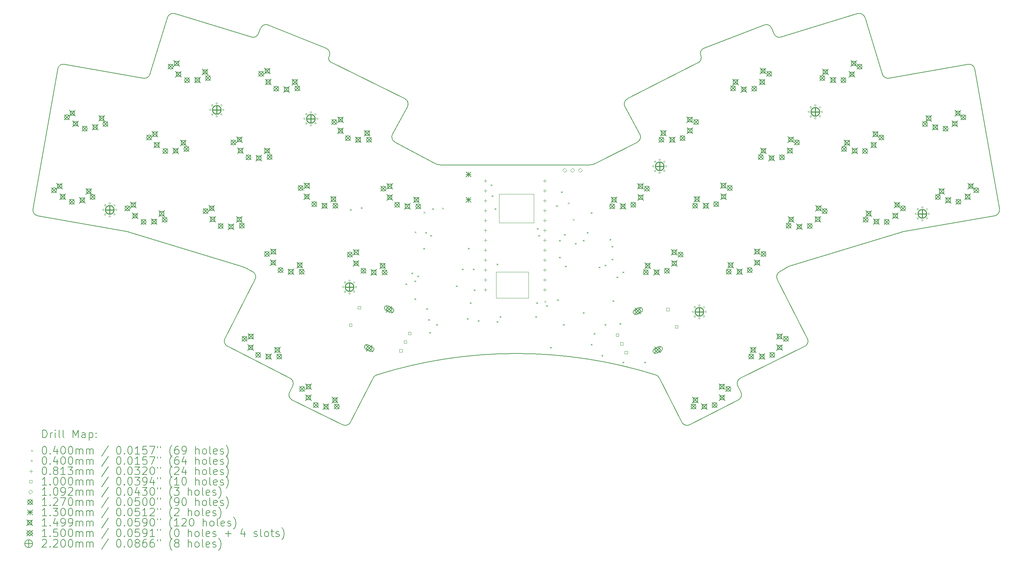
<source format=gbr>
%FSLAX45Y45*%
G04 Gerber Fmt 4.5, Leading zero omitted, Abs format (unit mm)*
G04 Created by KiCad (PCBNEW (6.0.4)) date 2022-08-23 16:20:18*
%MOMM*%
%LPD*%
G01*
G04 APERTURE LIST*
%TA.AperFunction,Profile*%
%ADD10C,0.150000*%
%TD*%
%TA.AperFunction,Profile*%
%ADD11C,0.050000*%
%TD*%
%ADD12C,0.200000*%
%ADD13C,0.040000*%
%ADD14C,0.081280*%
%ADD15C,0.100000*%
%ADD16C,0.109220*%
%ADD17C,0.127000*%
%ADD18C,0.130000*%
%ADD19C,0.149860*%
%ADD20C,0.150000*%
%ADD21C,0.220000*%
G04 APERTURE END LIST*
D10*
X18425774Y-6541436D02*
G75*
G03*
X18491326Y-6339686I-68114J133656D01*
G01*
X18170987Y-5430581D02*
G75*
G03*
X18105435Y-5632330I68093J-133649D01*
G01*
X24702596Y-4796523D02*
G75*
G03*
X24872086Y-4900389I143444J43853D01*
G01*
X24259181Y-3346191D02*
X24702593Y-4796524D01*
X10526640Y-4344890D02*
G75*
G03*
X10449137Y-4135785I-134000J69250D01*
G01*
X11074959Y-13727234D02*
X11654662Y-12589502D01*
X5381439Y-8844415D02*
X8279884Y-9730558D01*
X10873210Y-13792786D02*
G75*
G03*
X11074959Y-13727234I68100J133646D01*
G01*
X7854779Y-11578842D02*
X8626563Y-10064131D01*
X18896132Y-12514515D02*
G75*
G03*
X11743295Y-12514515I-3576418J-11367363D01*
G01*
X8530773Y-3846814D02*
G75*
G03*
X8713705Y-3759564I43857J143444D01*
G01*
X13385657Y-7127380D02*
X17203771Y-7127380D01*
D11*
X15773400Y-7874000D02*
X14909800Y-7874000D01*
D10*
X2933917Y-8259401D02*
X3567733Y-4664853D01*
X25225797Y-8840140D02*
G75*
G03*
X25207988Y-8844415I26013J-147590D01*
G01*
X24259182Y-3346191D02*
G75*
G03*
X24071880Y-3246601I-143442J-43849D01*
G01*
X11743296Y-12514516D02*
G75*
G03*
X11654662Y-12589502I45024J-143094D01*
G01*
X18984766Y-12589502D02*
X19564469Y-13727234D01*
X12148101Y-6339686D02*
X12533993Y-5632330D01*
X5381439Y-8844415D02*
G75*
G03*
X5363631Y-8840139I-43859J-143465D01*
G01*
X19766219Y-13792787D02*
X21013628Y-13157200D01*
X22108657Y-3846819D02*
X24071880Y-3246601D01*
X8965643Y-3536414D02*
X10449137Y-4135785D01*
X18105435Y-5632330D02*
X18491326Y-6339686D01*
X22719095Y-11780590D02*
G75*
G03*
X22784649Y-11578842I-68095J133650D01*
G01*
X7920332Y-11780592D02*
X9524144Y-12597775D01*
X3741501Y-4543184D02*
G75*
G03*
X3567733Y-4664853I-26051J-147716D01*
G01*
X20116800Y-4140200D02*
X21673785Y-3536414D01*
X12533994Y-5632331D02*
G75*
G03*
X12468441Y-5430581I-133674J68091D01*
G01*
X21925720Y-3759565D02*
G75*
G03*
X22108657Y-3846819I139080J56196D01*
G01*
X21869053Y-3619301D02*
X21925723Y-3759564D01*
D11*
X15773400Y-8610600D02*
X14884400Y-8610600D01*
D10*
X19981290Y-4508185D02*
G75*
G03*
X20052269Y-4318344I-68110J133655D01*
G01*
X8965643Y-3536416D02*
G75*
G03*
X8770375Y-3619301I-56193J-139074D01*
G01*
X5936835Y-4796524D02*
X6380246Y-3346191D01*
X5767342Y-4900390D02*
G75*
G03*
X5936835Y-4796524I26048J147720D01*
G01*
X8713705Y-3759564D02*
X8770375Y-3619301D01*
X24872086Y-4900389D02*
X26897926Y-4543179D01*
X8388110Y-9774285D02*
X8279884Y-9730558D01*
X22078417Y-9862381D02*
G75*
G03*
X22012865Y-10064131I68093J-133649D01*
G01*
X6567548Y-3246601D02*
X8530771Y-3846819D01*
X13249461Y-7094680D02*
G75*
G03*
X13385657Y-7127380I136199J267300D01*
G01*
X12148103Y-6339687D02*
G75*
G03*
X12213654Y-6541436I133637J-68103D01*
G01*
D11*
X14807574Y-9869000D02*
X15634800Y-9869000D01*
X14884400Y-8610600D02*
X14884400Y-7874000D01*
X15773400Y-8610600D02*
X15773400Y-7874000D01*
D10*
X21065284Y-12597775D02*
X22719096Y-11780592D01*
X22309544Y-9730558D02*
X25207988Y-8844415D01*
X27583837Y-8433171D02*
G75*
G03*
X27705511Y-8259401I-26047J147721D01*
G01*
X20116800Y-4140200D02*
G75*
G03*
X20052269Y-4318344I62970J-123570D01*
G01*
X17339968Y-7094681D02*
X18425774Y-6541435D01*
X3055591Y-8433170D02*
X5363631Y-8840139D01*
X21079180Y-12955450D02*
X20999732Y-12799524D01*
X10526639Y-4344889D02*
G75*
G03*
X10560349Y-4484387I93941J-51121D01*
G01*
X9589699Y-12799526D02*
G75*
G03*
X9524144Y-12597775I-133659J68096D01*
G01*
X9575800Y-13157200D02*
X10873209Y-13792787D01*
X27071695Y-4664853D02*
X27705511Y-8259401D01*
X7854778Y-11578842D02*
G75*
G03*
X7920332Y-11780592I133652J-68098D01*
G01*
X18170987Y-5430581D02*
X19981290Y-4508186D01*
X25225797Y-8840139D02*
X27583837Y-8433170D01*
X9510249Y-12955451D02*
G75*
G03*
X9575800Y-13157200I133651J-68099D01*
G01*
X3741502Y-4543179D02*
X5767342Y-4900389D01*
X10560349Y-4484387D02*
X12468441Y-5430581D01*
D11*
X14807574Y-9869000D02*
X14807574Y-10541000D01*
D10*
X9589696Y-12799524D02*
X9510248Y-12955450D01*
D11*
X14884400Y-7874000D02*
X14909800Y-7874000D01*
X14807574Y-10541000D02*
X15634800Y-10541000D01*
D10*
X21065286Y-12597777D02*
G75*
G03*
X20999732Y-12799524I68104J-133653D01*
G01*
X2933920Y-8259402D02*
G75*
G03*
X3055591Y-8433170I147720J-26048D01*
G01*
X18984767Y-12589501D02*
G75*
G03*
X18896132Y-12514515I-133667J-68119D01*
G01*
X22012865Y-10064131D02*
X22784648Y-11578842D01*
X21013628Y-13157201D02*
G75*
G03*
X21079180Y-12955450I-68098J133651D01*
G01*
X8626559Y-10064129D02*
G75*
G03*
X8561011Y-9862382I-133649J68099D01*
G01*
X19564471Y-13727234D02*
G75*
G03*
X19766219Y-13792787I133649J68094D01*
G01*
X21869052Y-3619301D02*
G75*
G03*
X21673785Y-3536414I-139072J-56179D01*
G01*
X6567547Y-3246606D02*
G75*
G03*
X6380246Y-3346191I-43857J-143444D01*
G01*
X12213654Y-6541436D02*
X13249460Y-7094681D01*
X8561011Y-9862382D02*
X8388110Y-9774285D01*
D11*
X15634800Y-10541000D02*
X15634800Y-9869000D01*
D10*
X17203771Y-7127380D02*
G75*
G03*
X17339968Y-7094682I10J299960D01*
G01*
X27071690Y-4664854D02*
G75*
G03*
X26897926Y-4543179I-147721J-26046D01*
G01*
X22309544Y-9730558D02*
X22078417Y-9862382D01*
D12*
D13*
X11054400Y-8260400D02*
X11094400Y-8300400D01*
X11094400Y-8260400D02*
X11054400Y-8300400D01*
X11333800Y-8209600D02*
X11373800Y-8249600D01*
X11373800Y-8209600D02*
X11333800Y-8249600D01*
X12476800Y-10165400D02*
X12516800Y-10205400D01*
X12516800Y-10165400D02*
X12476800Y-10205400D01*
X12629200Y-9886000D02*
X12669200Y-9926000D01*
X12669200Y-9886000D02*
X12629200Y-9926000D01*
X12704970Y-10088770D02*
X12744970Y-10128770D01*
X12744970Y-10088770D02*
X12704970Y-10128770D01*
X12705400Y-10546400D02*
X12745400Y-10586400D01*
X12745400Y-10546400D02*
X12705400Y-10586400D01*
X12718100Y-8831900D02*
X12758100Y-8871900D01*
X12758100Y-8831900D02*
X12718100Y-8871900D01*
X12781600Y-9962200D02*
X12821600Y-10002200D01*
X12821600Y-9962200D02*
X12781600Y-10002200D01*
X12934000Y-9251000D02*
X12974000Y-9291000D01*
X12974000Y-9251000D02*
X12934000Y-9291000D01*
X12946700Y-8323900D02*
X12986700Y-8363900D01*
X12986700Y-8323900D02*
X12946700Y-8363900D01*
X12984800Y-8844600D02*
X13024800Y-8884600D01*
X13024800Y-8844600D02*
X12984800Y-8884600D01*
X13010200Y-10800400D02*
X13050200Y-10840400D01*
X13050200Y-10800400D02*
X13010200Y-10840400D01*
X13061000Y-11080912D02*
X13101000Y-11120912D01*
X13101000Y-11080912D02*
X13061000Y-11120912D01*
X13086400Y-11410000D02*
X13126400Y-11450000D01*
X13126400Y-11410000D02*
X13086400Y-11450000D01*
X13111800Y-8920800D02*
X13151800Y-8960800D01*
X13151800Y-8920800D02*
X13111800Y-8960800D01*
X13162600Y-8235000D02*
X13202600Y-8275000D01*
X13202600Y-8235000D02*
X13162600Y-8275000D01*
X13264200Y-11206800D02*
X13304200Y-11246800D01*
X13304200Y-11206800D02*
X13264200Y-11246800D01*
X13416600Y-8224331D02*
X13456600Y-8264331D01*
X13456600Y-8224331D02*
X13416600Y-8264331D01*
X13772200Y-10216200D02*
X13812200Y-10256200D01*
X13812200Y-10216200D02*
X13772200Y-10256200D01*
X13924600Y-9784400D02*
X13964600Y-9824400D01*
X13964600Y-9784400D02*
X13924600Y-9824400D01*
X14051600Y-11054400D02*
X14091600Y-11094400D01*
X14091600Y-11054400D02*
X14051600Y-11094400D01*
X14077000Y-9251000D02*
X14117000Y-9291000D01*
X14117000Y-9251000D02*
X14077000Y-9291000D01*
X14127800Y-10648000D02*
X14167800Y-10688000D01*
X14167800Y-10648000D02*
X14127800Y-10688000D01*
X14204000Y-9784400D02*
X14244000Y-9824400D01*
X14244000Y-9784400D02*
X14204000Y-9824400D01*
X14229400Y-10317800D02*
X14269400Y-10357800D01*
X14269400Y-10317800D02*
X14229400Y-10357800D01*
X14331000Y-11105200D02*
X14371000Y-11145200D01*
X14371000Y-11105200D02*
X14331000Y-11145200D01*
X14661200Y-7625400D02*
X14701200Y-7665400D01*
X14701200Y-7625400D02*
X14661200Y-7665400D01*
X14686600Y-7904800D02*
X14726600Y-7944800D01*
X14726600Y-7904800D02*
X14686600Y-7944800D01*
X14762800Y-8235000D02*
X14802800Y-8275000D01*
X14802800Y-8235000D02*
X14762800Y-8275000D01*
X14813600Y-9657400D02*
X14853600Y-9697400D01*
X14853600Y-9657400D02*
X14813600Y-9697400D01*
X14813600Y-11130600D02*
X14853600Y-11170600D01*
X14853600Y-11130600D02*
X14813600Y-11170600D01*
X14889800Y-11003600D02*
X14929800Y-11043600D01*
X14929800Y-11003600D02*
X14889800Y-11043600D01*
X15804200Y-11003600D02*
X15844200Y-11043600D01*
X15844200Y-11003600D02*
X15804200Y-11043600D01*
X15829600Y-10648000D02*
X15869600Y-10688000D01*
X15869600Y-10648000D02*
X15829600Y-10688000D01*
X15850839Y-8742570D02*
X15890839Y-8782570D01*
X15890839Y-8742570D02*
X15850839Y-8782570D01*
X15880400Y-8920800D02*
X15920400Y-8960800D01*
X15920400Y-8920800D02*
X15880400Y-8960800D01*
X16045930Y-10610330D02*
X16085930Y-10650330D01*
X16085930Y-10610330D02*
X16045930Y-10650330D01*
X16083600Y-10724200D02*
X16123600Y-10764200D01*
X16123600Y-10724200D02*
X16083600Y-10764200D01*
X16185200Y-11791000D02*
X16225200Y-11831000D01*
X16225200Y-11791000D02*
X16185200Y-11831000D01*
X16337600Y-8158800D02*
X16377600Y-8198800D01*
X16377600Y-8158800D02*
X16337600Y-8198800D01*
X16363000Y-10571800D02*
X16403000Y-10611800D01*
X16403000Y-10571800D02*
X16363000Y-10611800D01*
X16413800Y-9047800D02*
X16453800Y-9087800D01*
X16453800Y-9047800D02*
X16413800Y-9087800D01*
X16413800Y-9479600D02*
X16453800Y-9519600D01*
X16453800Y-9479600D02*
X16413800Y-9519600D01*
X16464600Y-7803200D02*
X16504600Y-7843200D01*
X16504600Y-7803200D02*
X16464600Y-7843200D01*
X16515400Y-11206800D02*
X16555400Y-11246800D01*
X16555400Y-11206800D02*
X16515400Y-11246800D01*
X16540800Y-8895400D02*
X16580800Y-8935400D01*
X16580800Y-8895400D02*
X16540800Y-8935400D01*
X16566200Y-9708200D02*
X16606200Y-9748200D01*
X16606200Y-9708200D02*
X16566200Y-9748200D01*
X16642400Y-8086350D02*
X16682400Y-8126350D01*
X16682400Y-8086350D02*
X16642400Y-8126350D01*
X16769400Y-8510650D02*
X16809400Y-8550650D01*
X16809400Y-8510650D02*
X16769400Y-8550650D01*
X16820200Y-9124000D02*
X16860200Y-9164000D01*
X16860200Y-9124000D02*
X16820200Y-9164000D01*
X17023400Y-9047800D02*
X17063400Y-9087800D01*
X17063400Y-9047800D02*
X17023400Y-9087800D01*
X17023400Y-10902000D02*
X17063400Y-10942000D01*
X17063400Y-10902000D02*
X17023400Y-10942000D01*
X17125000Y-8844600D02*
X17165000Y-8884600D01*
X17165000Y-8844600D02*
X17125000Y-8884600D01*
X17226600Y-8336600D02*
X17266600Y-8376600D01*
X17266600Y-8336600D02*
X17226600Y-8376600D01*
X17226600Y-11714800D02*
X17266600Y-11754800D01*
X17266600Y-11714800D02*
X17226600Y-11754800D01*
X17302800Y-11435400D02*
X17342800Y-11475400D01*
X17342800Y-11435400D02*
X17302800Y-11475400D01*
X17429800Y-9733600D02*
X17469800Y-9773600D01*
X17469800Y-9733600D02*
X17429800Y-9773600D01*
X17503881Y-11996319D02*
X17543881Y-12036319D01*
X17543881Y-11996319D02*
X17503881Y-12036319D01*
X17582200Y-9682800D02*
X17622200Y-9722800D01*
X17622200Y-9682800D02*
X17582200Y-9722800D01*
X17582200Y-11206800D02*
X17622200Y-11246800D01*
X17622200Y-11206800D02*
X17582200Y-11246800D01*
X17709200Y-9022400D02*
X17749200Y-9062400D01*
X17749200Y-9022400D02*
X17709200Y-9062400D01*
X17760000Y-9200200D02*
X17800000Y-9240200D01*
X17800000Y-9200200D02*
X17760000Y-9240200D01*
X17760000Y-9530400D02*
X17800000Y-9570400D01*
X17800000Y-9530400D02*
X17760000Y-9570400D01*
X17785400Y-10597200D02*
X17825400Y-10637200D01*
X17825400Y-10597200D02*
X17785400Y-10637200D01*
X17887000Y-9987600D02*
X17927000Y-10027600D01*
X17927000Y-9987600D02*
X17887000Y-10027600D01*
X17963200Y-11181400D02*
X18003200Y-11221400D01*
X18003200Y-11181400D02*
X17963200Y-11221400D01*
X18039400Y-12172000D02*
X18079400Y-12212000D01*
X18079400Y-12172000D02*
X18039400Y-12212000D01*
X18039695Y-9860895D02*
X18079695Y-9900895D01*
X18079695Y-9860895D02*
X18039695Y-9900895D01*
X18598200Y-12172000D02*
X18638200Y-12212000D01*
X18638200Y-12172000D02*
X18598200Y-12212000D01*
X4757200Y-8280400D02*
G75*
G03*
X4757200Y-8280400I-20000J0D01*
G01*
X4805527Y-8163727D02*
G75*
G03*
X4805527Y-8163727I-20000J0D01*
G01*
X4805527Y-8397073D02*
G75*
G03*
X4805527Y-8397073I-20000J0D01*
G01*
X4922200Y-8115400D02*
G75*
G03*
X4922200Y-8115400I-20000J0D01*
G01*
X4922200Y-8445400D02*
G75*
G03*
X4922200Y-8445400I-20000J0D01*
G01*
X5038873Y-8163727D02*
G75*
G03*
X5038873Y-8163727I-20000J0D01*
G01*
X5038873Y-8397073D02*
G75*
G03*
X5038873Y-8397073I-20000J0D01*
G01*
X5087200Y-8280400D02*
G75*
G03*
X5087200Y-8280400I-20000J0D01*
G01*
X7500400Y-5715000D02*
G75*
G03*
X7500400Y-5715000I-20000J0D01*
G01*
X7548727Y-5598327D02*
G75*
G03*
X7548727Y-5598327I-20000J0D01*
G01*
X7548727Y-5831673D02*
G75*
G03*
X7548727Y-5831673I-20000J0D01*
G01*
X7665400Y-5550000D02*
G75*
G03*
X7665400Y-5550000I-20000J0D01*
G01*
X7665400Y-5880000D02*
G75*
G03*
X7665400Y-5880000I-20000J0D01*
G01*
X7782073Y-5598327D02*
G75*
G03*
X7782073Y-5598327I-20000J0D01*
G01*
X7782073Y-5831673D02*
G75*
G03*
X7782073Y-5831673I-20000J0D01*
G01*
X7830400Y-5715000D02*
G75*
G03*
X7830400Y-5715000I-20000J0D01*
G01*
X9913400Y-5943600D02*
G75*
G03*
X9913400Y-5943600I-20000J0D01*
G01*
X9961727Y-5826927D02*
G75*
G03*
X9961727Y-5826927I-20000J0D01*
G01*
X9961727Y-6060273D02*
G75*
G03*
X9961727Y-6060273I-20000J0D01*
G01*
X10078400Y-5778600D02*
G75*
G03*
X10078400Y-5778600I-20000J0D01*
G01*
X10078400Y-6108600D02*
G75*
G03*
X10078400Y-6108600I-20000J0D01*
G01*
X10195073Y-5826927D02*
G75*
G03*
X10195073Y-5826927I-20000J0D01*
G01*
X10195073Y-6060273D02*
G75*
G03*
X10195073Y-6060273I-20000J0D01*
G01*
X10243400Y-5943600D02*
G75*
G03*
X10243400Y-5943600I-20000J0D01*
G01*
X10904000Y-10261600D02*
G75*
G03*
X10904000Y-10261600I-20000J0D01*
G01*
X10952327Y-10144927D02*
G75*
G03*
X10952327Y-10144927I-20000J0D01*
G01*
X10952327Y-10378273D02*
G75*
G03*
X10952327Y-10378273I-20000J0D01*
G01*
X11069000Y-10096600D02*
G75*
G03*
X11069000Y-10096600I-20000J0D01*
G01*
X11069000Y-10426600D02*
G75*
G03*
X11069000Y-10426600I-20000J0D01*
G01*
X11185673Y-10144927D02*
G75*
G03*
X11185673Y-10144927I-20000J0D01*
G01*
X11185673Y-10378273D02*
G75*
G03*
X11185673Y-10378273I-20000J0D01*
G01*
X11234000Y-10261600D02*
G75*
G03*
X11234000Y-10261600I-20000J0D01*
G01*
X18854200Y-7162800D02*
G75*
G03*
X18854200Y-7162800I-20000J0D01*
G01*
X18902527Y-7046127D02*
G75*
G03*
X18902527Y-7046127I-20000J0D01*
G01*
X18902527Y-7279473D02*
G75*
G03*
X18902527Y-7279473I-20000J0D01*
G01*
X19019200Y-6997800D02*
G75*
G03*
X19019200Y-6997800I-20000J0D01*
G01*
X19019200Y-7327800D02*
G75*
G03*
X19019200Y-7327800I-20000J0D01*
G01*
X19135873Y-7046127D02*
G75*
G03*
X19135873Y-7046127I-20000J0D01*
G01*
X19135873Y-7279473D02*
G75*
G03*
X19135873Y-7279473I-20000J0D01*
G01*
X19184200Y-7162800D02*
G75*
G03*
X19184200Y-7162800I-20000J0D01*
G01*
X19870200Y-10896600D02*
G75*
G03*
X19870200Y-10896600I-20000J0D01*
G01*
X19918527Y-10779927D02*
G75*
G03*
X19918527Y-10779927I-20000J0D01*
G01*
X19918527Y-11013273D02*
G75*
G03*
X19918527Y-11013273I-20000J0D01*
G01*
X20035200Y-10731600D02*
G75*
G03*
X20035200Y-10731600I-20000J0D01*
G01*
X20035200Y-11061600D02*
G75*
G03*
X20035200Y-11061600I-20000J0D01*
G01*
X20151873Y-10779927D02*
G75*
G03*
X20151873Y-10779927I-20000J0D01*
G01*
X20151873Y-11013273D02*
G75*
G03*
X20151873Y-11013273I-20000J0D01*
G01*
X20200200Y-10896600D02*
G75*
G03*
X20200200Y-10896600I-20000J0D01*
G01*
X22842000Y-5765800D02*
G75*
G03*
X22842000Y-5765800I-20000J0D01*
G01*
X22890327Y-5649127D02*
G75*
G03*
X22890327Y-5649127I-20000J0D01*
G01*
X22890327Y-5882473D02*
G75*
G03*
X22890327Y-5882473I-20000J0D01*
G01*
X23007000Y-5600800D02*
G75*
G03*
X23007000Y-5600800I-20000J0D01*
G01*
X23007000Y-5930800D02*
G75*
G03*
X23007000Y-5930800I-20000J0D01*
G01*
X23123673Y-5649127D02*
G75*
G03*
X23123673Y-5649127I-20000J0D01*
G01*
X23123673Y-5882473D02*
G75*
G03*
X23123673Y-5882473I-20000J0D01*
G01*
X23172000Y-5765800D02*
G75*
G03*
X23172000Y-5765800I-20000J0D01*
G01*
X25585200Y-8382000D02*
G75*
G03*
X25585200Y-8382000I-20000J0D01*
G01*
X25633527Y-8265327D02*
G75*
G03*
X25633527Y-8265327I-20000J0D01*
G01*
X25633527Y-8498673D02*
G75*
G03*
X25633527Y-8498673I-20000J0D01*
G01*
X25750200Y-8217000D02*
G75*
G03*
X25750200Y-8217000I-20000J0D01*
G01*
X25750200Y-8547000D02*
G75*
G03*
X25750200Y-8547000I-20000J0D01*
G01*
X25866873Y-8265327D02*
G75*
G03*
X25866873Y-8265327I-20000J0D01*
G01*
X25866873Y-8498673D02*
G75*
G03*
X25866873Y-8498673I-20000J0D01*
G01*
X25915200Y-8382000D02*
G75*
G03*
X25915200Y-8382000I-20000J0D01*
G01*
D14*
X14529940Y-7495460D02*
X14529940Y-7576740D01*
X14489300Y-7536100D02*
X14570580Y-7536100D01*
X14529940Y-7749460D02*
X14529940Y-7830740D01*
X14489300Y-7790100D02*
X14570580Y-7790100D01*
X14529940Y-8003460D02*
X14529940Y-8084740D01*
X14489300Y-8044100D02*
X14570580Y-8044100D01*
X14529940Y-8257460D02*
X14529940Y-8338740D01*
X14489300Y-8298100D02*
X14570580Y-8298100D01*
X14529940Y-8511460D02*
X14529940Y-8592740D01*
X14489300Y-8552100D02*
X14570580Y-8552100D01*
X14529940Y-8765460D02*
X14529940Y-8846740D01*
X14489300Y-8806100D02*
X14570580Y-8806100D01*
X14529940Y-9019460D02*
X14529940Y-9100740D01*
X14489300Y-9060100D02*
X14570580Y-9060100D01*
X14529940Y-9273460D02*
X14529940Y-9354740D01*
X14489300Y-9314100D02*
X14570580Y-9314100D01*
X14529940Y-9527460D02*
X14529940Y-9608740D01*
X14489300Y-9568100D02*
X14570580Y-9568100D01*
X14529940Y-9781460D02*
X14529940Y-9862740D01*
X14489300Y-9822100D02*
X14570580Y-9822100D01*
X14529940Y-10035460D02*
X14529940Y-10116740D01*
X14489300Y-10076100D02*
X14570580Y-10076100D01*
X14529940Y-10289460D02*
X14529940Y-10370740D01*
X14489300Y-10330100D02*
X14570580Y-10330100D01*
X16051940Y-7495460D02*
X16051940Y-7576740D01*
X16011300Y-7536100D02*
X16092580Y-7536100D01*
X16051940Y-7749460D02*
X16051940Y-7830740D01*
X16011300Y-7790100D02*
X16092580Y-7790100D01*
X16051940Y-8003460D02*
X16051940Y-8084740D01*
X16011300Y-8044100D02*
X16092580Y-8044100D01*
X16051940Y-8257460D02*
X16051940Y-8338740D01*
X16011300Y-8298100D02*
X16092580Y-8298100D01*
X16051940Y-8511460D02*
X16051940Y-8592740D01*
X16011300Y-8552100D02*
X16092580Y-8552100D01*
X16051940Y-8765460D02*
X16051940Y-8846740D01*
X16011300Y-8806100D02*
X16092580Y-8806100D01*
X16051940Y-9019460D02*
X16051940Y-9100740D01*
X16011300Y-9060100D02*
X16092580Y-9060100D01*
X16051940Y-9273460D02*
X16051940Y-9354740D01*
X16011300Y-9314100D02*
X16092580Y-9314100D01*
X16051940Y-9527460D02*
X16051940Y-9608740D01*
X16011300Y-9568100D02*
X16092580Y-9568100D01*
X16051940Y-9781460D02*
X16051940Y-9862740D01*
X16011300Y-9822100D02*
X16092580Y-9822100D01*
X16051940Y-10035460D02*
X16051940Y-10116740D01*
X16011300Y-10076100D02*
X16092580Y-10076100D01*
X16051940Y-10289460D02*
X16051940Y-10370740D01*
X16011300Y-10330100D02*
X16092580Y-10330100D01*
D15*
X11105677Y-11268718D02*
X11105677Y-11198007D01*
X11034966Y-11198007D01*
X11034966Y-11268718D01*
X11105677Y-11268718D01*
X11332673Y-10823215D02*
X11332673Y-10752504D01*
X11261961Y-10752504D01*
X11261961Y-10823215D01*
X11332673Y-10823215D01*
X12397637Y-11927005D02*
X12397637Y-11856293D01*
X12326925Y-11856293D01*
X12326925Y-11927005D01*
X12397637Y-11927005D01*
X12511134Y-11704253D02*
X12511134Y-11633542D01*
X12440423Y-11633542D01*
X12440423Y-11704253D01*
X12511134Y-11704253D01*
X12624632Y-11481501D02*
X12624632Y-11410790D01*
X12553921Y-11410790D01*
X12553921Y-11481501D01*
X12624632Y-11481501D01*
X17947298Y-11526446D02*
X17947298Y-11455735D01*
X17876586Y-11455735D01*
X17876586Y-11526446D01*
X17947298Y-11526446D01*
X18060795Y-11749198D02*
X18060795Y-11678487D01*
X17990084Y-11678487D01*
X17990084Y-11749198D01*
X18060795Y-11749198D01*
X18174293Y-11971950D02*
X18174293Y-11901238D01*
X18103581Y-11901238D01*
X18103581Y-11971950D01*
X18174293Y-11971950D01*
X19239257Y-10868160D02*
X19239257Y-10797449D01*
X19168546Y-10797449D01*
X19168546Y-10868160D01*
X19239257Y-10868160D01*
X19466252Y-11313663D02*
X19466252Y-11242952D01*
X19395541Y-11242952D01*
X19395541Y-11313663D01*
X19466252Y-11313663D01*
D16*
X16560800Y-7319010D02*
X16615410Y-7264400D01*
X16560800Y-7209790D01*
X16506190Y-7264400D01*
X16560800Y-7319010D01*
X16760800Y-7319010D02*
X16815410Y-7264400D01*
X16760800Y-7209790D01*
X16706190Y-7264400D01*
X16760800Y-7319010D01*
X16960800Y-7319010D02*
X17015410Y-7264400D01*
X16960800Y-7209790D01*
X16906190Y-7264400D01*
X16960800Y-7319010D01*
D17*
X3412877Y-7712427D02*
X3539877Y-7839427D01*
X3539877Y-7712427D02*
X3412877Y-7839427D01*
X3539877Y-7775927D02*
G75*
G03*
X3539877Y-7775927I-63500J0D01*
G01*
X3741904Y-5839585D02*
X3868904Y-5966585D01*
X3868904Y-5839585D02*
X3741904Y-5966585D01*
X3868904Y-5903085D02*
G75*
G03*
X3868904Y-5903085I-63500J0D01*
G01*
X3868814Y-8006061D02*
X3995814Y-8133061D01*
X3995814Y-8006061D02*
X3868814Y-8133061D01*
X3995814Y-8069561D02*
G75*
G03*
X3995814Y-8069561I-63500J0D01*
G01*
X4197842Y-6133219D02*
X4324842Y-6260219D01*
X4324842Y-6133219D02*
X4197842Y-6260219D01*
X4324842Y-6196719D02*
G75*
G03*
X4324842Y-6196719I-63500J0D01*
G01*
X4397684Y-7886076D02*
X4524684Y-8013076D01*
X4524684Y-7886076D02*
X4397684Y-8013076D01*
X4524684Y-7949576D02*
G75*
G03*
X4524684Y-7949576I-63500J0D01*
G01*
X4726712Y-6013233D02*
X4853712Y-6140233D01*
X4853712Y-6013233D02*
X4726712Y-6140233D01*
X4853712Y-6076733D02*
G75*
G03*
X4853712Y-6076733I-63500J0D01*
G01*
X5291486Y-8176495D02*
X5418486Y-8303495D01*
X5418486Y-8176495D02*
X5291486Y-8303495D01*
X5418486Y-8239995D02*
G75*
G03*
X5418486Y-8239995I-63500J0D01*
G01*
X5708240Y-8523505D02*
X5835240Y-8650505D01*
X5835240Y-8523505D02*
X5708240Y-8650505D01*
X5835240Y-8587005D02*
G75*
G03*
X5835240Y-8587005I-63500J0D01*
G01*
X5847025Y-6359554D02*
X5974025Y-6486554D01*
X5974025Y-6359554D02*
X5847025Y-6486554D01*
X5974025Y-6423054D02*
G75*
G03*
X5974025Y-6423054I-63500J0D01*
G01*
X6247791Y-8468867D02*
X6374791Y-8595867D01*
X6374791Y-8468867D02*
X6247791Y-8595867D01*
X6374791Y-8532367D02*
G75*
G03*
X6374791Y-8532367I-63500J0D01*
G01*
X6263779Y-6706564D02*
X6390779Y-6833564D01*
X6390779Y-6706564D02*
X6263779Y-6833564D01*
X6390779Y-6770064D02*
G75*
G03*
X6390779Y-6770064I-63500J0D01*
G01*
X6402498Y-4542537D02*
X6529498Y-4669537D01*
X6529498Y-4542537D02*
X6402498Y-4669537D01*
X6529498Y-4606037D02*
G75*
G03*
X6529498Y-4606037I-63500J0D01*
G01*
X6803329Y-6651926D02*
X6930329Y-6778926D01*
X6930329Y-6651926D02*
X6803329Y-6778926D01*
X6930329Y-6715426D02*
G75*
G03*
X6930329Y-6715426I-63500J0D01*
G01*
X6819253Y-4889547D02*
X6946253Y-5016547D01*
X6946253Y-4889547D02*
X6819253Y-5016547D01*
X6946253Y-4953047D02*
G75*
G03*
X6946253Y-4953047I-63500J0D01*
G01*
X7296481Y-8248929D02*
X7423481Y-8375929D01*
X7423481Y-8248929D02*
X7296481Y-8375929D01*
X7423481Y-8312429D02*
G75*
G03*
X7423481Y-8312429I-63500J0D01*
G01*
X7358803Y-4834909D02*
X7485803Y-4961909D01*
X7485803Y-4834909D02*
X7358803Y-4961909D01*
X7485803Y-4898409D02*
G75*
G03*
X7485803Y-4898409I-63500J0D01*
G01*
X7681406Y-8630941D02*
X7808406Y-8757941D01*
X7808406Y-8630941D02*
X7681406Y-8757941D01*
X7808406Y-8694441D02*
G75*
G03*
X7808406Y-8694441I-63500J0D01*
G01*
X8008234Y-6487280D02*
X8135234Y-6614280D01*
X8135234Y-6487280D02*
X8008234Y-6614280D01*
X8135234Y-6550780D02*
G75*
G03*
X8135234Y-6550780I-63500J0D01*
G01*
X8223665Y-8623536D02*
X8350665Y-8750536D01*
X8350665Y-8623536D02*
X8223665Y-8750536D01*
X8350665Y-8687036D02*
G75*
G03*
X8350665Y-8687036I-63500J0D01*
G01*
X8292599Y-11523577D02*
X8419599Y-11650577D01*
X8419599Y-11523577D02*
X8292599Y-11650577D01*
X8419599Y-11587077D02*
G75*
G03*
X8419599Y-11587077I-63500J0D01*
G01*
X8393158Y-6869292D02*
X8520158Y-6996292D01*
X8520158Y-6869292D02*
X8393158Y-6996292D01*
X8520158Y-6932792D02*
G75*
G03*
X8520158Y-6932792I-63500J0D01*
G01*
X8642765Y-11937683D02*
X8769765Y-12064683D01*
X8769765Y-11937683D02*
X8642765Y-12064683D01*
X8769765Y-12001183D02*
G75*
G03*
X8769765Y-12001183I-63500J0D01*
G01*
X8719986Y-4725631D02*
X8846986Y-4852631D01*
X8846986Y-4725631D02*
X8719986Y-4852631D01*
X8846986Y-4789131D02*
G75*
G03*
X8846986Y-4789131I-63500J0D01*
G01*
X8868150Y-9347717D02*
X8995150Y-9474717D01*
X8995150Y-9347717D02*
X8868150Y-9474717D01*
X8995150Y-9411217D02*
G75*
G03*
X8995150Y-9411217I-63500J0D01*
G01*
X8935418Y-6861886D02*
X9062418Y-6988886D01*
X9062418Y-6861886D02*
X8935418Y-6988886D01*
X9062418Y-6925386D02*
G75*
G03*
X9062418Y-6925386I-63500J0D01*
G01*
X9104911Y-5107643D02*
X9231911Y-5234643D01*
X9231911Y-5107643D02*
X9104911Y-5234643D01*
X9231911Y-5171143D02*
G75*
G03*
X9231911Y-5171143I-63500J0D01*
G01*
X9183606Y-11977567D02*
X9310606Y-12104567D01*
X9310606Y-11977567D02*
X9183606Y-12104567D01*
X9310606Y-12041067D02*
G75*
G03*
X9310606Y-12041067I-63500J0D01*
G01*
X9218316Y-9761824D02*
X9345316Y-9888824D01*
X9345316Y-9761824D02*
X9218316Y-9888824D01*
X9345316Y-9825324D02*
G75*
G03*
X9345316Y-9825324I-63500J0D01*
G01*
X9647170Y-5100237D02*
X9774170Y-5227237D01*
X9774170Y-5100237D02*
X9647170Y-5227237D01*
X9774170Y-5163737D02*
G75*
G03*
X9774170Y-5163737I-63500J0D01*
G01*
X9730732Y-7654805D02*
X9857732Y-7781805D01*
X9857732Y-7654805D02*
X9730732Y-7781805D01*
X9857732Y-7718305D02*
G75*
G03*
X9857732Y-7718305I-63500J0D01*
G01*
X9759157Y-9801708D02*
X9886157Y-9928708D01*
X9886157Y-9801708D02*
X9759157Y-9928708D01*
X9886157Y-9865208D02*
G75*
G03*
X9886157Y-9865208I-63500J0D01*
G01*
X9769866Y-12809387D02*
X9896866Y-12936387D01*
X9896866Y-12809387D02*
X9769866Y-12936387D01*
X9896866Y-12872887D02*
G75*
G03*
X9896866Y-12872887I-63500J0D01*
G01*
X10080897Y-8068911D02*
X10207897Y-8195911D01*
X10207897Y-8068911D02*
X10080897Y-8195911D01*
X10207897Y-8132411D02*
G75*
G03*
X10207897Y-8132411I-63500J0D01*
G01*
X10120031Y-13223493D02*
X10247031Y-13350493D01*
X10247031Y-13223493D02*
X10120031Y-13350493D01*
X10247031Y-13286993D02*
G75*
G03*
X10247031Y-13286993I-63500J0D01*
G01*
X10593314Y-5961892D02*
X10720314Y-6088892D01*
X10720314Y-5961892D02*
X10593314Y-6088892D01*
X10720314Y-6025392D02*
G75*
G03*
X10720314Y-6025392I-63500J0D01*
G01*
X10621739Y-8108795D02*
X10748739Y-8235795D01*
X10748739Y-8108795D02*
X10621739Y-8235795D01*
X10748739Y-8172295D02*
G75*
G03*
X10748739Y-8172295I-63500J0D01*
G01*
X10660873Y-13263377D02*
X10787873Y-13390377D01*
X10787873Y-13263377D02*
X10660873Y-13390377D01*
X10787873Y-13326877D02*
G75*
G03*
X10787873Y-13326877I-63500J0D01*
G01*
X10943479Y-6375999D02*
X11070479Y-6502999D01*
X11070479Y-6375999D02*
X10943479Y-6502999D01*
X11070479Y-6439499D02*
G75*
G03*
X11070479Y-6439499I-63500J0D01*
G01*
X10992354Y-9363843D02*
X11119354Y-9490843D01*
X11119354Y-9363843D02*
X10992354Y-9490843D01*
X11119354Y-9427343D02*
G75*
G03*
X11119354Y-9427343I-63500J0D01*
G01*
X11342519Y-9777949D02*
X11469519Y-9904949D01*
X11469519Y-9777949D02*
X11342519Y-9904949D01*
X11469519Y-9841449D02*
G75*
G03*
X11469519Y-9841449I-63500J0D01*
G01*
X11484321Y-6415883D02*
X11611321Y-6542883D01*
X11611321Y-6415883D02*
X11484321Y-6542883D01*
X11611321Y-6479383D02*
G75*
G03*
X11611321Y-6479383I-63500J0D01*
G01*
X11854935Y-7670930D02*
X11981935Y-7797930D01*
X11981935Y-7670930D02*
X11854935Y-7797930D01*
X11981935Y-7734430D02*
G75*
G03*
X11981935Y-7734430I-63500J0D01*
G01*
X11883360Y-9817833D02*
X12010360Y-9944833D01*
X12010360Y-9817833D02*
X11883360Y-9944833D01*
X12010360Y-9881333D02*
G75*
G03*
X12010360Y-9881333I-63500J0D01*
G01*
X12205101Y-8085037D02*
X12332101Y-8212037D01*
X12332101Y-8085037D02*
X12205101Y-8212037D01*
X12332101Y-8148537D02*
G75*
G03*
X12332101Y-8148537I-63500J0D01*
G01*
X12745942Y-8124921D02*
X12872942Y-8251921D01*
X12872942Y-8124921D02*
X12745942Y-8251921D01*
X12872942Y-8188421D02*
G75*
G03*
X12872942Y-8188421I-63500J0D01*
G01*
X17716863Y-8124483D02*
X17843863Y-8251483D01*
X17843863Y-8124483D02*
X17716863Y-8251483D01*
X17843863Y-8187983D02*
G75*
G03*
X17843863Y-8187983I-63500J0D01*
G01*
X18257704Y-8084599D02*
X18384704Y-8211599D01*
X18384704Y-8084599D02*
X18257704Y-8211599D01*
X18384704Y-8148099D02*
G75*
G03*
X18384704Y-8148099I-63500J0D01*
G01*
X18579445Y-9817395D02*
X18706445Y-9944395D01*
X18706445Y-9817395D02*
X18579445Y-9944395D01*
X18706445Y-9880895D02*
G75*
G03*
X18706445Y-9880895I-63500J0D01*
G01*
X18607870Y-7670492D02*
X18734870Y-7797492D01*
X18734870Y-7670492D02*
X18607870Y-7797492D01*
X18734870Y-7733992D02*
G75*
G03*
X18734870Y-7733992I-63500J0D01*
G01*
X18978485Y-6415445D02*
X19105485Y-6542445D01*
X19105485Y-6415445D02*
X18978485Y-6542445D01*
X19105485Y-6478945D02*
G75*
G03*
X19105485Y-6478945I-63500J0D01*
G01*
X19120286Y-9777511D02*
X19247286Y-9904511D01*
X19247286Y-9777511D02*
X19120286Y-9904511D01*
X19247286Y-9841011D02*
G75*
G03*
X19247286Y-9841011I-63500J0D01*
G01*
X19470452Y-9363405D02*
X19597452Y-9490405D01*
X19597452Y-9363405D02*
X19470452Y-9490405D01*
X19597452Y-9426905D02*
G75*
G03*
X19597452Y-9426905I-63500J0D01*
G01*
X19519326Y-6375561D02*
X19646326Y-6502561D01*
X19646326Y-6375561D02*
X19519326Y-6502561D01*
X19646326Y-6439061D02*
G75*
G03*
X19646326Y-6439061I-63500J0D01*
G01*
X19801933Y-13262939D02*
X19928933Y-13389939D01*
X19928933Y-13262939D02*
X19801933Y-13389939D01*
X19928933Y-13326439D02*
G75*
G03*
X19928933Y-13326439I-63500J0D01*
G01*
X19841067Y-8108357D02*
X19968067Y-8235357D01*
X19968067Y-8108357D02*
X19841067Y-8235357D01*
X19968067Y-8171857D02*
G75*
G03*
X19968067Y-8171857I-63500J0D01*
G01*
X19869491Y-5961454D02*
X19996491Y-6088454D01*
X19996491Y-5961454D02*
X19869491Y-6088454D01*
X19996491Y-6024954D02*
G75*
G03*
X19996491Y-6024954I-63500J0D01*
G01*
X20342774Y-13223055D02*
X20469774Y-13350055D01*
X20469774Y-13223055D02*
X20342774Y-13350055D01*
X20469774Y-13286555D02*
G75*
G03*
X20469774Y-13286555I-63500J0D01*
G01*
X20381908Y-8068473D02*
X20508908Y-8195473D01*
X20508908Y-8068473D02*
X20381908Y-8195473D01*
X20508908Y-8131973D02*
G75*
G03*
X20508908Y-8131973I-63500J0D01*
G01*
X20692939Y-12808949D02*
X20819939Y-12935949D01*
X20819939Y-12808949D02*
X20692939Y-12935949D01*
X20819939Y-12872449D02*
G75*
G03*
X20819939Y-12872449I-63500J0D01*
G01*
X20703648Y-9801270D02*
X20830648Y-9928270D01*
X20830648Y-9801270D02*
X20703648Y-9928270D01*
X20830648Y-9864770D02*
G75*
G03*
X20830648Y-9864770I-63500J0D01*
G01*
X20732073Y-7654367D02*
X20859073Y-7781367D01*
X20859073Y-7654367D02*
X20732073Y-7781367D01*
X20859073Y-7717867D02*
G75*
G03*
X20859073Y-7717867I-63500J0D01*
G01*
X20815670Y-5099876D02*
X20942670Y-5226876D01*
X20942670Y-5099876D02*
X20815670Y-5226876D01*
X20942670Y-5163376D02*
G75*
G03*
X20942670Y-5163376I-63500J0D01*
G01*
X21244490Y-9761386D02*
X21371490Y-9888386D01*
X21371490Y-9761386D02*
X21244490Y-9888386D01*
X21371490Y-9824886D02*
G75*
G03*
X21371490Y-9824886I-63500J0D01*
G01*
X21279199Y-11977129D02*
X21406199Y-12104129D01*
X21406199Y-11977129D02*
X21279199Y-12104129D01*
X21406199Y-12040629D02*
G75*
G03*
X21406199Y-12040629I-63500J0D01*
G01*
X21357929Y-5107281D02*
X21484929Y-5234281D01*
X21484929Y-5107281D02*
X21357929Y-5234281D01*
X21484929Y-5170781D02*
G75*
G03*
X21484929Y-5170781I-63500J0D01*
G01*
X21527423Y-6861525D02*
X21654423Y-6988525D01*
X21654423Y-6861525D02*
X21527423Y-6988525D01*
X21654423Y-6925025D02*
G75*
G03*
X21654423Y-6925025I-63500J0D01*
G01*
X21594655Y-9347279D02*
X21721655Y-9474279D01*
X21721655Y-9347279D02*
X21594655Y-9474279D01*
X21721655Y-9410779D02*
G75*
G03*
X21721655Y-9410779I-63500J0D01*
G01*
X21742854Y-4725269D02*
X21869854Y-4852269D01*
X21869854Y-4725269D02*
X21742854Y-4852269D01*
X21869854Y-4788769D02*
G75*
G03*
X21869854Y-4788769I-63500J0D01*
G01*
X21820041Y-11937245D02*
X21947041Y-12064245D01*
X21947041Y-11937245D02*
X21820041Y-12064245D01*
X21947041Y-12000745D02*
G75*
G03*
X21947041Y-12000745I-63500J0D01*
G01*
X22069682Y-6868930D02*
X22196682Y-6995930D01*
X22196682Y-6868930D02*
X22069682Y-6995930D01*
X22196682Y-6932430D02*
G75*
G03*
X22196682Y-6932430I-63500J0D01*
G01*
X22170206Y-11523139D02*
X22297206Y-11650139D01*
X22297206Y-11523139D02*
X22170206Y-11650139D01*
X22297206Y-11586639D02*
G75*
G03*
X22297206Y-11586639I-63500J0D01*
G01*
X22239175Y-8623174D02*
X22366175Y-8750174D01*
X22366175Y-8623174D02*
X22239175Y-8750174D01*
X22366175Y-8686674D02*
G75*
G03*
X22366175Y-8686674I-63500J0D01*
G01*
X22454606Y-6486918D02*
X22581606Y-6613918D01*
X22581606Y-6486918D02*
X22454606Y-6613918D01*
X22581606Y-6550418D02*
G75*
G03*
X22581606Y-6550418I-63500J0D01*
G01*
X22781434Y-8630580D02*
X22908434Y-8757580D01*
X22908434Y-8630580D02*
X22781434Y-8757580D01*
X22908434Y-8694080D02*
G75*
G03*
X22908434Y-8694080I-63500J0D01*
G01*
X23104065Y-4834627D02*
X23231065Y-4961627D01*
X23231065Y-4834627D02*
X23104065Y-4961627D01*
X23231065Y-4898127D02*
G75*
G03*
X23231065Y-4898127I-63500J0D01*
G01*
X23166359Y-8248568D02*
X23293359Y-8375568D01*
X23293359Y-8248568D02*
X23166359Y-8375568D01*
X23293359Y-8312068D02*
G75*
G03*
X23293359Y-8312068I-63500J0D01*
G01*
X23643615Y-4889265D02*
X23770615Y-5016265D01*
X23770615Y-4889265D02*
X23643615Y-5016265D01*
X23770615Y-4952765D02*
G75*
G03*
X23770615Y-4952765I-63500J0D01*
G01*
X23659571Y-6651606D02*
X23786571Y-6778606D01*
X23786571Y-6651606D02*
X23659571Y-6778606D01*
X23786571Y-6715106D02*
G75*
G03*
X23786571Y-6715106I-63500J0D01*
G01*
X24060370Y-4542255D02*
X24187370Y-4669255D01*
X24187370Y-4542255D02*
X24060370Y-4669255D01*
X24187370Y-4605755D02*
G75*
G03*
X24187370Y-4605755I-63500J0D01*
G01*
X24199121Y-6706244D02*
X24326121Y-6833244D01*
X24326121Y-6706244D02*
X24199121Y-6833244D01*
X24326121Y-6769744D02*
G75*
G03*
X24326121Y-6769744I-63500J0D01*
G01*
X24215077Y-8468585D02*
X24342077Y-8595585D01*
X24342077Y-8468585D02*
X24215077Y-8595585D01*
X24342077Y-8532085D02*
G75*
G03*
X24342077Y-8532085I-63500J0D01*
G01*
X24615876Y-6359234D02*
X24742876Y-6486234D01*
X24742876Y-6359234D02*
X24615876Y-6486234D01*
X24742876Y-6422734D02*
G75*
G03*
X24742876Y-6422734I-63500J0D01*
G01*
X24754628Y-8523223D02*
X24881628Y-8650223D01*
X24881628Y-8523223D02*
X24754628Y-8650223D01*
X24881628Y-8586723D02*
G75*
G03*
X24881628Y-8586723I-63500J0D01*
G01*
X25171382Y-8176213D02*
X25298382Y-8303213D01*
X25298382Y-8176213D02*
X25171382Y-8303213D01*
X25298382Y-8239713D02*
G75*
G03*
X25298382Y-8239713I-63500J0D01*
G01*
X25734652Y-6014429D02*
X25861652Y-6141429D01*
X25861652Y-6014429D02*
X25734652Y-6141429D01*
X25861652Y-6077929D02*
G75*
G03*
X25861652Y-6077929I-63500J0D01*
G01*
X26065179Y-7885946D02*
X26192179Y-8012946D01*
X26192179Y-7885946D02*
X26065179Y-8012946D01*
X26192179Y-7949446D02*
G75*
G03*
X26192179Y-7949446I-63500J0D01*
G01*
X26263522Y-6134415D02*
X26390522Y-6261415D01*
X26390522Y-6134415D02*
X26263522Y-6261415D01*
X26390522Y-6197915D02*
G75*
G03*
X26390522Y-6197915I-63500J0D01*
G01*
X26594049Y-8005932D02*
X26721049Y-8132932D01*
X26721049Y-8005932D02*
X26594049Y-8132932D01*
X26721049Y-8069432D02*
G75*
G03*
X26721049Y-8069432I-63500J0D01*
G01*
X26719460Y-5840781D02*
X26846460Y-5967781D01*
X26846460Y-5840781D02*
X26719460Y-5967781D01*
X26846460Y-5904281D02*
G75*
G03*
X26846460Y-5904281I-63500J0D01*
G01*
X27049987Y-7712298D02*
X27176987Y-7839298D01*
X27176987Y-7712298D02*
X27049987Y-7839298D01*
X27176987Y-7775798D02*
G75*
G03*
X27176987Y-7775798I-63500J0D01*
G01*
D18*
X14032000Y-7306200D02*
X14162000Y-7436200D01*
X14162000Y-7306200D02*
X14032000Y-7436200D01*
X14097000Y-7306200D02*
X14097000Y-7436200D01*
X14032000Y-7371200D02*
X14162000Y-7371200D01*
X14032000Y-7956200D02*
X14162000Y-8086200D01*
X14162000Y-7956200D02*
X14032000Y-8086200D01*
X14097000Y-7956200D02*
X14097000Y-8086200D01*
X14032000Y-8021200D02*
X14162000Y-8021200D01*
D19*
X3540518Y-7597576D02*
X3690378Y-7747436D01*
X3690378Y-7597576D02*
X3540518Y-7747436D01*
X3668432Y-7725490D02*
X3668432Y-7619522D01*
X3562464Y-7619522D01*
X3562464Y-7725490D01*
X3668432Y-7725490D01*
X3621482Y-7869770D02*
X3771342Y-8019630D01*
X3771342Y-7869770D02*
X3621482Y-8019630D01*
X3749396Y-7997684D02*
X3749396Y-7891716D01*
X3643428Y-7891716D01*
X3643428Y-7997684D01*
X3749396Y-7997684D01*
X3869546Y-5724733D02*
X4019406Y-5874593D01*
X4019406Y-5724733D02*
X3869546Y-5874593D01*
X3997460Y-5852647D02*
X3997460Y-5746679D01*
X3891492Y-5746679D01*
X3891492Y-5852647D01*
X3997460Y-5852647D01*
X3950510Y-5996928D02*
X4100370Y-6146788D01*
X4100370Y-5996928D02*
X3950510Y-6146788D01*
X4078424Y-6124842D02*
X4078424Y-6018874D01*
X3972456Y-6018874D01*
X3972456Y-6124842D01*
X4078424Y-6124842D01*
X4121765Y-7957984D02*
X4271625Y-8107844D01*
X4271625Y-7957984D02*
X4121765Y-8107844D01*
X4249679Y-8085898D02*
X4249679Y-7979930D01*
X4143711Y-7979930D01*
X4143711Y-8085898D01*
X4249679Y-8085898D01*
X4290942Y-7729896D02*
X4440802Y-7879756D01*
X4440802Y-7729896D02*
X4290942Y-7879756D01*
X4418856Y-7857810D02*
X4418856Y-7751842D01*
X4312888Y-7751842D01*
X4312888Y-7857810D01*
X4418856Y-7857810D01*
X4450793Y-6085141D02*
X4600653Y-6235001D01*
X4600653Y-6085141D02*
X4450793Y-6235001D01*
X4578707Y-6213055D02*
X4578707Y-6107087D01*
X4472739Y-6107087D01*
X4472739Y-6213055D01*
X4578707Y-6213055D01*
X4619970Y-5857053D02*
X4769830Y-6006913D01*
X4769830Y-5857053D02*
X4619970Y-6006913D01*
X4747884Y-5984967D02*
X4747884Y-5878999D01*
X4641916Y-5878999D01*
X4641916Y-5984967D01*
X4747884Y-5984967D01*
X5430695Y-8079363D02*
X5580555Y-8229223D01*
X5580555Y-8079363D02*
X5430695Y-8229223D01*
X5558609Y-8207277D02*
X5558609Y-8101309D01*
X5452641Y-8101309D01*
X5452641Y-8207277D01*
X5558609Y-8207277D01*
X5477883Y-8359396D02*
X5627743Y-8509256D01*
X5627743Y-8359396D02*
X5477883Y-8509256D01*
X5605797Y-8487310D02*
X5605797Y-8381342D01*
X5499829Y-8381342D01*
X5499829Y-8487310D01*
X5605797Y-8487310D01*
X5963686Y-8507921D02*
X6113546Y-8657781D01*
X6113546Y-8507921D02*
X5963686Y-8657781D01*
X6091600Y-8635835D02*
X6091600Y-8529867D01*
X5985632Y-8529867D01*
X5985632Y-8635835D01*
X6091600Y-8635835D01*
X5986234Y-6262422D02*
X6136094Y-6412282D01*
X6136094Y-6262422D02*
X5986234Y-6412282D01*
X6114148Y-6390336D02*
X6114148Y-6284368D01*
X6008180Y-6284368D01*
X6008180Y-6390336D01*
X6114148Y-6390336D01*
X6033422Y-6542455D02*
X6183282Y-6692315D01*
X6183282Y-6542455D02*
X6033422Y-6692315D01*
X6161336Y-6670369D02*
X6161336Y-6564401D01*
X6055368Y-6564401D01*
X6055368Y-6670369D01*
X6161336Y-6670369D01*
X6159399Y-8302150D02*
X6309259Y-8452011D01*
X6309259Y-8302150D02*
X6159399Y-8452011D01*
X6287313Y-8430065D02*
X6287313Y-8324096D01*
X6181345Y-8324096D01*
X6181345Y-8430065D01*
X6287313Y-8430065D01*
X6519225Y-6690980D02*
X6669085Y-6840840D01*
X6669085Y-6690980D02*
X6519225Y-6840840D01*
X6647139Y-6818894D02*
X6647139Y-6712926D01*
X6541171Y-6712926D01*
X6541171Y-6818894D01*
X6647139Y-6818894D01*
X6541708Y-4445405D02*
X6691568Y-4595265D01*
X6691568Y-4445405D02*
X6541708Y-4595265D01*
X6669622Y-4573319D02*
X6669622Y-4467351D01*
X6563654Y-4467351D01*
X6563654Y-4573319D01*
X6669622Y-4573319D01*
X6588896Y-4725438D02*
X6738756Y-4875298D01*
X6738756Y-4725438D02*
X6588896Y-4875298D01*
X6716810Y-4853352D02*
X6716810Y-4747384D01*
X6610842Y-4747384D01*
X6610842Y-4853352D01*
X6716810Y-4853352D01*
X6714938Y-6485209D02*
X6864798Y-6635069D01*
X6864798Y-6485209D02*
X6714938Y-6635069D01*
X6842852Y-6613123D02*
X6842852Y-6507155D01*
X6736884Y-6507155D01*
X6736884Y-6613123D01*
X6842852Y-6613123D01*
X7074699Y-4873963D02*
X7224559Y-5023823D01*
X7224559Y-4873963D02*
X7074699Y-5023823D01*
X7202613Y-5001877D02*
X7202613Y-4895909D01*
X7096645Y-4895909D01*
X7096645Y-5001877D01*
X7202613Y-5001877D01*
X7270412Y-4668192D02*
X7420272Y-4818052D01*
X7420272Y-4668192D02*
X7270412Y-4818052D01*
X7398326Y-4796106D02*
X7398326Y-4690138D01*
X7292358Y-4690138D01*
X7292358Y-4796106D01*
X7398326Y-4796106D01*
X7442586Y-8165252D02*
X7592446Y-8315112D01*
X7592446Y-8165252D02*
X7442586Y-8315112D01*
X7570500Y-8293166D02*
X7570500Y-8187198D01*
X7464532Y-8187198D01*
X7464532Y-8293166D01*
X7570500Y-8293166D01*
X7465189Y-8448332D02*
X7615049Y-8598192D01*
X7615049Y-8448332D02*
X7465189Y-8598192D01*
X7593103Y-8576246D02*
X7593103Y-8470278D01*
X7487135Y-8470278D01*
X7487135Y-8576246D01*
X7593103Y-8576246D01*
X7936198Y-8638632D02*
X8086058Y-8788492D01*
X8086058Y-8638632D02*
X7936198Y-8788492D01*
X8064112Y-8766546D02*
X8064112Y-8660578D01*
X7958144Y-8660578D01*
X7958144Y-8766546D01*
X8064112Y-8766546D01*
X8149100Y-8450703D02*
X8298960Y-8600563D01*
X8298960Y-8450703D02*
X8149100Y-8600563D01*
X8277014Y-8578617D02*
X8277014Y-8472649D01*
X8171046Y-8472649D01*
X8171046Y-8578617D01*
X8277014Y-8578617D01*
X8154339Y-6403603D02*
X8304199Y-6553463D01*
X8304199Y-6403603D02*
X8154339Y-6553463D01*
X8282253Y-6531517D02*
X8282253Y-6425549D01*
X8176285Y-6425549D01*
X8176285Y-6531517D01*
X8282253Y-6531517D01*
X8176941Y-6686683D02*
X8326801Y-6836543D01*
X8326801Y-6686683D02*
X8176941Y-6836543D01*
X8304855Y-6814597D02*
X8304855Y-6708629D01*
X8198887Y-6708629D01*
X8198887Y-6814597D01*
X8304855Y-6814597D01*
X8442246Y-11737877D02*
X8592106Y-11887737D01*
X8592106Y-11737877D02*
X8442246Y-11887737D01*
X8570160Y-11865791D02*
X8570160Y-11759823D01*
X8464192Y-11759823D01*
X8464192Y-11865791D01*
X8570160Y-11865791D01*
X8444402Y-11453905D02*
X8594262Y-11603765D01*
X8594262Y-11453905D02*
X8444402Y-11603765D01*
X8572316Y-11581819D02*
X8572316Y-11475851D01*
X8466348Y-11475851D01*
X8466348Y-11581819D01*
X8572316Y-11581819D01*
X8647951Y-6876983D02*
X8797811Y-7026843D01*
X8797811Y-6876983D02*
X8647951Y-7026843D01*
X8775865Y-7004897D02*
X8775865Y-6898929D01*
X8669897Y-6898929D01*
X8669897Y-7004897D01*
X8775865Y-7004897D01*
X8860853Y-6689053D02*
X9010713Y-6838913D01*
X9010713Y-6689053D02*
X8860853Y-6838913D01*
X8988767Y-6816967D02*
X8988767Y-6710999D01*
X8882799Y-6710999D01*
X8882799Y-6816967D01*
X8988767Y-6816967D01*
X8866091Y-4641954D02*
X9015951Y-4791814D01*
X9015951Y-4641954D02*
X8866091Y-4791814D01*
X8994005Y-4769868D02*
X8994005Y-4663900D01*
X8888037Y-4663900D01*
X8888037Y-4769868D01*
X8994005Y-4769868D01*
X8888694Y-4925033D02*
X9038554Y-5074893D01*
X9038554Y-4925033D02*
X8888694Y-5074893D01*
X9016608Y-5052947D02*
X9016608Y-4946979D01*
X8910640Y-4946979D01*
X8910640Y-5052947D01*
X9016608Y-5052947D01*
X8894877Y-11968504D02*
X9044737Y-12118364D01*
X9044737Y-11968504D02*
X8894877Y-12118364D01*
X9022791Y-12096418D02*
X9022791Y-11990450D01*
X8916823Y-11990450D01*
X8916823Y-12096418D01*
X9022791Y-12096418D01*
X9017797Y-9562018D02*
X9167657Y-9711878D01*
X9167657Y-9562018D02*
X9017797Y-9711878D01*
X9145711Y-9689932D02*
X9145711Y-9583964D01*
X9039743Y-9583964D01*
X9039743Y-9689932D01*
X9145711Y-9689932D01*
X9019953Y-9278045D02*
X9169813Y-9427905D01*
X9169813Y-9278045D02*
X9019953Y-9427905D01*
X9147867Y-9405959D02*
X9147867Y-9299991D01*
X9041899Y-9299991D01*
X9041899Y-9405959D01*
X9147867Y-9405959D01*
X9123349Y-11799846D02*
X9273209Y-11949706D01*
X9273209Y-11799846D02*
X9123349Y-11949706D01*
X9251263Y-11927760D02*
X9251263Y-11821792D01*
X9145295Y-11821792D01*
X9145295Y-11927760D01*
X9251263Y-11927760D01*
X9359703Y-5115334D02*
X9509563Y-5265194D01*
X9509563Y-5115334D02*
X9359703Y-5265194D01*
X9487617Y-5243248D02*
X9487617Y-5137280D01*
X9381649Y-5137280D01*
X9381649Y-5243248D01*
X9487617Y-5243248D01*
X9470428Y-9792645D02*
X9620288Y-9942505D01*
X9620288Y-9792645D02*
X9470428Y-9942505D01*
X9598342Y-9920559D02*
X9598342Y-9814591D01*
X9492374Y-9814591D01*
X9492374Y-9920559D01*
X9598342Y-9920559D01*
X9572606Y-4927404D02*
X9722466Y-5077264D01*
X9722466Y-4927404D02*
X9572606Y-5077264D01*
X9700520Y-5055318D02*
X9700520Y-4949350D01*
X9594552Y-4949350D01*
X9594552Y-5055318D01*
X9700520Y-5055318D01*
X9698900Y-9623986D02*
X9848760Y-9773846D01*
X9848760Y-9623986D02*
X9698900Y-9773846D01*
X9826814Y-9751900D02*
X9826814Y-9645932D01*
X9720846Y-9645932D01*
X9720846Y-9751900D01*
X9826814Y-9751900D01*
X9880379Y-7869105D02*
X10030239Y-8018965D01*
X10030239Y-7869105D02*
X9880379Y-8018965D01*
X10008293Y-7997019D02*
X10008293Y-7891051D01*
X9902325Y-7891051D01*
X9902325Y-7997019D01*
X10008293Y-7997019D01*
X9882535Y-7585133D02*
X10032395Y-7734993D01*
X10032395Y-7585133D02*
X9882535Y-7734993D01*
X10010449Y-7713047D02*
X10010449Y-7607079D01*
X9904481Y-7607079D01*
X9904481Y-7713047D01*
X10010449Y-7713047D01*
X9919513Y-13023687D02*
X10069373Y-13173547D01*
X10069373Y-13023687D02*
X9919513Y-13173547D01*
X10047427Y-13151601D02*
X10047427Y-13045633D01*
X9941459Y-13045633D01*
X9941459Y-13151601D01*
X10047427Y-13151601D01*
X9921669Y-12739715D02*
X10071529Y-12889575D01*
X10071529Y-12739715D02*
X9921669Y-12889575D01*
X10049583Y-12867629D02*
X10049583Y-12761661D01*
X9943615Y-12761661D01*
X9943615Y-12867629D01*
X10049583Y-12867629D01*
X10333010Y-8099732D02*
X10482870Y-8249592D01*
X10482870Y-8099732D02*
X10333010Y-8249592D01*
X10460924Y-8227646D02*
X10460924Y-8121678D01*
X10354956Y-8121678D01*
X10354956Y-8227646D01*
X10460924Y-8227646D01*
X10372144Y-13254315D02*
X10522004Y-13404175D01*
X10522004Y-13254315D02*
X10372144Y-13404175D01*
X10500058Y-13382229D02*
X10500058Y-13276261D01*
X10394090Y-13276261D01*
X10394090Y-13382229D01*
X10500058Y-13382229D01*
X10561482Y-7931073D02*
X10711342Y-8080933D01*
X10711342Y-7931073D02*
X10561482Y-8080933D01*
X10689396Y-8058987D02*
X10689396Y-7953019D01*
X10583428Y-7953019D01*
X10583428Y-8058987D01*
X10689396Y-8058987D01*
X10600616Y-13085656D02*
X10750476Y-13235516D01*
X10750476Y-13085656D02*
X10600616Y-13235516D01*
X10728530Y-13213570D02*
X10728530Y-13107602D01*
X10622562Y-13107602D01*
X10622562Y-13213570D01*
X10728530Y-13213570D01*
X10742961Y-6176193D02*
X10892821Y-6326053D01*
X10892821Y-6176193D02*
X10742961Y-6326053D01*
X10870875Y-6304107D02*
X10870875Y-6198139D01*
X10764907Y-6198139D01*
X10764907Y-6304107D01*
X10870875Y-6304107D01*
X10745117Y-5892220D02*
X10894977Y-6042080D01*
X10894977Y-5892220D02*
X10745117Y-6042080D01*
X10873031Y-6020134D02*
X10873031Y-5914166D01*
X10767063Y-5914166D01*
X10767063Y-6020134D01*
X10873031Y-6020134D01*
X11142000Y-9578143D02*
X11291860Y-9728003D01*
X11291860Y-9578143D02*
X11142000Y-9728003D01*
X11269914Y-9706057D02*
X11269914Y-9600089D01*
X11163946Y-9600089D01*
X11163946Y-9706057D01*
X11269914Y-9706057D01*
X11144156Y-9294171D02*
X11294016Y-9444031D01*
X11294016Y-9294171D02*
X11144156Y-9444031D01*
X11272070Y-9422085D02*
X11272070Y-9316117D01*
X11166102Y-9316117D01*
X11166102Y-9422085D01*
X11272070Y-9422085D01*
X11195592Y-6406820D02*
X11345452Y-6556680D01*
X11345452Y-6406820D02*
X11195592Y-6556680D01*
X11323506Y-6534734D02*
X11323506Y-6428766D01*
X11217538Y-6428766D01*
X11217538Y-6534734D01*
X11323506Y-6534734D01*
X11424064Y-6238161D02*
X11573924Y-6388021D01*
X11573924Y-6238161D02*
X11424064Y-6388021D01*
X11551978Y-6366075D02*
X11551978Y-6260107D01*
X11446010Y-6260107D01*
X11446010Y-6366075D01*
X11551978Y-6366075D01*
X11594632Y-9808770D02*
X11744492Y-9958630D01*
X11744492Y-9808770D02*
X11594632Y-9958630D01*
X11722546Y-9936684D02*
X11722546Y-9830716D01*
X11616578Y-9830716D01*
X11616578Y-9936684D01*
X11722546Y-9936684D01*
X11823103Y-9640112D02*
X11972963Y-9789972D01*
X11972963Y-9640112D02*
X11823103Y-9789972D01*
X11951017Y-9768026D02*
X11951017Y-9662058D01*
X11845049Y-9662058D01*
X11845049Y-9768026D01*
X11951017Y-9768026D01*
X12004582Y-7885231D02*
X12154442Y-8035091D01*
X12154442Y-7885231D02*
X12004582Y-8035091D01*
X12132496Y-8013145D02*
X12132496Y-7907177D01*
X12026528Y-7907177D01*
X12026528Y-8013145D01*
X12132496Y-8013145D01*
X12006738Y-7601258D02*
X12156598Y-7751118D01*
X12156598Y-7601258D02*
X12006738Y-7751118D01*
X12134652Y-7729172D02*
X12134652Y-7623204D01*
X12028684Y-7623204D01*
X12028684Y-7729172D01*
X12134652Y-7729172D01*
X12457214Y-8115858D02*
X12607074Y-8265718D01*
X12607074Y-8115858D02*
X12457214Y-8265718D01*
X12585128Y-8243772D02*
X12585128Y-8137804D01*
X12479160Y-8137804D01*
X12479160Y-8243772D01*
X12585128Y-8243772D01*
X12685685Y-7947199D02*
X12835545Y-8097059D01*
X12835545Y-7947199D02*
X12685685Y-8097059D01*
X12813599Y-8075113D02*
X12813599Y-7969145D01*
X12707631Y-7969145D01*
X12707631Y-8075113D01*
X12813599Y-8075113D01*
X17754260Y-7946761D02*
X17904120Y-8096621D01*
X17904120Y-7946761D02*
X17754260Y-8096621D01*
X17882174Y-8074675D02*
X17882174Y-7968707D01*
X17776206Y-7968707D01*
X17776206Y-8074675D01*
X17882174Y-8074675D01*
X17982731Y-8115420D02*
X18132591Y-8265280D01*
X18132591Y-8115420D02*
X17982731Y-8265280D01*
X18110645Y-8243334D02*
X18110645Y-8137366D01*
X18004677Y-8137366D01*
X18004677Y-8243334D01*
X18110645Y-8243334D01*
X18433207Y-7600820D02*
X18583067Y-7750680D01*
X18583067Y-7600820D02*
X18433207Y-7750680D01*
X18561121Y-7728734D02*
X18561121Y-7622766D01*
X18455153Y-7622766D01*
X18455153Y-7728734D01*
X18561121Y-7728734D01*
X18435363Y-7884793D02*
X18585223Y-8034653D01*
X18585223Y-7884793D02*
X18435363Y-8034653D01*
X18563277Y-8012707D02*
X18563277Y-7906739D01*
X18457309Y-7906739D01*
X18457309Y-8012707D01*
X18563277Y-8012707D01*
X18616842Y-9639674D02*
X18766702Y-9789534D01*
X18766702Y-9639674D02*
X18616842Y-9789534D01*
X18744756Y-9767588D02*
X18744756Y-9661620D01*
X18638788Y-9661620D01*
X18638788Y-9767588D01*
X18744756Y-9767588D01*
X18845313Y-9808332D02*
X18995173Y-9958192D01*
X18995173Y-9808332D02*
X18845313Y-9958192D01*
X18973227Y-9936246D02*
X18973227Y-9830278D01*
X18867259Y-9830278D01*
X18867259Y-9936246D01*
X18973227Y-9936246D01*
X19015881Y-6237723D02*
X19165741Y-6387583D01*
X19165741Y-6237723D02*
X19015881Y-6387583D01*
X19143795Y-6365637D02*
X19143795Y-6259669D01*
X19037827Y-6259669D01*
X19037827Y-6365637D01*
X19143795Y-6365637D01*
X19244353Y-6406382D02*
X19394213Y-6556242D01*
X19394213Y-6406382D02*
X19244353Y-6556242D01*
X19372267Y-6534296D02*
X19372267Y-6428328D01*
X19266299Y-6428328D01*
X19266299Y-6534296D01*
X19372267Y-6534296D01*
X19295789Y-9293733D02*
X19445649Y-9443593D01*
X19445649Y-9293733D02*
X19295789Y-9443593D01*
X19423703Y-9421647D02*
X19423703Y-9315679D01*
X19317735Y-9315679D01*
X19317735Y-9421647D01*
X19423703Y-9421647D01*
X19297945Y-9577705D02*
X19447805Y-9727565D01*
X19447805Y-9577705D02*
X19297945Y-9727565D01*
X19425859Y-9705619D02*
X19425859Y-9599651D01*
X19319891Y-9599651D01*
X19319891Y-9705619D01*
X19425859Y-9705619D01*
X19694828Y-5891782D02*
X19844688Y-6041642D01*
X19844688Y-5891782D02*
X19694828Y-6041642D01*
X19822742Y-6019696D02*
X19822742Y-5913728D01*
X19716774Y-5913728D01*
X19716774Y-6019696D01*
X19822742Y-6019696D01*
X19696984Y-6175755D02*
X19846844Y-6325615D01*
X19846844Y-6175755D02*
X19696984Y-6325615D01*
X19824898Y-6303669D02*
X19824898Y-6197701D01*
X19718930Y-6197701D01*
X19718930Y-6303669D01*
X19824898Y-6303669D01*
X19839329Y-13085218D02*
X19989189Y-13235078D01*
X19989189Y-13085218D02*
X19839329Y-13235078D01*
X19967243Y-13213132D02*
X19967243Y-13107164D01*
X19861275Y-13107164D01*
X19861275Y-13213132D01*
X19967243Y-13213132D01*
X19878463Y-7930635D02*
X20028323Y-8080495D01*
X20028323Y-7930635D02*
X19878463Y-8080495D01*
X20006377Y-8058549D02*
X20006377Y-7952581D01*
X19900409Y-7952581D01*
X19900409Y-8058549D01*
X20006377Y-8058549D01*
X20067801Y-13253877D02*
X20217661Y-13403737D01*
X20217661Y-13253877D02*
X20067801Y-13403737D01*
X20195715Y-13381791D02*
X20195715Y-13275823D01*
X20089747Y-13275823D01*
X20089747Y-13381791D01*
X20195715Y-13381791D01*
X20106935Y-8099294D02*
X20256795Y-8249154D01*
X20256795Y-8099294D02*
X20106935Y-8249154D01*
X20234849Y-8227208D02*
X20234849Y-8121240D01*
X20128881Y-8121240D01*
X20128881Y-8227208D01*
X20234849Y-8227208D01*
X20518276Y-12739277D02*
X20668136Y-12889137D01*
X20668136Y-12739277D02*
X20518276Y-12889137D01*
X20646190Y-12867191D02*
X20646190Y-12761223D01*
X20540222Y-12761223D01*
X20540222Y-12867191D01*
X20646190Y-12867191D01*
X20520432Y-13023249D02*
X20670292Y-13173109D01*
X20670292Y-13023249D02*
X20520432Y-13173109D01*
X20648346Y-13151163D02*
X20648346Y-13045195D01*
X20542378Y-13045195D01*
X20542378Y-13151163D01*
X20648346Y-13151163D01*
X20557410Y-7584695D02*
X20707270Y-7734555D01*
X20707270Y-7584695D02*
X20557410Y-7734555D01*
X20685324Y-7712609D02*
X20685324Y-7606641D01*
X20579356Y-7606641D01*
X20579356Y-7712609D01*
X20685324Y-7712609D01*
X20559566Y-7868667D02*
X20709426Y-8018527D01*
X20709426Y-7868667D02*
X20559566Y-8018527D01*
X20687480Y-7996581D02*
X20687480Y-7890613D01*
X20581512Y-7890613D01*
X20581512Y-7996581D01*
X20687480Y-7996581D01*
X20741045Y-9623548D02*
X20890905Y-9773408D01*
X20890905Y-9623548D02*
X20741045Y-9773408D01*
X20868959Y-9751462D02*
X20868959Y-9645494D01*
X20762991Y-9645494D01*
X20762991Y-9751462D01*
X20868959Y-9751462D01*
X20867374Y-4927042D02*
X21017234Y-5076902D01*
X21017234Y-4927042D02*
X20867374Y-5076902D01*
X20995288Y-5054956D02*
X20995288Y-4948988D01*
X20889320Y-4948988D01*
X20889320Y-5054956D01*
X20995288Y-5054956D01*
X20969517Y-9792207D02*
X21119377Y-9942067D01*
X21119377Y-9792207D02*
X20969517Y-9942067D01*
X21097431Y-9920121D02*
X21097431Y-9814153D01*
X20991463Y-9814153D01*
X20991463Y-9920121D01*
X21097431Y-9920121D01*
X21080277Y-5114972D02*
X21230137Y-5264832D01*
X21230137Y-5114972D02*
X21080277Y-5264832D01*
X21208191Y-5242886D02*
X21208191Y-5136918D01*
X21102223Y-5136918D01*
X21102223Y-5242886D01*
X21208191Y-5242886D01*
X21316596Y-11799408D02*
X21466456Y-11949268D01*
X21466456Y-11799408D02*
X21316596Y-11949268D01*
X21444510Y-11927322D02*
X21444510Y-11821354D01*
X21338542Y-11821354D01*
X21338542Y-11927322D01*
X21444510Y-11927322D01*
X21419992Y-9277607D02*
X21569852Y-9427467D01*
X21569852Y-9277607D02*
X21419992Y-9427467D01*
X21547906Y-9405521D02*
X21547906Y-9299553D01*
X21441938Y-9299553D01*
X21441938Y-9405521D01*
X21547906Y-9405521D01*
X21422148Y-9561580D02*
X21572008Y-9711440D01*
X21572008Y-9561580D02*
X21422148Y-9711440D01*
X21550062Y-9689494D02*
X21550062Y-9583526D01*
X21444094Y-9583526D01*
X21444094Y-9689494D01*
X21550062Y-9689494D01*
X21545068Y-11968066D02*
X21694928Y-12117926D01*
X21694928Y-11968066D02*
X21545068Y-12117926D01*
X21672982Y-12095980D02*
X21672982Y-11990012D01*
X21567014Y-11990012D01*
X21567014Y-12095980D01*
X21672982Y-12095980D01*
X21551286Y-4924672D02*
X21701146Y-5074532D01*
X21701146Y-4924672D02*
X21551286Y-5074532D01*
X21679200Y-5052586D02*
X21679200Y-4946618D01*
X21573232Y-4946618D01*
X21573232Y-5052586D01*
X21679200Y-5052586D01*
X21573889Y-4641592D02*
X21723749Y-4791452D01*
X21723749Y-4641592D02*
X21573889Y-4791452D01*
X21701803Y-4769506D02*
X21701803Y-4663538D01*
X21595835Y-4663538D01*
X21595835Y-4769506D01*
X21701803Y-4769506D01*
X21579127Y-6688692D02*
X21728987Y-6838552D01*
X21728987Y-6688692D02*
X21579127Y-6838552D01*
X21707041Y-6816606D02*
X21707041Y-6710638D01*
X21601073Y-6710638D01*
X21601073Y-6816606D01*
X21707041Y-6816606D01*
X21792029Y-6876621D02*
X21941889Y-7026481D01*
X21941889Y-6876621D02*
X21792029Y-7026481D01*
X21919943Y-7004535D02*
X21919943Y-6898567D01*
X21813975Y-6898567D01*
X21813975Y-7004535D01*
X21919943Y-7004535D01*
X21995543Y-11453467D02*
X22145403Y-11603327D01*
X22145403Y-11453467D02*
X21995543Y-11603327D01*
X22123457Y-11581381D02*
X22123457Y-11475413D01*
X22017489Y-11475413D01*
X22017489Y-11581381D01*
X22123457Y-11581381D01*
X21997699Y-11737439D02*
X22147559Y-11887299D01*
X22147559Y-11737439D02*
X21997699Y-11887299D01*
X22125613Y-11865353D02*
X22125613Y-11759385D01*
X22019645Y-11759385D01*
X22019645Y-11865353D01*
X22125613Y-11865353D01*
X22263039Y-6686321D02*
X22412899Y-6836181D01*
X22412899Y-6686321D02*
X22263039Y-6836181D01*
X22390953Y-6814235D02*
X22390953Y-6708267D01*
X22284985Y-6708267D01*
X22284985Y-6814235D01*
X22390953Y-6814235D01*
X22285641Y-6403241D02*
X22435501Y-6553101D01*
X22435501Y-6403241D02*
X22285641Y-6553101D01*
X22413555Y-6531155D02*
X22413555Y-6425187D01*
X22307587Y-6425187D01*
X22307587Y-6531155D01*
X22413555Y-6531155D01*
X22290879Y-8450341D02*
X22440739Y-8600201D01*
X22440739Y-8450341D02*
X22290879Y-8600201D01*
X22418793Y-8578255D02*
X22418793Y-8472287D01*
X22312825Y-8472287D01*
X22312825Y-8578255D01*
X22418793Y-8578255D01*
X22503782Y-8638271D02*
X22653642Y-8788131D01*
X22653642Y-8638271D02*
X22503782Y-8788131D01*
X22631696Y-8766185D02*
X22631696Y-8660217D01*
X22525728Y-8660217D01*
X22525728Y-8766185D01*
X22631696Y-8766185D01*
X22974791Y-8447971D02*
X23124651Y-8597831D01*
X23124651Y-8447971D02*
X22974791Y-8597831D01*
X23102705Y-8575885D02*
X23102705Y-8469917D01*
X22996737Y-8469917D01*
X22996737Y-8575885D01*
X23102705Y-8575885D01*
X22997393Y-8164891D02*
X23147253Y-8314751D01*
X23147253Y-8164891D02*
X22997393Y-8314751D01*
X23125307Y-8292805D02*
X23125307Y-8186837D01*
X23019339Y-8186837D01*
X23019339Y-8292805D01*
X23125307Y-8292805D01*
X23169596Y-4667910D02*
X23319456Y-4817770D01*
X23319456Y-4667910D02*
X23169596Y-4817770D01*
X23297510Y-4795824D02*
X23297510Y-4689856D01*
X23191542Y-4689856D01*
X23191542Y-4795824D01*
X23297510Y-4795824D01*
X23365309Y-4873681D02*
X23515169Y-5023541D01*
X23515169Y-4873681D02*
X23365309Y-5023541D01*
X23493223Y-5001595D02*
X23493223Y-4895627D01*
X23387255Y-4895627D01*
X23387255Y-5001595D01*
X23493223Y-5001595D01*
X23725102Y-6484889D02*
X23874962Y-6634749D01*
X23874962Y-6484889D02*
X23725102Y-6634749D01*
X23853016Y-6612803D02*
X23853016Y-6506835D01*
X23747048Y-6506835D01*
X23747048Y-6612803D01*
X23853016Y-6612803D01*
X23851112Y-4725156D02*
X24000972Y-4875016D01*
X24000972Y-4725156D02*
X23851112Y-4875016D01*
X23979026Y-4853070D02*
X23979026Y-4747102D01*
X23873058Y-4747102D01*
X23873058Y-4853070D01*
X23979026Y-4853070D01*
X23898300Y-4445123D02*
X24048160Y-4594983D01*
X24048160Y-4445123D02*
X23898300Y-4594983D01*
X24026214Y-4573037D02*
X24026214Y-4467069D01*
X23920246Y-4467069D01*
X23920246Y-4573037D01*
X24026214Y-4573037D01*
X23920816Y-6690660D02*
X24070676Y-6840520D01*
X24070676Y-6690660D02*
X23920816Y-6840520D01*
X24048730Y-6818574D02*
X24048730Y-6712606D01*
X23942762Y-6712606D01*
X23942762Y-6818574D01*
X24048730Y-6818574D01*
X24280609Y-8301868D02*
X24430469Y-8451729D01*
X24430469Y-8301868D02*
X24280609Y-8451729D01*
X24408523Y-8429783D02*
X24408523Y-8323814D01*
X24302555Y-8323814D01*
X24302555Y-8429783D01*
X24408523Y-8429783D01*
X24406618Y-6542135D02*
X24556478Y-6691995D01*
X24556478Y-6542135D02*
X24406618Y-6691995D01*
X24534532Y-6670049D02*
X24534532Y-6564081D01*
X24428564Y-6564081D01*
X24428564Y-6670049D01*
X24534532Y-6670049D01*
X24453807Y-6262102D02*
X24603667Y-6411962D01*
X24603667Y-6262102D02*
X24453807Y-6411962D01*
X24581721Y-6390016D02*
X24581721Y-6284048D01*
X24475753Y-6284048D01*
X24475753Y-6390016D01*
X24581721Y-6390016D01*
X24476322Y-8507639D02*
X24626182Y-8657499D01*
X24626182Y-8507639D02*
X24476322Y-8657499D01*
X24604236Y-8635553D02*
X24604236Y-8529585D01*
X24498268Y-8529585D01*
X24498268Y-8635553D01*
X24604236Y-8635553D01*
X24962125Y-8359114D02*
X25111985Y-8508974D01*
X25111985Y-8359114D02*
X24962125Y-8508974D01*
X25090039Y-8487028D02*
X25090039Y-8381060D01*
X24984071Y-8381060D01*
X24984071Y-8487028D01*
X25090039Y-8487028D01*
X25009313Y-8079081D02*
X25159173Y-8228941D01*
X25159173Y-8079081D02*
X25009313Y-8228941D01*
X25137227Y-8206995D02*
X25137227Y-8101027D01*
X25031259Y-8101027D01*
X25031259Y-8206995D01*
X25137227Y-8206995D01*
X25818535Y-5858250D02*
X25968395Y-6008110D01*
X25968395Y-5858250D02*
X25818535Y-6008110D01*
X25946449Y-5986164D02*
X25946449Y-5880196D01*
X25840481Y-5880196D01*
X25840481Y-5986164D01*
X25946449Y-5986164D01*
X25987712Y-6086337D02*
X26137572Y-6236197D01*
X26137572Y-6086337D02*
X25987712Y-6236197D01*
X26115626Y-6214251D02*
X26115626Y-6108283D01*
X26009658Y-6108283D01*
X26009658Y-6214251D01*
X26115626Y-6214251D01*
X26149061Y-7729766D02*
X26298921Y-7879626D01*
X26298921Y-7729766D02*
X26149061Y-7879626D01*
X26276975Y-7857680D02*
X26276975Y-7751712D01*
X26171007Y-7751712D01*
X26171007Y-7857680D01*
X26276975Y-7857680D01*
X26318238Y-7957854D02*
X26468098Y-8107714D01*
X26468098Y-7957854D02*
X26318238Y-8107714D01*
X26446152Y-8085768D02*
X26446152Y-7979800D01*
X26340184Y-7979800D01*
X26340184Y-8085768D01*
X26446152Y-8085768D01*
X26487994Y-5998124D02*
X26637854Y-6147984D01*
X26637854Y-5998124D02*
X26487994Y-6147984D01*
X26615908Y-6126038D02*
X26615908Y-6020070D01*
X26509940Y-6020070D01*
X26509940Y-6126038D01*
X26615908Y-6126038D01*
X26568958Y-5725930D02*
X26718818Y-5875790D01*
X26718818Y-5725930D02*
X26568958Y-5875790D01*
X26696872Y-5853844D02*
X26696872Y-5747876D01*
X26590904Y-5747876D01*
X26590904Y-5853844D01*
X26696872Y-5853844D01*
X26818521Y-7869641D02*
X26968381Y-8019501D01*
X26968381Y-7869641D02*
X26818521Y-8019501D01*
X26946435Y-7997555D02*
X26946435Y-7891587D01*
X26840467Y-7891587D01*
X26840467Y-7997555D01*
X26946435Y-7997555D01*
X26899485Y-7597446D02*
X27049345Y-7747306D01*
X27049345Y-7597446D02*
X26899485Y-7747306D01*
X27027399Y-7725360D02*
X27027399Y-7619392D01*
X26921431Y-7619392D01*
X26921431Y-7725360D01*
X27027399Y-7725360D01*
D20*
X11478289Y-11752368D02*
X11628289Y-11902368D01*
X11628289Y-11752368D02*
X11478289Y-11902368D01*
X11553289Y-11902368D02*
X11628289Y-11827368D01*
X11553289Y-11752368D01*
X11478289Y-11827368D01*
X11553289Y-11902368D01*
D12*
X11640714Y-11798962D02*
X11524883Y-11739943D01*
X11581695Y-11914793D02*
X11465864Y-11855774D01*
X11524883Y-11739943D02*
G75*
G03*
X11465864Y-11855774I-29509J-57915D01*
G01*
X11581695Y-11914793D02*
G75*
G03*
X11640714Y-11798962I29509J57915D01*
G01*
D20*
X11986759Y-10754441D02*
X12136759Y-10904441D01*
X12136759Y-10754441D02*
X11986759Y-10904441D01*
X12061759Y-10904441D02*
X12136759Y-10829441D01*
X12061759Y-10754441D01*
X11986759Y-10829441D01*
X12061759Y-10904441D01*
D12*
X12149183Y-10801035D02*
X12033353Y-10742016D01*
X12090165Y-10916866D02*
X11974334Y-10857847D01*
X12033353Y-10742016D02*
G75*
G03*
X11974334Y-10857847I-29509J-57915D01*
G01*
X12090165Y-10916866D02*
G75*
G03*
X12149183Y-10801035I29509J57915D01*
G01*
D20*
X18364460Y-10799386D02*
X18514460Y-10949386D01*
X18514460Y-10799386D02*
X18364460Y-10949386D01*
X18439460Y-10949386D02*
X18514460Y-10874386D01*
X18439460Y-10799386D01*
X18364460Y-10874386D01*
X18439460Y-10949386D01*
D12*
X18411054Y-10961811D02*
X18526884Y-10902792D01*
X18352035Y-10845980D02*
X18467866Y-10786961D01*
X18526884Y-10902792D02*
G75*
G03*
X18467866Y-10786961I-29509J57915D01*
G01*
X18352035Y-10845980D02*
G75*
G03*
X18411054Y-10961811I29509J-57915D01*
G01*
D20*
X18872929Y-11797313D02*
X19022929Y-11947313D01*
X19022929Y-11797313D02*
X18872929Y-11947313D01*
X18947929Y-11947313D02*
X19022929Y-11872313D01*
X18947929Y-11797313D01*
X18872929Y-11872313D01*
X18947929Y-11947313D01*
D12*
X18919523Y-11959738D02*
X19035354Y-11900719D01*
X18860504Y-11843907D02*
X18976335Y-11784888D01*
X19035354Y-11900719D02*
G75*
G03*
X18976335Y-11784888I-29509J57915D01*
G01*
X18860504Y-11843907D02*
G75*
G03*
X18919523Y-11959738I29509J-57915D01*
G01*
D21*
X4902200Y-8170400D02*
X4902200Y-8390400D01*
X4792200Y-8280400D02*
X5012200Y-8280400D01*
X5012200Y-8280400D02*
G75*
G03*
X5012200Y-8280400I-110000J0D01*
G01*
X7645400Y-5605000D02*
X7645400Y-5825000D01*
X7535400Y-5715000D02*
X7755400Y-5715000D01*
X7755400Y-5715000D02*
G75*
G03*
X7755400Y-5715000I-110000J0D01*
G01*
X10058400Y-5833600D02*
X10058400Y-6053600D01*
X9948400Y-5943600D02*
X10168400Y-5943600D01*
X10168400Y-5943600D02*
G75*
G03*
X10168400Y-5943600I-110000J0D01*
G01*
X11049000Y-10151600D02*
X11049000Y-10371600D01*
X10939000Y-10261600D02*
X11159000Y-10261600D01*
X11159000Y-10261600D02*
G75*
G03*
X11159000Y-10261600I-110000J0D01*
G01*
X18999200Y-7052800D02*
X18999200Y-7272800D01*
X18889200Y-7162800D02*
X19109200Y-7162800D01*
X19109200Y-7162800D02*
G75*
G03*
X19109200Y-7162800I-110000J0D01*
G01*
X20015200Y-10786600D02*
X20015200Y-11006600D01*
X19905200Y-10896600D02*
X20125200Y-10896600D01*
X20125200Y-10896600D02*
G75*
G03*
X20125200Y-10896600I-110000J0D01*
G01*
X22987000Y-5655800D02*
X22987000Y-5875800D01*
X22877000Y-5765800D02*
X23097000Y-5765800D01*
X23097000Y-5765800D02*
G75*
G03*
X23097000Y-5765800I-110000J0D01*
G01*
X25730200Y-8272000D02*
X25730200Y-8492000D01*
X25620200Y-8382000D02*
X25840200Y-8382000D01*
X25840200Y-8382000D02*
G75*
G03*
X25840200Y-8382000I-110000J0D01*
G01*
D12*
X3181760Y-14127112D02*
X3181760Y-13927112D01*
X3229379Y-13927112D01*
X3257951Y-13936636D01*
X3276998Y-13955684D01*
X3286522Y-13974731D01*
X3296046Y-14012827D01*
X3296046Y-14041398D01*
X3286522Y-14079493D01*
X3276998Y-14098541D01*
X3257951Y-14117589D01*
X3229379Y-14127112D01*
X3181760Y-14127112D01*
X3381760Y-14127112D02*
X3381760Y-13993779D01*
X3381760Y-14031874D02*
X3391284Y-14012827D01*
X3400808Y-14003303D01*
X3419855Y-13993779D01*
X3438903Y-13993779D01*
X3505570Y-14127112D02*
X3505570Y-13993779D01*
X3505570Y-13927112D02*
X3496046Y-13936636D01*
X3505570Y-13946160D01*
X3515094Y-13936636D01*
X3505570Y-13927112D01*
X3505570Y-13946160D01*
X3629379Y-14127112D02*
X3610332Y-14117589D01*
X3600808Y-14098541D01*
X3600808Y-13927112D01*
X3734141Y-14127112D02*
X3715094Y-14117589D01*
X3705570Y-14098541D01*
X3705570Y-13927112D01*
X3962713Y-14127112D02*
X3962713Y-13927112D01*
X4029379Y-14069970D01*
X4096046Y-13927112D01*
X4096046Y-14127112D01*
X4276998Y-14127112D02*
X4276998Y-14022350D01*
X4267475Y-14003303D01*
X4248427Y-13993779D01*
X4210332Y-13993779D01*
X4191284Y-14003303D01*
X4276998Y-14117589D02*
X4257951Y-14127112D01*
X4210332Y-14127112D01*
X4191284Y-14117589D01*
X4181760Y-14098541D01*
X4181760Y-14079493D01*
X4191284Y-14060446D01*
X4210332Y-14050922D01*
X4257951Y-14050922D01*
X4276998Y-14041398D01*
X4372237Y-13993779D02*
X4372237Y-14193779D01*
X4372237Y-14003303D02*
X4391284Y-13993779D01*
X4429379Y-13993779D01*
X4448427Y-14003303D01*
X4457951Y-14012827D01*
X4467475Y-14031874D01*
X4467475Y-14089017D01*
X4457951Y-14108065D01*
X4448427Y-14117589D01*
X4429379Y-14127112D01*
X4391284Y-14127112D01*
X4372237Y-14117589D01*
X4553189Y-14108065D02*
X4562713Y-14117589D01*
X4553189Y-14127112D01*
X4543665Y-14117589D01*
X4553189Y-14108065D01*
X4553189Y-14127112D01*
X4553189Y-14003303D02*
X4562713Y-14012827D01*
X4553189Y-14022350D01*
X4543665Y-14012827D01*
X4553189Y-14003303D01*
X4553189Y-14022350D01*
D13*
X2884141Y-14436636D02*
X2924141Y-14476636D01*
X2924141Y-14436636D02*
X2884141Y-14476636D01*
D12*
X3219855Y-14347112D02*
X3238903Y-14347112D01*
X3257951Y-14356636D01*
X3267475Y-14366160D01*
X3276998Y-14385208D01*
X3286522Y-14423303D01*
X3286522Y-14470922D01*
X3276998Y-14509017D01*
X3267475Y-14528065D01*
X3257951Y-14537589D01*
X3238903Y-14547112D01*
X3219855Y-14547112D01*
X3200808Y-14537589D01*
X3191284Y-14528065D01*
X3181760Y-14509017D01*
X3172236Y-14470922D01*
X3172236Y-14423303D01*
X3181760Y-14385208D01*
X3191284Y-14366160D01*
X3200808Y-14356636D01*
X3219855Y-14347112D01*
X3372236Y-14528065D02*
X3381760Y-14537589D01*
X3372236Y-14547112D01*
X3362713Y-14537589D01*
X3372236Y-14528065D01*
X3372236Y-14547112D01*
X3553189Y-14413779D02*
X3553189Y-14547112D01*
X3505570Y-14337589D02*
X3457951Y-14480446D01*
X3581760Y-14480446D01*
X3696046Y-14347112D02*
X3715094Y-14347112D01*
X3734141Y-14356636D01*
X3743665Y-14366160D01*
X3753189Y-14385208D01*
X3762713Y-14423303D01*
X3762713Y-14470922D01*
X3753189Y-14509017D01*
X3743665Y-14528065D01*
X3734141Y-14537589D01*
X3715094Y-14547112D01*
X3696046Y-14547112D01*
X3676998Y-14537589D01*
X3667475Y-14528065D01*
X3657951Y-14509017D01*
X3648427Y-14470922D01*
X3648427Y-14423303D01*
X3657951Y-14385208D01*
X3667475Y-14366160D01*
X3676998Y-14356636D01*
X3696046Y-14347112D01*
X3886522Y-14347112D02*
X3905570Y-14347112D01*
X3924617Y-14356636D01*
X3934141Y-14366160D01*
X3943665Y-14385208D01*
X3953189Y-14423303D01*
X3953189Y-14470922D01*
X3943665Y-14509017D01*
X3934141Y-14528065D01*
X3924617Y-14537589D01*
X3905570Y-14547112D01*
X3886522Y-14547112D01*
X3867475Y-14537589D01*
X3857951Y-14528065D01*
X3848427Y-14509017D01*
X3838903Y-14470922D01*
X3838903Y-14423303D01*
X3848427Y-14385208D01*
X3857951Y-14366160D01*
X3867475Y-14356636D01*
X3886522Y-14347112D01*
X4038903Y-14547112D02*
X4038903Y-14413779D01*
X4038903Y-14432827D02*
X4048427Y-14423303D01*
X4067475Y-14413779D01*
X4096046Y-14413779D01*
X4115094Y-14423303D01*
X4124617Y-14442350D01*
X4124617Y-14547112D01*
X4124617Y-14442350D02*
X4134141Y-14423303D01*
X4153189Y-14413779D01*
X4181760Y-14413779D01*
X4200808Y-14423303D01*
X4210332Y-14442350D01*
X4210332Y-14547112D01*
X4305570Y-14547112D02*
X4305570Y-14413779D01*
X4305570Y-14432827D02*
X4315094Y-14423303D01*
X4334141Y-14413779D01*
X4362713Y-14413779D01*
X4381760Y-14423303D01*
X4391284Y-14442350D01*
X4391284Y-14547112D01*
X4391284Y-14442350D02*
X4400808Y-14423303D01*
X4419856Y-14413779D01*
X4448427Y-14413779D01*
X4467475Y-14423303D01*
X4476998Y-14442350D01*
X4476998Y-14547112D01*
X4867475Y-14337589D02*
X4696046Y-14594731D01*
X5124617Y-14347112D02*
X5143665Y-14347112D01*
X5162713Y-14356636D01*
X5172237Y-14366160D01*
X5181760Y-14385208D01*
X5191284Y-14423303D01*
X5191284Y-14470922D01*
X5181760Y-14509017D01*
X5172237Y-14528065D01*
X5162713Y-14537589D01*
X5143665Y-14547112D01*
X5124617Y-14547112D01*
X5105570Y-14537589D01*
X5096046Y-14528065D01*
X5086522Y-14509017D01*
X5076998Y-14470922D01*
X5076998Y-14423303D01*
X5086522Y-14385208D01*
X5096046Y-14366160D01*
X5105570Y-14356636D01*
X5124617Y-14347112D01*
X5276998Y-14528065D02*
X5286522Y-14537589D01*
X5276998Y-14547112D01*
X5267475Y-14537589D01*
X5276998Y-14528065D01*
X5276998Y-14547112D01*
X5410332Y-14347112D02*
X5429379Y-14347112D01*
X5448427Y-14356636D01*
X5457951Y-14366160D01*
X5467475Y-14385208D01*
X5476998Y-14423303D01*
X5476998Y-14470922D01*
X5467475Y-14509017D01*
X5457951Y-14528065D01*
X5448427Y-14537589D01*
X5429379Y-14547112D01*
X5410332Y-14547112D01*
X5391284Y-14537589D01*
X5381760Y-14528065D01*
X5372237Y-14509017D01*
X5362713Y-14470922D01*
X5362713Y-14423303D01*
X5372237Y-14385208D01*
X5381760Y-14366160D01*
X5391284Y-14356636D01*
X5410332Y-14347112D01*
X5667475Y-14547112D02*
X5553189Y-14547112D01*
X5610332Y-14547112D02*
X5610332Y-14347112D01*
X5591284Y-14375684D01*
X5572237Y-14394731D01*
X5553189Y-14404255D01*
X5848427Y-14347112D02*
X5753189Y-14347112D01*
X5743665Y-14442350D01*
X5753189Y-14432827D01*
X5772236Y-14423303D01*
X5819855Y-14423303D01*
X5838903Y-14432827D01*
X5848427Y-14442350D01*
X5857951Y-14461398D01*
X5857951Y-14509017D01*
X5848427Y-14528065D01*
X5838903Y-14537589D01*
X5819855Y-14547112D01*
X5772236Y-14547112D01*
X5753189Y-14537589D01*
X5743665Y-14528065D01*
X5924617Y-14347112D02*
X6057951Y-14347112D01*
X5972236Y-14547112D01*
X6124617Y-14347112D02*
X6124617Y-14385208D01*
X6200808Y-14347112D02*
X6200808Y-14385208D01*
X6496046Y-14623303D02*
X6486522Y-14613779D01*
X6467475Y-14585208D01*
X6457951Y-14566160D01*
X6448427Y-14537589D01*
X6438903Y-14489970D01*
X6438903Y-14451874D01*
X6448427Y-14404255D01*
X6457951Y-14375684D01*
X6467475Y-14356636D01*
X6486522Y-14328065D01*
X6496046Y-14318541D01*
X6657951Y-14347112D02*
X6619855Y-14347112D01*
X6600808Y-14356636D01*
X6591284Y-14366160D01*
X6572236Y-14394731D01*
X6562713Y-14432827D01*
X6562713Y-14509017D01*
X6572236Y-14528065D01*
X6581760Y-14537589D01*
X6600808Y-14547112D01*
X6638903Y-14547112D01*
X6657951Y-14537589D01*
X6667475Y-14528065D01*
X6676998Y-14509017D01*
X6676998Y-14461398D01*
X6667475Y-14442350D01*
X6657951Y-14432827D01*
X6638903Y-14423303D01*
X6600808Y-14423303D01*
X6581760Y-14432827D01*
X6572236Y-14442350D01*
X6562713Y-14461398D01*
X6772236Y-14547112D02*
X6810332Y-14547112D01*
X6829379Y-14537589D01*
X6838903Y-14528065D01*
X6857951Y-14499493D01*
X6867475Y-14461398D01*
X6867475Y-14385208D01*
X6857951Y-14366160D01*
X6848427Y-14356636D01*
X6829379Y-14347112D01*
X6791284Y-14347112D01*
X6772236Y-14356636D01*
X6762713Y-14366160D01*
X6753189Y-14385208D01*
X6753189Y-14432827D01*
X6762713Y-14451874D01*
X6772236Y-14461398D01*
X6791284Y-14470922D01*
X6829379Y-14470922D01*
X6848427Y-14461398D01*
X6857951Y-14451874D01*
X6867475Y-14432827D01*
X7105570Y-14547112D02*
X7105570Y-14347112D01*
X7191284Y-14547112D02*
X7191284Y-14442350D01*
X7181760Y-14423303D01*
X7162713Y-14413779D01*
X7134141Y-14413779D01*
X7115094Y-14423303D01*
X7105570Y-14432827D01*
X7315094Y-14547112D02*
X7296046Y-14537589D01*
X7286522Y-14528065D01*
X7276998Y-14509017D01*
X7276998Y-14451874D01*
X7286522Y-14432827D01*
X7296046Y-14423303D01*
X7315094Y-14413779D01*
X7343665Y-14413779D01*
X7362713Y-14423303D01*
X7372236Y-14432827D01*
X7381760Y-14451874D01*
X7381760Y-14509017D01*
X7372236Y-14528065D01*
X7362713Y-14537589D01*
X7343665Y-14547112D01*
X7315094Y-14547112D01*
X7496046Y-14547112D02*
X7476998Y-14537589D01*
X7467475Y-14518541D01*
X7467475Y-14347112D01*
X7648427Y-14537589D02*
X7629379Y-14547112D01*
X7591284Y-14547112D01*
X7572236Y-14537589D01*
X7562713Y-14518541D01*
X7562713Y-14442350D01*
X7572236Y-14423303D01*
X7591284Y-14413779D01*
X7629379Y-14413779D01*
X7648427Y-14423303D01*
X7657951Y-14442350D01*
X7657951Y-14461398D01*
X7562713Y-14480446D01*
X7734141Y-14537589D02*
X7753189Y-14547112D01*
X7791284Y-14547112D01*
X7810332Y-14537589D01*
X7819855Y-14518541D01*
X7819855Y-14509017D01*
X7810332Y-14489970D01*
X7791284Y-14480446D01*
X7762713Y-14480446D01*
X7743665Y-14470922D01*
X7734141Y-14451874D01*
X7734141Y-14442350D01*
X7743665Y-14423303D01*
X7762713Y-14413779D01*
X7791284Y-14413779D01*
X7810332Y-14423303D01*
X7886522Y-14623303D02*
X7896046Y-14613779D01*
X7915094Y-14585208D01*
X7924617Y-14566160D01*
X7934141Y-14537589D01*
X7943665Y-14489970D01*
X7943665Y-14451874D01*
X7934141Y-14404255D01*
X7924617Y-14375684D01*
X7915094Y-14356636D01*
X7896046Y-14328065D01*
X7886522Y-14318541D01*
D13*
X2924141Y-14720636D02*
G75*
G03*
X2924141Y-14720636I-20000J0D01*
G01*
D12*
X3219855Y-14611112D02*
X3238903Y-14611112D01*
X3257951Y-14620636D01*
X3267475Y-14630160D01*
X3276998Y-14649208D01*
X3286522Y-14687303D01*
X3286522Y-14734922D01*
X3276998Y-14773017D01*
X3267475Y-14792065D01*
X3257951Y-14801589D01*
X3238903Y-14811112D01*
X3219855Y-14811112D01*
X3200808Y-14801589D01*
X3191284Y-14792065D01*
X3181760Y-14773017D01*
X3172236Y-14734922D01*
X3172236Y-14687303D01*
X3181760Y-14649208D01*
X3191284Y-14630160D01*
X3200808Y-14620636D01*
X3219855Y-14611112D01*
X3372236Y-14792065D02*
X3381760Y-14801589D01*
X3372236Y-14811112D01*
X3362713Y-14801589D01*
X3372236Y-14792065D01*
X3372236Y-14811112D01*
X3553189Y-14677779D02*
X3553189Y-14811112D01*
X3505570Y-14601589D02*
X3457951Y-14744446D01*
X3581760Y-14744446D01*
X3696046Y-14611112D02*
X3715094Y-14611112D01*
X3734141Y-14620636D01*
X3743665Y-14630160D01*
X3753189Y-14649208D01*
X3762713Y-14687303D01*
X3762713Y-14734922D01*
X3753189Y-14773017D01*
X3743665Y-14792065D01*
X3734141Y-14801589D01*
X3715094Y-14811112D01*
X3696046Y-14811112D01*
X3676998Y-14801589D01*
X3667475Y-14792065D01*
X3657951Y-14773017D01*
X3648427Y-14734922D01*
X3648427Y-14687303D01*
X3657951Y-14649208D01*
X3667475Y-14630160D01*
X3676998Y-14620636D01*
X3696046Y-14611112D01*
X3886522Y-14611112D02*
X3905570Y-14611112D01*
X3924617Y-14620636D01*
X3934141Y-14630160D01*
X3943665Y-14649208D01*
X3953189Y-14687303D01*
X3953189Y-14734922D01*
X3943665Y-14773017D01*
X3934141Y-14792065D01*
X3924617Y-14801589D01*
X3905570Y-14811112D01*
X3886522Y-14811112D01*
X3867475Y-14801589D01*
X3857951Y-14792065D01*
X3848427Y-14773017D01*
X3838903Y-14734922D01*
X3838903Y-14687303D01*
X3848427Y-14649208D01*
X3857951Y-14630160D01*
X3867475Y-14620636D01*
X3886522Y-14611112D01*
X4038903Y-14811112D02*
X4038903Y-14677779D01*
X4038903Y-14696827D02*
X4048427Y-14687303D01*
X4067475Y-14677779D01*
X4096046Y-14677779D01*
X4115094Y-14687303D01*
X4124617Y-14706350D01*
X4124617Y-14811112D01*
X4124617Y-14706350D02*
X4134141Y-14687303D01*
X4153189Y-14677779D01*
X4181760Y-14677779D01*
X4200808Y-14687303D01*
X4210332Y-14706350D01*
X4210332Y-14811112D01*
X4305570Y-14811112D02*
X4305570Y-14677779D01*
X4305570Y-14696827D02*
X4315094Y-14687303D01*
X4334141Y-14677779D01*
X4362713Y-14677779D01*
X4381760Y-14687303D01*
X4391284Y-14706350D01*
X4391284Y-14811112D01*
X4391284Y-14706350D02*
X4400808Y-14687303D01*
X4419856Y-14677779D01*
X4448427Y-14677779D01*
X4467475Y-14687303D01*
X4476998Y-14706350D01*
X4476998Y-14811112D01*
X4867475Y-14601589D02*
X4696046Y-14858731D01*
X5124617Y-14611112D02*
X5143665Y-14611112D01*
X5162713Y-14620636D01*
X5172237Y-14630160D01*
X5181760Y-14649208D01*
X5191284Y-14687303D01*
X5191284Y-14734922D01*
X5181760Y-14773017D01*
X5172237Y-14792065D01*
X5162713Y-14801589D01*
X5143665Y-14811112D01*
X5124617Y-14811112D01*
X5105570Y-14801589D01*
X5096046Y-14792065D01*
X5086522Y-14773017D01*
X5076998Y-14734922D01*
X5076998Y-14687303D01*
X5086522Y-14649208D01*
X5096046Y-14630160D01*
X5105570Y-14620636D01*
X5124617Y-14611112D01*
X5276998Y-14792065D02*
X5286522Y-14801589D01*
X5276998Y-14811112D01*
X5267475Y-14801589D01*
X5276998Y-14792065D01*
X5276998Y-14811112D01*
X5410332Y-14611112D02*
X5429379Y-14611112D01*
X5448427Y-14620636D01*
X5457951Y-14630160D01*
X5467475Y-14649208D01*
X5476998Y-14687303D01*
X5476998Y-14734922D01*
X5467475Y-14773017D01*
X5457951Y-14792065D01*
X5448427Y-14801589D01*
X5429379Y-14811112D01*
X5410332Y-14811112D01*
X5391284Y-14801589D01*
X5381760Y-14792065D01*
X5372237Y-14773017D01*
X5362713Y-14734922D01*
X5362713Y-14687303D01*
X5372237Y-14649208D01*
X5381760Y-14630160D01*
X5391284Y-14620636D01*
X5410332Y-14611112D01*
X5667475Y-14811112D02*
X5553189Y-14811112D01*
X5610332Y-14811112D02*
X5610332Y-14611112D01*
X5591284Y-14639684D01*
X5572237Y-14658731D01*
X5553189Y-14668255D01*
X5848427Y-14611112D02*
X5753189Y-14611112D01*
X5743665Y-14706350D01*
X5753189Y-14696827D01*
X5772236Y-14687303D01*
X5819855Y-14687303D01*
X5838903Y-14696827D01*
X5848427Y-14706350D01*
X5857951Y-14725398D01*
X5857951Y-14773017D01*
X5848427Y-14792065D01*
X5838903Y-14801589D01*
X5819855Y-14811112D01*
X5772236Y-14811112D01*
X5753189Y-14801589D01*
X5743665Y-14792065D01*
X5924617Y-14611112D02*
X6057951Y-14611112D01*
X5972236Y-14811112D01*
X6124617Y-14611112D02*
X6124617Y-14649208D01*
X6200808Y-14611112D02*
X6200808Y-14649208D01*
X6496046Y-14887303D02*
X6486522Y-14877779D01*
X6467475Y-14849208D01*
X6457951Y-14830160D01*
X6448427Y-14801589D01*
X6438903Y-14753970D01*
X6438903Y-14715874D01*
X6448427Y-14668255D01*
X6457951Y-14639684D01*
X6467475Y-14620636D01*
X6486522Y-14592065D01*
X6496046Y-14582541D01*
X6657951Y-14611112D02*
X6619855Y-14611112D01*
X6600808Y-14620636D01*
X6591284Y-14630160D01*
X6572236Y-14658731D01*
X6562713Y-14696827D01*
X6562713Y-14773017D01*
X6572236Y-14792065D01*
X6581760Y-14801589D01*
X6600808Y-14811112D01*
X6638903Y-14811112D01*
X6657951Y-14801589D01*
X6667475Y-14792065D01*
X6676998Y-14773017D01*
X6676998Y-14725398D01*
X6667475Y-14706350D01*
X6657951Y-14696827D01*
X6638903Y-14687303D01*
X6600808Y-14687303D01*
X6581760Y-14696827D01*
X6572236Y-14706350D01*
X6562713Y-14725398D01*
X6848427Y-14677779D02*
X6848427Y-14811112D01*
X6800808Y-14601589D02*
X6753189Y-14744446D01*
X6876998Y-14744446D01*
X7105570Y-14811112D02*
X7105570Y-14611112D01*
X7191284Y-14811112D02*
X7191284Y-14706350D01*
X7181760Y-14687303D01*
X7162713Y-14677779D01*
X7134141Y-14677779D01*
X7115094Y-14687303D01*
X7105570Y-14696827D01*
X7315094Y-14811112D02*
X7296046Y-14801589D01*
X7286522Y-14792065D01*
X7276998Y-14773017D01*
X7276998Y-14715874D01*
X7286522Y-14696827D01*
X7296046Y-14687303D01*
X7315094Y-14677779D01*
X7343665Y-14677779D01*
X7362713Y-14687303D01*
X7372236Y-14696827D01*
X7381760Y-14715874D01*
X7381760Y-14773017D01*
X7372236Y-14792065D01*
X7362713Y-14801589D01*
X7343665Y-14811112D01*
X7315094Y-14811112D01*
X7496046Y-14811112D02*
X7476998Y-14801589D01*
X7467475Y-14782541D01*
X7467475Y-14611112D01*
X7648427Y-14801589D02*
X7629379Y-14811112D01*
X7591284Y-14811112D01*
X7572236Y-14801589D01*
X7562713Y-14782541D01*
X7562713Y-14706350D01*
X7572236Y-14687303D01*
X7591284Y-14677779D01*
X7629379Y-14677779D01*
X7648427Y-14687303D01*
X7657951Y-14706350D01*
X7657951Y-14725398D01*
X7562713Y-14744446D01*
X7734141Y-14801589D02*
X7753189Y-14811112D01*
X7791284Y-14811112D01*
X7810332Y-14801589D01*
X7819855Y-14782541D01*
X7819855Y-14773017D01*
X7810332Y-14753970D01*
X7791284Y-14744446D01*
X7762713Y-14744446D01*
X7743665Y-14734922D01*
X7734141Y-14715874D01*
X7734141Y-14706350D01*
X7743665Y-14687303D01*
X7762713Y-14677779D01*
X7791284Y-14677779D01*
X7810332Y-14687303D01*
X7886522Y-14887303D02*
X7896046Y-14877779D01*
X7915094Y-14849208D01*
X7924617Y-14830160D01*
X7934141Y-14801589D01*
X7943665Y-14753970D01*
X7943665Y-14715874D01*
X7934141Y-14668255D01*
X7924617Y-14639684D01*
X7915094Y-14620636D01*
X7896046Y-14592065D01*
X7886522Y-14582541D01*
D14*
X2883501Y-14943996D02*
X2883501Y-15025276D01*
X2842861Y-14984636D02*
X2924141Y-14984636D01*
D12*
X3219855Y-14875112D02*
X3238903Y-14875112D01*
X3257951Y-14884636D01*
X3267475Y-14894160D01*
X3276998Y-14913208D01*
X3286522Y-14951303D01*
X3286522Y-14998922D01*
X3276998Y-15037017D01*
X3267475Y-15056065D01*
X3257951Y-15065589D01*
X3238903Y-15075112D01*
X3219855Y-15075112D01*
X3200808Y-15065589D01*
X3191284Y-15056065D01*
X3181760Y-15037017D01*
X3172236Y-14998922D01*
X3172236Y-14951303D01*
X3181760Y-14913208D01*
X3191284Y-14894160D01*
X3200808Y-14884636D01*
X3219855Y-14875112D01*
X3372236Y-15056065D02*
X3381760Y-15065589D01*
X3372236Y-15075112D01*
X3362713Y-15065589D01*
X3372236Y-15056065D01*
X3372236Y-15075112D01*
X3496046Y-14960827D02*
X3476998Y-14951303D01*
X3467475Y-14941779D01*
X3457951Y-14922731D01*
X3457951Y-14913208D01*
X3467475Y-14894160D01*
X3476998Y-14884636D01*
X3496046Y-14875112D01*
X3534141Y-14875112D01*
X3553189Y-14884636D01*
X3562713Y-14894160D01*
X3572236Y-14913208D01*
X3572236Y-14922731D01*
X3562713Y-14941779D01*
X3553189Y-14951303D01*
X3534141Y-14960827D01*
X3496046Y-14960827D01*
X3476998Y-14970350D01*
X3467475Y-14979874D01*
X3457951Y-14998922D01*
X3457951Y-15037017D01*
X3467475Y-15056065D01*
X3476998Y-15065589D01*
X3496046Y-15075112D01*
X3534141Y-15075112D01*
X3553189Y-15065589D01*
X3562713Y-15056065D01*
X3572236Y-15037017D01*
X3572236Y-14998922D01*
X3562713Y-14979874D01*
X3553189Y-14970350D01*
X3534141Y-14960827D01*
X3762713Y-15075112D02*
X3648427Y-15075112D01*
X3705570Y-15075112D02*
X3705570Y-14875112D01*
X3686522Y-14903684D01*
X3667475Y-14922731D01*
X3648427Y-14932255D01*
X3829379Y-14875112D02*
X3953189Y-14875112D01*
X3886522Y-14951303D01*
X3915094Y-14951303D01*
X3934141Y-14960827D01*
X3943665Y-14970350D01*
X3953189Y-14989398D01*
X3953189Y-15037017D01*
X3943665Y-15056065D01*
X3934141Y-15065589D01*
X3915094Y-15075112D01*
X3857951Y-15075112D01*
X3838903Y-15065589D01*
X3829379Y-15056065D01*
X4038903Y-15075112D02*
X4038903Y-14941779D01*
X4038903Y-14960827D02*
X4048427Y-14951303D01*
X4067475Y-14941779D01*
X4096046Y-14941779D01*
X4115094Y-14951303D01*
X4124617Y-14970350D01*
X4124617Y-15075112D01*
X4124617Y-14970350D02*
X4134141Y-14951303D01*
X4153189Y-14941779D01*
X4181760Y-14941779D01*
X4200808Y-14951303D01*
X4210332Y-14970350D01*
X4210332Y-15075112D01*
X4305570Y-15075112D02*
X4305570Y-14941779D01*
X4305570Y-14960827D02*
X4315094Y-14951303D01*
X4334141Y-14941779D01*
X4362713Y-14941779D01*
X4381760Y-14951303D01*
X4391284Y-14970350D01*
X4391284Y-15075112D01*
X4391284Y-14970350D02*
X4400808Y-14951303D01*
X4419856Y-14941779D01*
X4448427Y-14941779D01*
X4467475Y-14951303D01*
X4476998Y-14970350D01*
X4476998Y-15075112D01*
X4867475Y-14865589D02*
X4696046Y-15122731D01*
X5124617Y-14875112D02*
X5143665Y-14875112D01*
X5162713Y-14884636D01*
X5172237Y-14894160D01*
X5181760Y-14913208D01*
X5191284Y-14951303D01*
X5191284Y-14998922D01*
X5181760Y-15037017D01*
X5172237Y-15056065D01*
X5162713Y-15065589D01*
X5143665Y-15075112D01*
X5124617Y-15075112D01*
X5105570Y-15065589D01*
X5096046Y-15056065D01*
X5086522Y-15037017D01*
X5076998Y-14998922D01*
X5076998Y-14951303D01*
X5086522Y-14913208D01*
X5096046Y-14894160D01*
X5105570Y-14884636D01*
X5124617Y-14875112D01*
X5276998Y-15056065D02*
X5286522Y-15065589D01*
X5276998Y-15075112D01*
X5267475Y-15065589D01*
X5276998Y-15056065D01*
X5276998Y-15075112D01*
X5410332Y-14875112D02*
X5429379Y-14875112D01*
X5448427Y-14884636D01*
X5457951Y-14894160D01*
X5467475Y-14913208D01*
X5476998Y-14951303D01*
X5476998Y-14998922D01*
X5467475Y-15037017D01*
X5457951Y-15056065D01*
X5448427Y-15065589D01*
X5429379Y-15075112D01*
X5410332Y-15075112D01*
X5391284Y-15065589D01*
X5381760Y-15056065D01*
X5372237Y-15037017D01*
X5362713Y-14998922D01*
X5362713Y-14951303D01*
X5372237Y-14913208D01*
X5381760Y-14894160D01*
X5391284Y-14884636D01*
X5410332Y-14875112D01*
X5543665Y-14875112D02*
X5667475Y-14875112D01*
X5600808Y-14951303D01*
X5629379Y-14951303D01*
X5648427Y-14960827D01*
X5657951Y-14970350D01*
X5667475Y-14989398D01*
X5667475Y-15037017D01*
X5657951Y-15056065D01*
X5648427Y-15065589D01*
X5629379Y-15075112D01*
X5572237Y-15075112D01*
X5553189Y-15065589D01*
X5543665Y-15056065D01*
X5743665Y-14894160D02*
X5753189Y-14884636D01*
X5772236Y-14875112D01*
X5819855Y-14875112D01*
X5838903Y-14884636D01*
X5848427Y-14894160D01*
X5857951Y-14913208D01*
X5857951Y-14932255D01*
X5848427Y-14960827D01*
X5734141Y-15075112D01*
X5857951Y-15075112D01*
X5981760Y-14875112D02*
X6000808Y-14875112D01*
X6019855Y-14884636D01*
X6029379Y-14894160D01*
X6038903Y-14913208D01*
X6048427Y-14951303D01*
X6048427Y-14998922D01*
X6038903Y-15037017D01*
X6029379Y-15056065D01*
X6019855Y-15065589D01*
X6000808Y-15075112D01*
X5981760Y-15075112D01*
X5962713Y-15065589D01*
X5953189Y-15056065D01*
X5943665Y-15037017D01*
X5934141Y-14998922D01*
X5934141Y-14951303D01*
X5943665Y-14913208D01*
X5953189Y-14894160D01*
X5962713Y-14884636D01*
X5981760Y-14875112D01*
X6124617Y-14875112D02*
X6124617Y-14913208D01*
X6200808Y-14875112D02*
X6200808Y-14913208D01*
X6496046Y-15151303D02*
X6486522Y-15141779D01*
X6467475Y-15113208D01*
X6457951Y-15094160D01*
X6448427Y-15065589D01*
X6438903Y-15017970D01*
X6438903Y-14979874D01*
X6448427Y-14932255D01*
X6457951Y-14903684D01*
X6467475Y-14884636D01*
X6486522Y-14856065D01*
X6496046Y-14846541D01*
X6562713Y-14894160D02*
X6572236Y-14884636D01*
X6591284Y-14875112D01*
X6638903Y-14875112D01*
X6657951Y-14884636D01*
X6667475Y-14894160D01*
X6676998Y-14913208D01*
X6676998Y-14932255D01*
X6667475Y-14960827D01*
X6553189Y-15075112D01*
X6676998Y-15075112D01*
X6848427Y-14941779D02*
X6848427Y-15075112D01*
X6800808Y-14865589D02*
X6753189Y-15008446D01*
X6876998Y-15008446D01*
X7105570Y-15075112D02*
X7105570Y-14875112D01*
X7191284Y-15075112D02*
X7191284Y-14970350D01*
X7181760Y-14951303D01*
X7162713Y-14941779D01*
X7134141Y-14941779D01*
X7115094Y-14951303D01*
X7105570Y-14960827D01*
X7315094Y-15075112D02*
X7296046Y-15065589D01*
X7286522Y-15056065D01*
X7276998Y-15037017D01*
X7276998Y-14979874D01*
X7286522Y-14960827D01*
X7296046Y-14951303D01*
X7315094Y-14941779D01*
X7343665Y-14941779D01*
X7362713Y-14951303D01*
X7372236Y-14960827D01*
X7381760Y-14979874D01*
X7381760Y-15037017D01*
X7372236Y-15056065D01*
X7362713Y-15065589D01*
X7343665Y-15075112D01*
X7315094Y-15075112D01*
X7496046Y-15075112D02*
X7476998Y-15065589D01*
X7467475Y-15046541D01*
X7467475Y-14875112D01*
X7648427Y-15065589D02*
X7629379Y-15075112D01*
X7591284Y-15075112D01*
X7572236Y-15065589D01*
X7562713Y-15046541D01*
X7562713Y-14970350D01*
X7572236Y-14951303D01*
X7591284Y-14941779D01*
X7629379Y-14941779D01*
X7648427Y-14951303D01*
X7657951Y-14970350D01*
X7657951Y-14989398D01*
X7562713Y-15008446D01*
X7734141Y-15065589D02*
X7753189Y-15075112D01*
X7791284Y-15075112D01*
X7810332Y-15065589D01*
X7819855Y-15046541D01*
X7819855Y-15037017D01*
X7810332Y-15017970D01*
X7791284Y-15008446D01*
X7762713Y-15008446D01*
X7743665Y-14998922D01*
X7734141Y-14979874D01*
X7734141Y-14970350D01*
X7743665Y-14951303D01*
X7762713Y-14941779D01*
X7791284Y-14941779D01*
X7810332Y-14951303D01*
X7886522Y-15151303D02*
X7896046Y-15141779D01*
X7915094Y-15113208D01*
X7924617Y-15094160D01*
X7934141Y-15065589D01*
X7943665Y-15017970D01*
X7943665Y-14979874D01*
X7934141Y-14932255D01*
X7924617Y-14903684D01*
X7915094Y-14884636D01*
X7896046Y-14856065D01*
X7886522Y-14846541D01*
D15*
X2909497Y-15283992D02*
X2909497Y-15213281D01*
X2838786Y-15213281D01*
X2838786Y-15283992D01*
X2909497Y-15283992D01*
D12*
X3286522Y-15339112D02*
X3172236Y-15339112D01*
X3229379Y-15339112D02*
X3229379Y-15139112D01*
X3210332Y-15167684D01*
X3191284Y-15186731D01*
X3172236Y-15196255D01*
X3372236Y-15320065D02*
X3381760Y-15329589D01*
X3372236Y-15339112D01*
X3362713Y-15329589D01*
X3372236Y-15320065D01*
X3372236Y-15339112D01*
X3505570Y-15139112D02*
X3524617Y-15139112D01*
X3543665Y-15148636D01*
X3553189Y-15158160D01*
X3562713Y-15177208D01*
X3572236Y-15215303D01*
X3572236Y-15262922D01*
X3562713Y-15301017D01*
X3553189Y-15320065D01*
X3543665Y-15329589D01*
X3524617Y-15339112D01*
X3505570Y-15339112D01*
X3486522Y-15329589D01*
X3476998Y-15320065D01*
X3467475Y-15301017D01*
X3457951Y-15262922D01*
X3457951Y-15215303D01*
X3467475Y-15177208D01*
X3476998Y-15158160D01*
X3486522Y-15148636D01*
X3505570Y-15139112D01*
X3696046Y-15139112D02*
X3715094Y-15139112D01*
X3734141Y-15148636D01*
X3743665Y-15158160D01*
X3753189Y-15177208D01*
X3762713Y-15215303D01*
X3762713Y-15262922D01*
X3753189Y-15301017D01*
X3743665Y-15320065D01*
X3734141Y-15329589D01*
X3715094Y-15339112D01*
X3696046Y-15339112D01*
X3676998Y-15329589D01*
X3667475Y-15320065D01*
X3657951Y-15301017D01*
X3648427Y-15262922D01*
X3648427Y-15215303D01*
X3657951Y-15177208D01*
X3667475Y-15158160D01*
X3676998Y-15148636D01*
X3696046Y-15139112D01*
X3886522Y-15139112D02*
X3905570Y-15139112D01*
X3924617Y-15148636D01*
X3934141Y-15158160D01*
X3943665Y-15177208D01*
X3953189Y-15215303D01*
X3953189Y-15262922D01*
X3943665Y-15301017D01*
X3934141Y-15320065D01*
X3924617Y-15329589D01*
X3905570Y-15339112D01*
X3886522Y-15339112D01*
X3867475Y-15329589D01*
X3857951Y-15320065D01*
X3848427Y-15301017D01*
X3838903Y-15262922D01*
X3838903Y-15215303D01*
X3848427Y-15177208D01*
X3857951Y-15158160D01*
X3867475Y-15148636D01*
X3886522Y-15139112D01*
X4038903Y-15339112D02*
X4038903Y-15205779D01*
X4038903Y-15224827D02*
X4048427Y-15215303D01*
X4067475Y-15205779D01*
X4096046Y-15205779D01*
X4115094Y-15215303D01*
X4124617Y-15234350D01*
X4124617Y-15339112D01*
X4124617Y-15234350D02*
X4134141Y-15215303D01*
X4153189Y-15205779D01*
X4181760Y-15205779D01*
X4200808Y-15215303D01*
X4210332Y-15234350D01*
X4210332Y-15339112D01*
X4305570Y-15339112D02*
X4305570Y-15205779D01*
X4305570Y-15224827D02*
X4315094Y-15215303D01*
X4334141Y-15205779D01*
X4362713Y-15205779D01*
X4381760Y-15215303D01*
X4391284Y-15234350D01*
X4391284Y-15339112D01*
X4391284Y-15234350D02*
X4400808Y-15215303D01*
X4419856Y-15205779D01*
X4448427Y-15205779D01*
X4467475Y-15215303D01*
X4476998Y-15234350D01*
X4476998Y-15339112D01*
X4867475Y-15129589D02*
X4696046Y-15386731D01*
X5124617Y-15139112D02*
X5143665Y-15139112D01*
X5162713Y-15148636D01*
X5172237Y-15158160D01*
X5181760Y-15177208D01*
X5191284Y-15215303D01*
X5191284Y-15262922D01*
X5181760Y-15301017D01*
X5172237Y-15320065D01*
X5162713Y-15329589D01*
X5143665Y-15339112D01*
X5124617Y-15339112D01*
X5105570Y-15329589D01*
X5096046Y-15320065D01*
X5086522Y-15301017D01*
X5076998Y-15262922D01*
X5076998Y-15215303D01*
X5086522Y-15177208D01*
X5096046Y-15158160D01*
X5105570Y-15148636D01*
X5124617Y-15139112D01*
X5276998Y-15320065D02*
X5286522Y-15329589D01*
X5276998Y-15339112D01*
X5267475Y-15329589D01*
X5276998Y-15320065D01*
X5276998Y-15339112D01*
X5410332Y-15139112D02*
X5429379Y-15139112D01*
X5448427Y-15148636D01*
X5457951Y-15158160D01*
X5467475Y-15177208D01*
X5476998Y-15215303D01*
X5476998Y-15262922D01*
X5467475Y-15301017D01*
X5457951Y-15320065D01*
X5448427Y-15329589D01*
X5429379Y-15339112D01*
X5410332Y-15339112D01*
X5391284Y-15329589D01*
X5381760Y-15320065D01*
X5372237Y-15301017D01*
X5362713Y-15262922D01*
X5362713Y-15215303D01*
X5372237Y-15177208D01*
X5381760Y-15158160D01*
X5391284Y-15148636D01*
X5410332Y-15139112D01*
X5543665Y-15139112D02*
X5667475Y-15139112D01*
X5600808Y-15215303D01*
X5629379Y-15215303D01*
X5648427Y-15224827D01*
X5657951Y-15234350D01*
X5667475Y-15253398D01*
X5667475Y-15301017D01*
X5657951Y-15320065D01*
X5648427Y-15329589D01*
X5629379Y-15339112D01*
X5572237Y-15339112D01*
X5553189Y-15329589D01*
X5543665Y-15320065D01*
X5762713Y-15339112D02*
X5800808Y-15339112D01*
X5819855Y-15329589D01*
X5829379Y-15320065D01*
X5848427Y-15291493D01*
X5857951Y-15253398D01*
X5857951Y-15177208D01*
X5848427Y-15158160D01*
X5838903Y-15148636D01*
X5819855Y-15139112D01*
X5781760Y-15139112D01*
X5762713Y-15148636D01*
X5753189Y-15158160D01*
X5743665Y-15177208D01*
X5743665Y-15224827D01*
X5753189Y-15243874D01*
X5762713Y-15253398D01*
X5781760Y-15262922D01*
X5819855Y-15262922D01*
X5838903Y-15253398D01*
X5848427Y-15243874D01*
X5857951Y-15224827D01*
X6029379Y-15205779D02*
X6029379Y-15339112D01*
X5981760Y-15129589D02*
X5934141Y-15272446D01*
X6057951Y-15272446D01*
X6124617Y-15139112D02*
X6124617Y-15177208D01*
X6200808Y-15139112D02*
X6200808Y-15177208D01*
X6496046Y-15415303D02*
X6486522Y-15405779D01*
X6467475Y-15377208D01*
X6457951Y-15358160D01*
X6448427Y-15329589D01*
X6438903Y-15281970D01*
X6438903Y-15243874D01*
X6448427Y-15196255D01*
X6457951Y-15167684D01*
X6467475Y-15148636D01*
X6486522Y-15120065D01*
X6496046Y-15110541D01*
X6676998Y-15339112D02*
X6562713Y-15339112D01*
X6619855Y-15339112D02*
X6619855Y-15139112D01*
X6600808Y-15167684D01*
X6581760Y-15186731D01*
X6562713Y-15196255D01*
X6800808Y-15139112D02*
X6819855Y-15139112D01*
X6838903Y-15148636D01*
X6848427Y-15158160D01*
X6857951Y-15177208D01*
X6867475Y-15215303D01*
X6867475Y-15262922D01*
X6857951Y-15301017D01*
X6848427Y-15320065D01*
X6838903Y-15329589D01*
X6819855Y-15339112D01*
X6800808Y-15339112D01*
X6781760Y-15329589D01*
X6772236Y-15320065D01*
X6762713Y-15301017D01*
X6753189Y-15262922D01*
X6753189Y-15215303D01*
X6762713Y-15177208D01*
X6772236Y-15158160D01*
X6781760Y-15148636D01*
X6800808Y-15139112D01*
X7105570Y-15339112D02*
X7105570Y-15139112D01*
X7191284Y-15339112D02*
X7191284Y-15234350D01*
X7181760Y-15215303D01*
X7162713Y-15205779D01*
X7134141Y-15205779D01*
X7115094Y-15215303D01*
X7105570Y-15224827D01*
X7315094Y-15339112D02*
X7296046Y-15329589D01*
X7286522Y-15320065D01*
X7276998Y-15301017D01*
X7276998Y-15243874D01*
X7286522Y-15224827D01*
X7296046Y-15215303D01*
X7315094Y-15205779D01*
X7343665Y-15205779D01*
X7362713Y-15215303D01*
X7372236Y-15224827D01*
X7381760Y-15243874D01*
X7381760Y-15301017D01*
X7372236Y-15320065D01*
X7362713Y-15329589D01*
X7343665Y-15339112D01*
X7315094Y-15339112D01*
X7496046Y-15339112D02*
X7476998Y-15329589D01*
X7467475Y-15310541D01*
X7467475Y-15139112D01*
X7648427Y-15329589D02*
X7629379Y-15339112D01*
X7591284Y-15339112D01*
X7572236Y-15329589D01*
X7562713Y-15310541D01*
X7562713Y-15234350D01*
X7572236Y-15215303D01*
X7591284Y-15205779D01*
X7629379Y-15205779D01*
X7648427Y-15215303D01*
X7657951Y-15234350D01*
X7657951Y-15253398D01*
X7562713Y-15272446D01*
X7734141Y-15329589D02*
X7753189Y-15339112D01*
X7791284Y-15339112D01*
X7810332Y-15329589D01*
X7819855Y-15310541D01*
X7819855Y-15301017D01*
X7810332Y-15281970D01*
X7791284Y-15272446D01*
X7762713Y-15272446D01*
X7743665Y-15262922D01*
X7734141Y-15243874D01*
X7734141Y-15234350D01*
X7743665Y-15215303D01*
X7762713Y-15205779D01*
X7791284Y-15205779D01*
X7810332Y-15215303D01*
X7886522Y-15415303D02*
X7896046Y-15405779D01*
X7915094Y-15377208D01*
X7924617Y-15358160D01*
X7934141Y-15329589D01*
X7943665Y-15281970D01*
X7943665Y-15243874D01*
X7934141Y-15196255D01*
X7924617Y-15167684D01*
X7915094Y-15148636D01*
X7896046Y-15120065D01*
X7886522Y-15110541D01*
D16*
X2869531Y-15567246D02*
X2924141Y-15512636D01*
X2869531Y-15458026D01*
X2814921Y-15512636D01*
X2869531Y-15567246D01*
D12*
X3286522Y-15603112D02*
X3172236Y-15603112D01*
X3229379Y-15603112D02*
X3229379Y-15403112D01*
X3210332Y-15431684D01*
X3191284Y-15450731D01*
X3172236Y-15460255D01*
X3372236Y-15584065D02*
X3381760Y-15593589D01*
X3372236Y-15603112D01*
X3362713Y-15593589D01*
X3372236Y-15584065D01*
X3372236Y-15603112D01*
X3505570Y-15403112D02*
X3524617Y-15403112D01*
X3543665Y-15412636D01*
X3553189Y-15422160D01*
X3562713Y-15441208D01*
X3572236Y-15479303D01*
X3572236Y-15526922D01*
X3562713Y-15565017D01*
X3553189Y-15584065D01*
X3543665Y-15593589D01*
X3524617Y-15603112D01*
X3505570Y-15603112D01*
X3486522Y-15593589D01*
X3476998Y-15584065D01*
X3467475Y-15565017D01*
X3457951Y-15526922D01*
X3457951Y-15479303D01*
X3467475Y-15441208D01*
X3476998Y-15422160D01*
X3486522Y-15412636D01*
X3505570Y-15403112D01*
X3667475Y-15603112D02*
X3705570Y-15603112D01*
X3724617Y-15593589D01*
X3734141Y-15584065D01*
X3753189Y-15555493D01*
X3762713Y-15517398D01*
X3762713Y-15441208D01*
X3753189Y-15422160D01*
X3743665Y-15412636D01*
X3724617Y-15403112D01*
X3686522Y-15403112D01*
X3667475Y-15412636D01*
X3657951Y-15422160D01*
X3648427Y-15441208D01*
X3648427Y-15488827D01*
X3657951Y-15507874D01*
X3667475Y-15517398D01*
X3686522Y-15526922D01*
X3724617Y-15526922D01*
X3743665Y-15517398D01*
X3753189Y-15507874D01*
X3762713Y-15488827D01*
X3838903Y-15422160D02*
X3848427Y-15412636D01*
X3867475Y-15403112D01*
X3915094Y-15403112D01*
X3934141Y-15412636D01*
X3943665Y-15422160D01*
X3953189Y-15441208D01*
X3953189Y-15460255D01*
X3943665Y-15488827D01*
X3829379Y-15603112D01*
X3953189Y-15603112D01*
X4038903Y-15603112D02*
X4038903Y-15469779D01*
X4038903Y-15488827D02*
X4048427Y-15479303D01*
X4067475Y-15469779D01*
X4096046Y-15469779D01*
X4115094Y-15479303D01*
X4124617Y-15498350D01*
X4124617Y-15603112D01*
X4124617Y-15498350D02*
X4134141Y-15479303D01*
X4153189Y-15469779D01*
X4181760Y-15469779D01*
X4200808Y-15479303D01*
X4210332Y-15498350D01*
X4210332Y-15603112D01*
X4305570Y-15603112D02*
X4305570Y-15469779D01*
X4305570Y-15488827D02*
X4315094Y-15479303D01*
X4334141Y-15469779D01*
X4362713Y-15469779D01*
X4381760Y-15479303D01*
X4391284Y-15498350D01*
X4391284Y-15603112D01*
X4391284Y-15498350D02*
X4400808Y-15479303D01*
X4419856Y-15469779D01*
X4448427Y-15469779D01*
X4467475Y-15479303D01*
X4476998Y-15498350D01*
X4476998Y-15603112D01*
X4867475Y-15393589D02*
X4696046Y-15650731D01*
X5124617Y-15403112D02*
X5143665Y-15403112D01*
X5162713Y-15412636D01*
X5172237Y-15422160D01*
X5181760Y-15441208D01*
X5191284Y-15479303D01*
X5191284Y-15526922D01*
X5181760Y-15565017D01*
X5172237Y-15584065D01*
X5162713Y-15593589D01*
X5143665Y-15603112D01*
X5124617Y-15603112D01*
X5105570Y-15593589D01*
X5096046Y-15584065D01*
X5086522Y-15565017D01*
X5076998Y-15526922D01*
X5076998Y-15479303D01*
X5086522Y-15441208D01*
X5096046Y-15422160D01*
X5105570Y-15412636D01*
X5124617Y-15403112D01*
X5276998Y-15584065D02*
X5286522Y-15593589D01*
X5276998Y-15603112D01*
X5267475Y-15593589D01*
X5276998Y-15584065D01*
X5276998Y-15603112D01*
X5410332Y-15403112D02*
X5429379Y-15403112D01*
X5448427Y-15412636D01*
X5457951Y-15422160D01*
X5467475Y-15441208D01*
X5476998Y-15479303D01*
X5476998Y-15526922D01*
X5467475Y-15565017D01*
X5457951Y-15584065D01*
X5448427Y-15593589D01*
X5429379Y-15603112D01*
X5410332Y-15603112D01*
X5391284Y-15593589D01*
X5381760Y-15584065D01*
X5372237Y-15565017D01*
X5362713Y-15526922D01*
X5362713Y-15479303D01*
X5372237Y-15441208D01*
X5381760Y-15422160D01*
X5391284Y-15412636D01*
X5410332Y-15403112D01*
X5648427Y-15469779D02*
X5648427Y-15603112D01*
X5600808Y-15393589D02*
X5553189Y-15536446D01*
X5676998Y-15536446D01*
X5734141Y-15403112D02*
X5857951Y-15403112D01*
X5791284Y-15479303D01*
X5819855Y-15479303D01*
X5838903Y-15488827D01*
X5848427Y-15498350D01*
X5857951Y-15517398D01*
X5857951Y-15565017D01*
X5848427Y-15584065D01*
X5838903Y-15593589D01*
X5819855Y-15603112D01*
X5762713Y-15603112D01*
X5743665Y-15593589D01*
X5734141Y-15584065D01*
X5981760Y-15403112D02*
X6000808Y-15403112D01*
X6019855Y-15412636D01*
X6029379Y-15422160D01*
X6038903Y-15441208D01*
X6048427Y-15479303D01*
X6048427Y-15526922D01*
X6038903Y-15565017D01*
X6029379Y-15584065D01*
X6019855Y-15593589D01*
X6000808Y-15603112D01*
X5981760Y-15603112D01*
X5962713Y-15593589D01*
X5953189Y-15584065D01*
X5943665Y-15565017D01*
X5934141Y-15526922D01*
X5934141Y-15479303D01*
X5943665Y-15441208D01*
X5953189Y-15422160D01*
X5962713Y-15412636D01*
X5981760Y-15403112D01*
X6124617Y-15403112D02*
X6124617Y-15441208D01*
X6200808Y-15403112D02*
X6200808Y-15441208D01*
X6496046Y-15679303D02*
X6486522Y-15669779D01*
X6467475Y-15641208D01*
X6457951Y-15622160D01*
X6448427Y-15593589D01*
X6438903Y-15545970D01*
X6438903Y-15507874D01*
X6448427Y-15460255D01*
X6457951Y-15431684D01*
X6467475Y-15412636D01*
X6486522Y-15384065D01*
X6496046Y-15374541D01*
X6553189Y-15403112D02*
X6676998Y-15403112D01*
X6610332Y-15479303D01*
X6638903Y-15479303D01*
X6657951Y-15488827D01*
X6667475Y-15498350D01*
X6676998Y-15517398D01*
X6676998Y-15565017D01*
X6667475Y-15584065D01*
X6657951Y-15593589D01*
X6638903Y-15603112D01*
X6581760Y-15603112D01*
X6562713Y-15593589D01*
X6553189Y-15584065D01*
X6915094Y-15603112D02*
X6915094Y-15403112D01*
X7000808Y-15603112D02*
X7000808Y-15498350D01*
X6991284Y-15479303D01*
X6972236Y-15469779D01*
X6943665Y-15469779D01*
X6924617Y-15479303D01*
X6915094Y-15488827D01*
X7124617Y-15603112D02*
X7105570Y-15593589D01*
X7096046Y-15584065D01*
X7086522Y-15565017D01*
X7086522Y-15507874D01*
X7096046Y-15488827D01*
X7105570Y-15479303D01*
X7124617Y-15469779D01*
X7153189Y-15469779D01*
X7172236Y-15479303D01*
X7181760Y-15488827D01*
X7191284Y-15507874D01*
X7191284Y-15565017D01*
X7181760Y-15584065D01*
X7172236Y-15593589D01*
X7153189Y-15603112D01*
X7124617Y-15603112D01*
X7305570Y-15603112D02*
X7286522Y-15593589D01*
X7276998Y-15574541D01*
X7276998Y-15403112D01*
X7457951Y-15593589D02*
X7438903Y-15603112D01*
X7400808Y-15603112D01*
X7381760Y-15593589D01*
X7372236Y-15574541D01*
X7372236Y-15498350D01*
X7381760Y-15479303D01*
X7400808Y-15469779D01*
X7438903Y-15469779D01*
X7457951Y-15479303D01*
X7467475Y-15498350D01*
X7467475Y-15517398D01*
X7372236Y-15536446D01*
X7543665Y-15593589D02*
X7562713Y-15603112D01*
X7600808Y-15603112D01*
X7619855Y-15593589D01*
X7629379Y-15574541D01*
X7629379Y-15565017D01*
X7619855Y-15545970D01*
X7600808Y-15536446D01*
X7572236Y-15536446D01*
X7553189Y-15526922D01*
X7543665Y-15507874D01*
X7543665Y-15498350D01*
X7553189Y-15479303D01*
X7572236Y-15469779D01*
X7600808Y-15469779D01*
X7619855Y-15479303D01*
X7696046Y-15679303D02*
X7705570Y-15669779D01*
X7724617Y-15641208D01*
X7734141Y-15622160D01*
X7743665Y-15593589D01*
X7753189Y-15545970D01*
X7753189Y-15507874D01*
X7743665Y-15460255D01*
X7734141Y-15431684D01*
X7724617Y-15412636D01*
X7705570Y-15384065D01*
X7696046Y-15374541D01*
D17*
X2797141Y-15713136D02*
X2924141Y-15840136D01*
X2924141Y-15713136D02*
X2797141Y-15840136D01*
X2924141Y-15776636D02*
G75*
G03*
X2924141Y-15776636I-63500J0D01*
G01*
D12*
X3286522Y-15867112D02*
X3172236Y-15867112D01*
X3229379Y-15867112D02*
X3229379Y-15667112D01*
X3210332Y-15695684D01*
X3191284Y-15714731D01*
X3172236Y-15724255D01*
X3372236Y-15848065D02*
X3381760Y-15857589D01*
X3372236Y-15867112D01*
X3362713Y-15857589D01*
X3372236Y-15848065D01*
X3372236Y-15867112D01*
X3457951Y-15686160D02*
X3467475Y-15676636D01*
X3486522Y-15667112D01*
X3534141Y-15667112D01*
X3553189Y-15676636D01*
X3562713Y-15686160D01*
X3572236Y-15705208D01*
X3572236Y-15724255D01*
X3562713Y-15752827D01*
X3448427Y-15867112D01*
X3572236Y-15867112D01*
X3638903Y-15667112D02*
X3772236Y-15667112D01*
X3686522Y-15867112D01*
X3886522Y-15667112D02*
X3905570Y-15667112D01*
X3924617Y-15676636D01*
X3934141Y-15686160D01*
X3943665Y-15705208D01*
X3953189Y-15743303D01*
X3953189Y-15790922D01*
X3943665Y-15829017D01*
X3934141Y-15848065D01*
X3924617Y-15857589D01*
X3905570Y-15867112D01*
X3886522Y-15867112D01*
X3867475Y-15857589D01*
X3857951Y-15848065D01*
X3848427Y-15829017D01*
X3838903Y-15790922D01*
X3838903Y-15743303D01*
X3848427Y-15705208D01*
X3857951Y-15686160D01*
X3867475Y-15676636D01*
X3886522Y-15667112D01*
X4038903Y-15867112D02*
X4038903Y-15733779D01*
X4038903Y-15752827D02*
X4048427Y-15743303D01*
X4067475Y-15733779D01*
X4096046Y-15733779D01*
X4115094Y-15743303D01*
X4124617Y-15762350D01*
X4124617Y-15867112D01*
X4124617Y-15762350D02*
X4134141Y-15743303D01*
X4153189Y-15733779D01*
X4181760Y-15733779D01*
X4200808Y-15743303D01*
X4210332Y-15762350D01*
X4210332Y-15867112D01*
X4305570Y-15867112D02*
X4305570Y-15733779D01*
X4305570Y-15752827D02*
X4315094Y-15743303D01*
X4334141Y-15733779D01*
X4362713Y-15733779D01*
X4381760Y-15743303D01*
X4391284Y-15762350D01*
X4391284Y-15867112D01*
X4391284Y-15762350D02*
X4400808Y-15743303D01*
X4419856Y-15733779D01*
X4448427Y-15733779D01*
X4467475Y-15743303D01*
X4476998Y-15762350D01*
X4476998Y-15867112D01*
X4867475Y-15657589D02*
X4696046Y-15914731D01*
X5124617Y-15667112D02*
X5143665Y-15667112D01*
X5162713Y-15676636D01*
X5172237Y-15686160D01*
X5181760Y-15705208D01*
X5191284Y-15743303D01*
X5191284Y-15790922D01*
X5181760Y-15829017D01*
X5172237Y-15848065D01*
X5162713Y-15857589D01*
X5143665Y-15867112D01*
X5124617Y-15867112D01*
X5105570Y-15857589D01*
X5096046Y-15848065D01*
X5086522Y-15829017D01*
X5076998Y-15790922D01*
X5076998Y-15743303D01*
X5086522Y-15705208D01*
X5096046Y-15686160D01*
X5105570Y-15676636D01*
X5124617Y-15667112D01*
X5276998Y-15848065D02*
X5286522Y-15857589D01*
X5276998Y-15867112D01*
X5267475Y-15857589D01*
X5276998Y-15848065D01*
X5276998Y-15867112D01*
X5410332Y-15667112D02*
X5429379Y-15667112D01*
X5448427Y-15676636D01*
X5457951Y-15686160D01*
X5467475Y-15705208D01*
X5476998Y-15743303D01*
X5476998Y-15790922D01*
X5467475Y-15829017D01*
X5457951Y-15848065D01*
X5448427Y-15857589D01*
X5429379Y-15867112D01*
X5410332Y-15867112D01*
X5391284Y-15857589D01*
X5381760Y-15848065D01*
X5372237Y-15829017D01*
X5362713Y-15790922D01*
X5362713Y-15743303D01*
X5372237Y-15705208D01*
X5381760Y-15686160D01*
X5391284Y-15676636D01*
X5410332Y-15667112D01*
X5657951Y-15667112D02*
X5562713Y-15667112D01*
X5553189Y-15762350D01*
X5562713Y-15752827D01*
X5581760Y-15743303D01*
X5629379Y-15743303D01*
X5648427Y-15752827D01*
X5657951Y-15762350D01*
X5667475Y-15781398D01*
X5667475Y-15829017D01*
X5657951Y-15848065D01*
X5648427Y-15857589D01*
X5629379Y-15867112D01*
X5581760Y-15867112D01*
X5562713Y-15857589D01*
X5553189Y-15848065D01*
X5791284Y-15667112D02*
X5810332Y-15667112D01*
X5829379Y-15676636D01*
X5838903Y-15686160D01*
X5848427Y-15705208D01*
X5857951Y-15743303D01*
X5857951Y-15790922D01*
X5848427Y-15829017D01*
X5838903Y-15848065D01*
X5829379Y-15857589D01*
X5810332Y-15867112D01*
X5791284Y-15867112D01*
X5772236Y-15857589D01*
X5762713Y-15848065D01*
X5753189Y-15829017D01*
X5743665Y-15790922D01*
X5743665Y-15743303D01*
X5753189Y-15705208D01*
X5762713Y-15686160D01*
X5772236Y-15676636D01*
X5791284Y-15667112D01*
X5981760Y-15667112D02*
X6000808Y-15667112D01*
X6019855Y-15676636D01*
X6029379Y-15686160D01*
X6038903Y-15705208D01*
X6048427Y-15743303D01*
X6048427Y-15790922D01*
X6038903Y-15829017D01*
X6029379Y-15848065D01*
X6019855Y-15857589D01*
X6000808Y-15867112D01*
X5981760Y-15867112D01*
X5962713Y-15857589D01*
X5953189Y-15848065D01*
X5943665Y-15829017D01*
X5934141Y-15790922D01*
X5934141Y-15743303D01*
X5943665Y-15705208D01*
X5953189Y-15686160D01*
X5962713Y-15676636D01*
X5981760Y-15667112D01*
X6124617Y-15667112D02*
X6124617Y-15705208D01*
X6200808Y-15667112D02*
X6200808Y-15705208D01*
X6496046Y-15943303D02*
X6486522Y-15933779D01*
X6467475Y-15905208D01*
X6457951Y-15886160D01*
X6448427Y-15857589D01*
X6438903Y-15809970D01*
X6438903Y-15771874D01*
X6448427Y-15724255D01*
X6457951Y-15695684D01*
X6467475Y-15676636D01*
X6486522Y-15648065D01*
X6496046Y-15638541D01*
X6581760Y-15867112D02*
X6619855Y-15867112D01*
X6638903Y-15857589D01*
X6648427Y-15848065D01*
X6667475Y-15819493D01*
X6676998Y-15781398D01*
X6676998Y-15705208D01*
X6667475Y-15686160D01*
X6657951Y-15676636D01*
X6638903Y-15667112D01*
X6600808Y-15667112D01*
X6581760Y-15676636D01*
X6572236Y-15686160D01*
X6562713Y-15705208D01*
X6562713Y-15752827D01*
X6572236Y-15771874D01*
X6581760Y-15781398D01*
X6600808Y-15790922D01*
X6638903Y-15790922D01*
X6657951Y-15781398D01*
X6667475Y-15771874D01*
X6676998Y-15752827D01*
X6800808Y-15667112D02*
X6819855Y-15667112D01*
X6838903Y-15676636D01*
X6848427Y-15686160D01*
X6857951Y-15705208D01*
X6867475Y-15743303D01*
X6867475Y-15790922D01*
X6857951Y-15829017D01*
X6848427Y-15848065D01*
X6838903Y-15857589D01*
X6819855Y-15867112D01*
X6800808Y-15867112D01*
X6781760Y-15857589D01*
X6772236Y-15848065D01*
X6762713Y-15829017D01*
X6753189Y-15790922D01*
X6753189Y-15743303D01*
X6762713Y-15705208D01*
X6772236Y-15686160D01*
X6781760Y-15676636D01*
X6800808Y-15667112D01*
X7105570Y-15867112D02*
X7105570Y-15667112D01*
X7191284Y-15867112D02*
X7191284Y-15762350D01*
X7181760Y-15743303D01*
X7162713Y-15733779D01*
X7134141Y-15733779D01*
X7115094Y-15743303D01*
X7105570Y-15752827D01*
X7315094Y-15867112D02*
X7296046Y-15857589D01*
X7286522Y-15848065D01*
X7276998Y-15829017D01*
X7276998Y-15771874D01*
X7286522Y-15752827D01*
X7296046Y-15743303D01*
X7315094Y-15733779D01*
X7343665Y-15733779D01*
X7362713Y-15743303D01*
X7372236Y-15752827D01*
X7381760Y-15771874D01*
X7381760Y-15829017D01*
X7372236Y-15848065D01*
X7362713Y-15857589D01*
X7343665Y-15867112D01*
X7315094Y-15867112D01*
X7496046Y-15867112D02*
X7476998Y-15857589D01*
X7467475Y-15838541D01*
X7467475Y-15667112D01*
X7648427Y-15857589D02*
X7629379Y-15867112D01*
X7591284Y-15867112D01*
X7572236Y-15857589D01*
X7562713Y-15838541D01*
X7562713Y-15762350D01*
X7572236Y-15743303D01*
X7591284Y-15733779D01*
X7629379Y-15733779D01*
X7648427Y-15743303D01*
X7657951Y-15762350D01*
X7657951Y-15781398D01*
X7562713Y-15800446D01*
X7734141Y-15857589D02*
X7753189Y-15867112D01*
X7791284Y-15867112D01*
X7810332Y-15857589D01*
X7819855Y-15838541D01*
X7819855Y-15829017D01*
X7810332Y-15809970D01*
X7791284Y-15800446D01*
X7762713Y-15800446D01*
X7743665Y-15790922D01*
X7734141Y-15771874D01*
X7734141Y-15762350D01*
X7743665Y-15743303D01*
X7762713Y-15733779D01*
X7791284Y-15733779D01*
X7810332Y-15743303D01*
X7886522Y-15943303D02*
X7896046Y-15933779D01*
X7915094Y-15905208D01*
X7924617Y-15886160D01*
X7934141Y-15857589D01*
X7943665Y-15809970D01*
X7943665Y-15771874D01*
X7934141Y-15724255D01*
X7924617Y-15695684D01*
X7915094Y-15676636D01*
X7896046Y-15648065D01*
X7886522Y-15638541D01*
D18*
X2794141Y-15975636D02*
X2924141Y-16105636D01*
X2924141Y-15975636D02*
X2794141Y-16105636D01*
X2859141Y-15975636D02*
X2859141Y-16105636D01*
X2794141Y-16040636D02*
X2924141Y-16040636D01*
D12*
X3286522Y-16131112D02*
X3172236Y-16131112D01*
X3229379Y-16131112D02*
X3229379Y-15931112D01*
X3210332Y-15959684D01*
X3191284Y-15978731D01*
X3172236Y-15988255D01*
X3372236Y-16112065D02*
X3381760Y-16121589D01*
X3372236Y-16131112D01*
X3362713Y-16121589D01*
X3372236Y-16112065D01*
X3372236Y-16131112D01*
X3448427Y-15931112D02*
X3572236Y-15931112D01*
X3505570Y-16007303D01*
X3534141Y-16007303D01*
X3553189Y-16016827D01*
X3562713Y-16026350D01*
X3572236Y-16045398D01*
X3572236Y-16093017D01*
X3562713Y-16112065D01*
X3553189Y-16121589D01*
X3534141Y-16131112D01*
X3476998Y-16131112D01*
X3457951Y-16121589D01*
X3448427Y-16112065D01*
X3696046Y-15931112D02*
X3715094Y-15931112D01*
X3734141Y-15940636D01*
X3743665Y-15950160D01*
X3753189Y-15969208D01*
X3762713Y-16007303D01*
X3762713Y-16054922D01*
X3753189Y-16093017D01*
X3743665Y-16112065D01*
X3734141Y-16121589D01*
X3715094Y-16131112D01*
X3696046Y-16131112D01*
X3676998Y-16121589D01*
X3667475Y-16112065D01*
X3657951Y-16093017D01*
X3648427Y-16054922D01*
X3648427Y-16007303D01*
X3657951Y-15969208D01*
X3667475Y-15950160D01*
X3676998Y-15940636D01*
X3696046Y-15931112D01*
X3886522Y-15931112D02*
X3905570Y-15931112D01*
X3924617Y-15940636D01*
X3934141Y-15950160D01*
X3943665Y-15969208D01*
X3953189Y-16007303D01*
X3953189Y-16054922D01*
X3943665Y-16093017D01*
X3934141Y-16112065D01*
X3924617Y-16121589D01*
X3905570Y-16131112D01*
X3886522Y-16131112D01*
X3867475Y-16121589D01*
X3857951Y-16112065D01*
X3848427Y-16093017D01*
X3838903Y-16054922D01*
X3838903Y-16007303D01*
X3848427Y-15969208D01*
X3857951Y-15950160D01*
X3867475Y-15940636D01*
X3886522Y-15931112D01*
X4038903Y-16131112D02*
X4038903Y-15997779D01*
X4038903Y-16016827D02*
X4048427Y-16007303D01*
X4067475Y-15997779D01*
X4096046Y-15997779D01*
X4115094Y-16007303D01*
X4124617Y-16026350D01*
X4124617Y-16131112D01*
X4124617Y-16026350D02*
X4134141Y-16007303D01*
X4153189Y-15997779D01*
X4181760Y-15997779D01*
X4200808Y-16007303D01*
X4210332Y-16026350D01*
X4210332Y-16131112D01*
X4305570Y-16131112D02*
X4305570Y-15997779D01*
X4305570Y-16016827D02*
X4315094Y-16007303D01*
X4334141Y-15997779D01*
X4362713Y-15997779D01*
X4381760Y-16007303D01*
X4391284Y-16026350D01*
X4391284Y-16131112D01*
X4391284Y-16026350D02*
X4400808Y-16007303D01*
X4419856Y-15997779D01*
X4448427Y-15997779D01*
X4467475Y-16007303D01*
X4476998Y-16026350D01*
X4476998Y-16131112D01*
X4867475Y-15921589D02*
X4696046Y-16178731D01*
X5124617Y-15931112D02*
X5143665Y-15931112D01*
X5162713Y-15940636D01*
X5172237Y-15950160D01*
X5181760Y-15969208D01*
X5191284Y-16007303D01*
X5191284Y-16054922D01*
X5181760Y-16093017D01*
X5172237Y-16112065D01*
X5162713Y-16121589D01*
X5143665Y-16131112D01*
X5124617Y-16131112D01*
X5105570Y-16121589D01*
X5096046Y-16112065D01*
X5086522Y-16093017D01*
X5076998Y-16054922D01*
X5076998Y-16007303D01*
X5086522Y-15969208D01*
X5096046Y-15950160D01*
X5105570Y-15940636D01*
X5124617Y-15931112D01*
X5276998Y-16112065D02*
X5286522Y-16121589D01*
X5276998Y-16131112D01*
X5267475Y-16121589D01*
X5276998Y-16112065D01*
X5276998Y-16131112D01*
X5410332Y-15931112D02*
X5429379Y-15931112D01*
X5448427Y-15940636D01*
X5457951Y-15950160D01*
X5467475Y-15969208D01*
X5476998Y-16007303D01*
X5476998Y-16054922D01*
X5467475Y-16093017D01*
X5457951Y-16112065D01*
X5448427Y-16121589D01*
X5429379Y-16131112D01*
X5410332Y-16131112D01*
X5391284Y-16121589D01*
X5381760Y-16112065D01*
X5372237Y-16093017D01*
X5362713Y-16054922D01*
X5362713Y-16007303D01*
X5372237Y-15969208D01*
X5381760Y-15950160D01*
X5391284Y-15940636D01*
X5410332Y-15931112D01*
X5657951Y-15931112D02*
X5562713Y-15931112D01*
X5553189Y-16026350D01*
X5562713Y-16016827D01*
X5581760Y-16007303D01*
X5629379Y-16007303D01*
X5648427Y-16016827D01*
X5657951Y-16026350D01*
X5667475Y-16045398D01*
X5667475Y-16093017D01*
X5657951Y-16112065D01*
X5648427Y-16121589D01*
X5629379Y-16131112D01*
X5581760Y-16131112D01*
X5562713Y-16121589D01*
X5553189Y-16112065D01*
X5857951Y-16131112D02*
X5743665Y-16131112D01*
X5800808Y-16131112D02*
X5800808Y-15931112D01*
X5781760Y-15959684D01*
X5762713Y-15978731D01*
X5743665Y-15988255D01*
X5934141Y-15950160D02*
X5943665Y-15940636D01*
X5962713Y-15931112D01*
X6010332Y-15931112D01*
X6029379Y-15940636D01*
X6038903Y-15950160D01*
X6048427Y-15969208D01*
X6048427Y-15988255D01*
X6038903Y-16016827D01*
X5924617Y-16131112D01*
X6048427Y-16131112D01*
X6124617Y-15931112D02*
X6124617Y-15969208D01*
X6200808Y-15931112D02*
X6200808Y-15969208D01*
X6496046Y-16207303D02*
X6486522Y-16197779D01*
X6467475Y-16169208D01*
X6457951Y-16150160D01*
X6448427Y-16121589D01*
X6438903Y-16073970D01*
X6438903Y-16035874D01*
X6448427Y-15988255D01*
X6457951Y-15959684D01*
X6467475Y-15940636D01*
X6486522Y-15912065D01*
X6496046Y-15902541D01*
X6562713Y-15950160D02*
X6572236Y-15940636D01*
X6591284Y-15931112D01*
X6638903Y-15931112D01*
X6657951Y-15940636D01*
X6667475Y-15950160D01*
X6676998Y-15969208D01*
X6676998Y-15988255D01*
X6667475Y-16016827D01*
X6553189Y-16131112D01*
X6676998Y-16131112D01*
X6915094Y-16131112D02*
X6915094Y-15931112D01*
X7000808Y-16131112D02*
X7000808Y-16026350D01*
X6991284Y-16007303D01*
X6972236Y-15997779D01*
X6943665Y-15997779D01*
X6924617Y-16007303D01*
X6915094Y-16016827D01*
X7124617Y-16131112D02*
X7105570Y-16121589D01*
X7096046Y-16112065D01*
X7086522Y-16093017D01*
X7086522Y-16035874D01*
X7096046Y-16016827D01*
X7105570Y-16007303D01*
X7124617Y-15997779D01*
X7153189Y-15997779D01*
X7172236Y-16007303D01*
X7181760Y-16016827D01*
X7191284Y-16035874D01*
X7191284Y-16093017D01*
X7181760Y-16112065D01*
X7172236Y-16121589D01*
X7153189Y-16131112D01*
X7124617Y-16131112D01*
X7305570Y-16131112D02*
X7286522Y-16121589D01*
X7276998Y-16102541D01*
X7276998Y-15931112D01*
X7457951Y-16121589D02*
X7438903Y-16131112D01*
X7400808Y-16131112D01*
X7381760Y-16121589D01*
X7372236Y-16102541D01*
X7372236Y-16026350D01*
X7381760Y-16007303D01*
X7400808Y-15997779D01*
X7438903Y-15997779D01*
X7457951Y-16007303D01*
X7467475Y-16026350D01*
X7467475Y-16045398D01*
X7372236Y-16064446D01*
X7543665Y-16121589D02*
X7562713Y-16131112D01*
X7600808Y-16131112D01*
X7619855Y-16121589D01*
X7629379Y-16102541D01*
X7629379Y-16093017D01*
X7619855Y-16073970D01*
X7600808Y-16064446D01*
X7572236Y-16064446D01*
X7553189Y-16054922D01*
X7543665Y-16035874D01*
X7543665Y-16026350D01*
X7553189Y-16007303D01*
X7572236Y-15997779D01*
X7600808Y-15997779D01*
X7619855Y-16007303D01*
X7696046Y-16207303D02*
X7705570Y-16197779D01*
X7724617Y-16169208D01*
X7734141Y-16150160D01*
X7743665Y-16121589D01*
X7753189Y-16073970D01*
X7753189Y-16035874D01*
X7743665Y-15988255D01*
X7734141Y-15959684D01*
X7724617Y-15940636D01*
X7705570Y-15912065D01*
X7696046Y-15902541D01*
D19*
X2774281Y-16229706D02*
X2924141Y-16379566D01*
X2924141Y-16229706D02*
X2774281Y-16379566D01*
X2902195Y-16357620D02*
X2902195Y-16251652D01*
X2796227Y-16251652D01*
X2796227Y-16357620D01*
X2902195Y-16357620D01*
D12*
X3286522Y-16395112D02*
X3172236Y-16395112D01*
X3229379Y-16395112D02*
X3229379Y-16195112D01*
X3210332Y-16223684D01*
X3191284Y-16242731D01*
X3172236Y-16252255D01*
X3372236Y-16376065D02*
X3381760Y-16385589D01*
X3372236Y-16395112D01*
X3362713Y-16385589D01*
X3372236Y-16376065D01*
X3372236Y-16395112D01*
X3553189Y-16261779D02*
X3553189Y-16395112D01*
X3505570Y-16185589D02*
X3457951Y-16328446D01*
X3581760Y-16328446D01*
X3667475Y-16395112D02*
X3705570Y-16395112D01*
X3724617Y-16385589D01*
X3734141Y-16376065D01*
X3753189Y-16347493D01*
X3762713Y-16309398D01*
X3762713Y-16233208D01*
X3753189Y-16214160D01*
X3743665Y-16204636D01*
X3724617Y-16195112D01*
X3686522Y-16195112D01*
X3667475Y-16204636D01*
X3657951Y-16214160D01*
X3648427Y-16233208D01*
X3648427Y-16280827D01*
X3657951Y-16299874D01*
X3667475Y-16309398D01*
X3686522Y-16318922D01*
X3724617Y-16318922D01*
X3743665Y-16309398D01*
X3753189Y-16299874D01*
X3762713Y-16280827D01*
X3857951Y-16395112D02*
X3896046Y-16395112D01*
X3915094Y-16385589D01*
X3924617Y-16376065D01*
X3943665Y-16347493D01*
X3953189Y-16309398D01*
X3953189Y-16233208D01*
X3943665Y-16214160D01*
X3934141Y-16204636D01*
X3915094Y-16195112D01*
X3876998Y-16195112D01*
X3857951Y-16204636D01*
X3848427Y-16214160D01*
X3838903Y-16233208D01*
X3838903Y-16280827D01*
X3848427Y-16299874D01*
X3857951Y-16309398D01*
X3876998Y-16318922D01*
X3915094Y-16318922D01*
X3934141Y-16309398D01*
X3943665Y-16299874D01*
X3953189Y-16280827D01*
X4038903Y-16395112D02*
X4038903Y-16261779D01*
X4038903Y-16280827D02*
X4048427Y-16271303D01*
X4067475Y-16261779D01*
X4096046Y-16261779D01*
X4115094Y-16271303D01*
X4124617Y-16290350D01*
X4124617Y-16395112D01*
X4124617Y-16290350D02*
X4134141Y-16271303D01*
X4153189Y-16261779D01*
X4181760Y-16261779D01*
X4200808Y-16271303D01*
X4210332Y-16290350D01*
X4210332Y-16395112D01*
X4305570Y-16395112D02*
X4305570Y-16261779D01*
X4305570Y-16280827D02*
X4315094Y-16271303D01*
X4334141Y-16261779D01*
X4362713Y-16261779D01*
X4381760Y-16271303D01*
X4391284Y-16290350D01*
X4391284Y-16395112D01*
X4391284Y-16290350D02*
X4400808Y-16271303D01*
X4419856Y-16261779D01*
X4448427Y-16261779D01*
X4467475Y-16271303D01*
X4476998Y-16290350D01*
X4476998Y-16395112D01*
X4867475Y-16185589D02*
X4696046Y-16442731D01*
X5124617Y-16195112D02*
X5143665Y-16195112D01*
X5162713Y-16204636D01*
X5172237Y-16214160D01*
X5181760Y-16233208D01*
X5191284Y-16271303D01*
X5191284Y-16318922D01*
X5181760Y-16357017D01*
X5172237Y-16376065D01*
X5162713Y-16385589D01*
X5143665Y-16395112D01*
X5124617Y-16395112D01*
X5105570Y-16385589D01*
X5096046Y-16376065D01*
X5086522Y-16357017D01*
X5076998Y-16318922D01*
X5076998Y-16271303D01*
X5086522Y-16233208D01*
X5096046Y-16214160D01*
X5105570Y-16204636D01*
X5124617Y-16195112D01*
X5276998Y-16376065D02*
X5286522Y-16385589D01*
X5276998Y-16395112D01*
X5267475Y-16385589D01*
X5276998Y-16376065D01*
X5276998Y-16395112D01*
X5410332Y-16195112D02*
X5429379Y-16195112D01*
X5448427Y-16204636D01*
X5457951Y-16214160D01*
X5467475Y-16233208D01*
X5476998Y-16271303D01*
X5476998Y-16318922D01*
X5467475Y-16357017D01*
X5457951Y-16376065D01*
X5448427Y-16385589D01*
X5429379Y-16395112D01*
X5410332Y-16395112D01*
X5391284Y-16385589D01*
X5381760Y-16376065D01*
X5372237Y-16357017D01*
X5362713Y-16318922D01*
X5362713Y-16271303D01*
X5372237Y-16233208D01*
X5381760Y-16214160D01*
X5391284Y-16204636D01*
X5410332Y-16195112D01*
X5657951Y-16195112D02*
X5562713Y-16195112D01*
X5553189Y-16290350D01*
X5562713Y-16280827D01*
X5581760Y-16271303D01*
X5629379Y-16271303D01*
X5648427Y-16280827D01*
X5657951Y-16290350D01*
X5667475Y-16309398D01*
X5667475Y-16357017D01*
X5657951Y-16376065D01*
X5648427Y-16385589D01*
X5629379Y-16395112D01*
X5581760Y-16395112D01*
X5562713Y-16385589D01*
X5553189Y-16376065D01*
X5762713Y-16395112D02*
X5800808Y-16395112D01*
X5819855Y-16385589D01*
X5829379Y-16376065D01*
X5848427Y-16347493D01*
X5857951Y-16309398D01*
X5857951Y-16233208D01*
X5848427Y-16214160D01*
X5838903Y-16204636D01*
X5819855Y-16195112D01*
X5781760Y-16195112D01*
X5762713Y-16204636D01*
X5753189Y-16214160D01*
X5743665Y-16233208D01*
X5743665Y-16280827D01*
X5753189Y-16299874D01*
X5762713Y-16309398D01*
X5781760Y-16318922D01*
X5819855Y-16318922D01*
X5838903Y-16309398D01*
X5848427Y-16299874D01*
X5857951Y-16280827D01*
X5981760Y-16195112D02*
X6000808Y-16195112D01*
X6019855Y-16204636D01*
X6029379Y-16214160D01*
X6038903Y-16233208D01*
X6048427Y-16271303D01*
X6048427Y-16318922D01*
X6038903Y-16357017D01*
X6029379Y-16376065D01*
X6019855Y-16385589D01*
X6000808Y-16395112D01*
X5981760Y-16395112D01*
X5962713Y-16385589D01*
X5953189Y-16376065D01*
X5943665Y-16357017D01*
X5934141Y-16318922D01*
X5934141Y-16271303D01*
X5943665Y-16233208D01*
X5953189Y-16214160D01*
X5962713Y-16204636D01*
X5981760Y-16195112D01*
X6124617Y-16195112D02*
X6124617Y-16233208D01*
X6200808Y-16195112D02*
X6200808Y-16233208D01*
X6496046Y-16471303D02*
X6486522Y-16461779D01*
X6467475Y-16433208D01*
X6457951Y-16414160D01*
X6448427Y-16385589D01*
X6438903Y-16337970D01*
X6438903Y-16299874D01*
X6448427Y-16252255D01*
X6457951Y-16223684D01*
X6467475Y-16204636D01*
X6486522Y-16176065D01*
X6496046Y-16166541D01*
X6676998Y-16395112D02*
X6562713Y-16395112D01*
X6619855Y-16395112D02*
X6619855Y-16195112D01*
X6600808Y-16223684D01*
X6581760Y-16242731D01*
X6562713Y-16252255D01*
X6753189Y-16214160D02*
X6762713Y-16204636D01*
X6781760Y-16195112D01*
X6829379Y-16195112D01*
X6848427Y-16204636D01*
X6857951Y-16214160D01*
X6867475Y-16233208D01*
X6867475Y-16252255D01*
X6857951Y-16280827D01*
X6743665Y-16395112D01*
X6867475Y-16395112D01*
X6991284Y-16195112D02*
X7010332Y-16195112D01*
X7029379Y-16204636D01*
X7038903Y-16214160D01*
X7048427Y-16233208D01*
X7057951Y-16271303D01*
X7057951Y-16318922D01*
X7048427Y-16357017D01*
X7038903Y-16376065D01*
X7029379Y-16385589D01*
X7010332Y-16395112D01*
X6991284Y-16395112D01*
X6972236Y-16385589D01*
X6962713Y-16376065D01*
X6953189Y-16357017D01*
X6943665Y-16318922D01*
X6943665Y-16271303D01*
X6953189Y-16233208D01*
X6962713Y-16214160D01*
X6972236Y-16204636D01*
X6991284Y-16195112D01*
X7296046Y-16395112D02*
X7296046Y-16195112D01*
X7381760Y-16395112D02*
X7381760Y-16290350D01*
X7372236Y-16271303D01*
X7353189Y-16261779D01*
X7324617Y-16261779D01*
X7305570Y-16271303D01*
X7296046Y-16280827D01*
X7505570Y-16395112D02*
X7486522Y-16385589D01*
X7476998Y-16376065D01*
X7467475Y-16357017D01*
X7467475Y-16299874D01*
X7476998Y-16280827D01*
X7486522Y-16271303D01*
X7505570Y-16261779D01*
X7534141Y-16261779D01*
X7553189Y-16271303D01*
X7562713Y-16280827D01*
X7572236Y-16299874D01*
X7572236Y-16357017D01*
X7562713Y-16376065D01*
X7553189Y-16385589D01*
X7534141Y-16395112D01*
X7505570Y-16395112D01*
X7686522Y-16395112D02*
X7667475Y-16385589D01*
X7657951Y-16366541D01*
X7657951Y-16195112D01*
X7838903Y-16385589D02*
X7819855Y-16395112D01*
X7781760Y-16395112D01*
X7762713Y-16385589D01*
X7753189Y-16366541D01*
X7753189Y-16290350D01*
X7762713Y-16271303D01*
X7781760Y-16261779D01*
X7819855Y-16261779D01*
X7838903Y-16271303D01*
X7848427Y-16290350D01*
X7848427Y-16309398D01*
X7753189Y-16328446D01*
X7924617Y-16385589D02*
X7943665Y-16395112D01*
X7981760Y-16395112D01*
X8000808Y-16385589D01*
X8010332Y-16366541D01*
X8010332Y-16357017D01*
X8000808Y-16337970D01*
X7981760Y-16328446D01*
X7953189Y-16328446D01*
X7934141Y-16318922D01*
X7924617Y-16299874D01*
X7924617Y-16290350D01*
X7934141Y-16271303D01*
X7953189Y-16261779D01*
X7981760Y-16261779D01*
X8000808Y-16271303D01*
X8076998Y-16471303D02*
X8086522Y-16461779D01*
X8105570Y-16433208D01*
X8115094Y-16414160D01*
X8124617Y-16385589D01*
X8134141Y-16337970D01*
X8134141Y-16299874D01*
X8124617Y-16252255D01*
X8115094Y-16223684D01*
X8105570Y-16204636D01*
X8086522Y-16176065D01*
X8076998Y-16166541D01*
D20*
X2774141Y-16499496D02*
X2924141Y-16649496D01*
X2924141Y-16499496D02*
X2774141Y-16649496D01*
X2849141Y-16649496D02*
X2924141Y-16574496D01*
X2849141Y-16499496D01*
X2774141Y-16574496D01*
X2849141Y-16649496D01*
D12*
X3286522Y-16664972D02*
X3172236Y-16664972D01*
X3229379Y-16664972D02*
X3229379Y-16464972D01*
X3210332Y-16493544D01*
X3191284Y-16512591D01*
X3172236Y-16522115D01*
X3372236Y-16645925D02*
X3381760Y-16655449D01*
X3372236Y-16664972D01*
X3362713Y-16655449D01*
X3372236Y-16645925D01*
X3372236Y-16664972D01*
X3562713Y-16464972D02*
X3467475Y-16464972D01*
X3457951Y-16560210D01*
X3467475Y-16550687D01*
X3486522Y-16541163D01*
X3534141Y-16541163D01*
X3553189Y-16550687D01*
X3562713Y-16560210D01*
X3572236Y-16579258D01*
X3572236Y-16626877D01*
X3562713Y-16645925D01*
X3553189Y-16655449D01*
X3534141Y-16664972D01*
X3486522Y-16664972D01*
X3467475Y-16655449D01*
X3457951Y-16645925D01*
X3696046Y-16464972D02*
X3715094Y-16464972D01*
X3734141Y-16474496D01*
X3743665Y-16484020D01*
X3753189Y-16503068D01*
X3762713Y-16541163D01*
X3762713Y-16588782D01*
X3753189Y-16626877D01*
X3743665Y-16645925D01*
X3734141Y-16655449D01*
X3715094Y-16664972D01*
X3696046Y-16664972D01*
X3676998Y-16655449D01*
X3667475Y-16645925D01*
X3657951Y-16626877D01*
X3648427Y-16588782D01*
X3648427Y-16541163D01*
X3657951Y-16503068D01*
X3667475Y-16484020D01*
X3676998Y-16474496D01*
X3696046Y-16464972D01*
X3886522Y-16464972D02*
X3905570Y-16464972D01*
X3924617Y-16474496D01*
X3934141Y-16484020D01*
X3943665Y-16503068D01*
X3953189Y-16541163D01*
X3953189Y-16588782D01*
X3943665Y-16626877D01*
X3934141Y-16645925D01*
X3924617Y-16655449D01*
X3905570Y-16664972D01*
X3886522Y-16664972D01*
X3867475Y-16655449D01*
X3857951Y-16645925D01*
X3848427Y-16626877D01*
X3838903Y-16588782D01*
X3838903Y-16541163D01*
X3848427Y-16503068D01*
X3857951Y-16484020D01*
X3867475Y-16474496D01*
X3886522Y-16464972D01*
X4038903Y-16664972D02*
X4038903Y-16531639D01*
X4038903Y-16550687D02*
X4048427Y-16541163D01*
X4067475Y-16531639D01*
X4096046Y-16531639D01*
X4115094Y-16541163D01*
X4124617Y-16560210D01*
X4124617Y-16664972D01*
X4124617Y-16560210D02*
X4134141Y-16541163D01*
X4153189Y-16531639D01*
X4181760Y-16531639D01*
X4200808Y-16541163D01*
X4210332Y-16560210D01*
X4210332Y-16664972D01*
X4305570Y-16664972D02*
X4305570Y-16531639D01*
X4305570Y-16550687D02*
X4315094Y-16541163D01*
X4334141Y-16531639D01*
X4362713Y-16531639D01*
X4381760Y-16541163D01*
X4391284Y-16560210D01*
X4391284Y-16664972D01*
X4391284Y-16560210D02*
X4400808Y-16541163D01*
X4419856Y-16531639D01*
X4448427Y-16531639D01*
X4467475Y-16541163D01*
X4476998Y-16560210D01*
X4476998Y-16664972D01*
X4867475Y-16455449D02*
X4696046Y-16712591D01*
X5124617Y-16464972D02*
X5143665Y-16464972D01*
X5162713Y-16474496D01*
X5172237Y-16484020D01*
X5181760Y-16503068D01*
X5191284Y-16541163D01*
X5191284Y-16588782D01*
X5181760Y-16626877D01*
X5172237Y-16645925D01*
X5162713Y-16655449D01*
X5143665Y-16664972D01*
X5124617Y-16664972D01*
X5105570Y-16655449D01*
X5096046Y-16645925D01*
X5086522Y-16626877D01*
X5076998Y-16588782D01*
X5076998Y-16541163D01*
X5086522Y-16503068D01*
X5096046Y-16484020D01*
X5105570Y-16474496D01*
X5124617Y-16464972D01*
X5276998Y-16645925D02*
X5286522Y-16655449D01*
X5276998Y-16664972D01*
X5267475Y-16655449D01*
X5276998Y-16645925D01*
X5276998Y-16664972D01*
X5410332Y-16464972D02*
X5429379Y-16464972D01*
X5448427Y-16474496D01*
X5457951Y-16484020D01*
X5467475Y-16503068D01*
X5476998Y-16541163D01*
X5476998Y-16588782D01*
X5467475Y-16626877D01*
X5457951Y-16645925D01*
X5448427Y-16655449D01*
X5429379Y-16664972D01*
X5410332Y-16664972D01*
X5391284Y-16655449D01*
X5381760Y-16645925D01*
X5372237Y-16626877D01*
X5362713Y-16588782D01*
X5362713Y-16541163D01*
X5372237Y-16503068D01*
X5381760Y-16484020D01*
X5391284Y-16474496D01*
X5410332Y-16464972D01*
X5657951Y-16464972D02*
X5562713Y-16464972D01*
X5553189Y-16560210D01*
X5562713Y-16550687D01*
X5581760Y-16541163D01*
X5629379Y-16541163D01*
X5648427Y-16550687D01*
X5657951Y-16560210D01*
X5667475Y-16579258D01*
X5667475Y-16626877D01*
X5657951Y-16645925D01*
X5648427Y-16655449D01*
X5629379Y-16664972D01*
X5581760Y-16664972D01*
X5562713Y-16655449D01*
X5553189Y-16645925D01*
X5762713Y-16664972D02*
X5800808Y-16664972D01*
X5819855Y-16655449D01*
X5829379Y-16645925D01*
X5848427Y-16617353D01*
X5857951Y-16579258D01*
X5857951Y-16503068D01*
X5848427Y-16484020D01*
X5838903Y-16474496D01*
X5819855Y-16464972D01*
X5781760Y-16464972D01*
X5762713Y-16474496D01*
X5753189Y-16484020D01*
X5743665Y-16503068D01*
X5743665Y-16550687D01*
X5753189Y-16569734D01*
X5762713Y-16579258D01*
X5781760Y-16588782D01*
X5819855Y-16588782D01*
X5838903Y-16579258D01*
X5848427Y-16569734D01*
X5857951Y-16550687D01*
X6048427Y-16664972D02*
X5934141Y-16664972D01*
X5991284Y-16664972D02*
X5991284Y-16464972D01*
X5972236Y-16493544D01*
X5953189Y-16512591D01*
X5934141Y-16522115D01*
X6124617Y-16464972D02*
X6124617Y-16503068D01*
X6200808Y-16464972D02*
X6200808Y-16503068D01*
X6496046Y-16741163D02*
X6486522Y-16731639D01*
X6467475Y-16703068D01*
X6457951Y-16684020D01*
X6448427Y-16655449D01*
X6438903Y-16607830D01*
X6438903Y-16569734D01*
X6448427Y-16522115D01*
X6457951Y-16493544D01*
X6467475Y-16474496D01*
X6486522Y-16445925D01*
X6496046Y-16436401D01*
X6610332Y-16464972D02*
X6629379Y-16464972D01*
X6648427Y-16474496D01*
X6657951Y-16484020D01*
X6667475Y-16503068D01*
X6676998Y-16541163D01*
X6676998Y-16588782D01*
X6667475Y-16626877D01*
X6657951Y-16645925D01*
X6648427Y-16655449D01*
X6629379Y-16664972D01*
X6610332Y-16664972D01*
X6591284Y-16655449D01*
X6581760Y-16645925D01*
X6572236Y-16626877D01*
X6562713Y-16588782D01*
X6562713Y-16541163D01*
X6572236Y-16503068D01*
X6581760Y-16484020D01*
X6591284Y-16474496D01*
X6610332Y-16464972D01*
X6915094Y-16664972D02*
X6915094Y-16464972D01*
X7000808Y-16664972D02*
X7000808Y-16560210D01*
X6991284Y-16541163D01*
X6972236Y-16531639D01*
X6943665Y-16531639D01*
X6924617Y-16541163D01*
X6915094Y-16550687D01*
X7124617Y-16664972D02*
X7105570Y-16655449D01*
X7096046Y-16645925D01*
X7086522Y-16626877D01*
X7086522Y-16569734D01*
X7096046Y-16550687D01*
X7105570Y-16541163D01*
X7124617Y-16531639D01*
X7153189Y-16531639D01*
X7172236Y-16541163D01*
X7181760Y-16550687D01*
X7191284Y-16569734D01*
X7191284Y-16626877D01*
X7181760Y-16645925D01*
X7172236Y-16655449D01*
X7153189Y-16664972D01*
X7124617Y-16664972D01*
X7305570Y-16664972D02*
X7286522Y-16655449D01*
X7276998Y-16636401D01*
X7276998Y-16464972D01*
X7457951Y-16655449D02*
X7438903Y-16664972D01*
X7400808Y-16664972D01*
X7381760Y-16655449D01*
X7372236Y-16636401D01*
X7372236Y-16560210D01*
X7381760Y-16541163D01*
X7400808Y-16531639D01*
X7438903Y-16531639D01*
X7457951Y-16541163D01*
X7467475Y-16560210D01*
X7467475Y-16579258D01*
X7372236Y-16598306D01*
X7543665Y-16655449D02*
X7562713Y-16664972D01*
X7600808Y-16664972D01*
X7619855Y-16655449D01*
X7629379Y-16636401D01*
X7629379Y-16626877D01*
X7619855Y-16607830D01*
X7600808Y-16598306D01*
X7572236Y-16598306D01*
X7553189Y-16588782D01*
X7543665Y-16569734D01*
X7543665Y-16560210D01*
X7553189Y-16541163D01*
X7572236Y-16531639D01*
X7600808Y-16531639D01*
X7619855Y-16541163D01*
X7867475Y-16588782D02*
X8019855Y-16588782D01*
X7943665Y-16664972D02*
X7943665Y-16512591D01*
X8353189Y-16531639D02*
X8353189Y-16664972D01*
X8305570Y-16455449D02*
X8257951Y-16598306D01*
X8381760Y-16598306D01*
X8600808Y-16655449D02*
X8619856Y-16664972D01*
X8657951Y-16664972D01*
X8676998Y-16655449D01*
X8686522Y-16636401D01*
X8686522Y-16626877D01*
X8676998Y-16607830D01*
X8657951Y-16598306D01*
X8629379Y-16598306D01*
X8610332Y-16588782D01*
X8600808Y-16569734D01*
X8600808Y-16560210D01*
X8610332Y-16541163D01*
X8629379Y-16531639D01*
X8657951Y-16531639D01*
X8676998Y-16541163D01*
X8800808Y-16664972D02*
X8781760Y-16655449D01*
X8772237Y-16636401D01*
X8772237Y-16464972D01*
X8905570Y-16664972D02*
X8886522Y-16655449D01*
X8876998Y-16645925D01*
X8867475Y-16626877D01*
X8867475Y-16569734D01*
X8876998Y-16550687D01*
X8886522Y-16541163D01*
X8905570Y-16531639D01*
X8934141Y-16531639D01*
X8953189Y-16541163D01*
X8962713Y-16550687D01*
X8972237Y-16569734D01*
X8972237Y-16626877D01*
X8962713Y-16645925D01*
X8953189Y-16655449D01*
X8934141Y-16664972D01*
X8905570Y-16664972D01*
X9029379Y-16531639D02*
X9105570Y-16531639D01*
X9057951Y-16464972D02*
X9057951Y-16636401D01*
X9067475Y-16655449D01*
X9086522Y-16664972D01*
X9105570Y-16664972D01*
X9162713Y-16655449D02*
X9181760Y-16664972D01*
X9219856Y-16664972D01*
X9238903Y-16655449D01*
X9248427Y-16636401D01*
X9248427Y-16626877D01*
X9238903Y-16607830D01*
X9219856Y-16598306D01*
X9191284Y-16598306D01*
X9172237Y-16588782D01*
X9162713Y-16569734D01*
X9162713Y-16560210D01*
X9172237Y-16541163D01*
X9191284Y-16531639D01*
X9219856Y-16531639D01*
X9238903Y-16541163D01*
X9315094Y-16741163D02*
X9324617Y-16731639D01*
X9343665Y-16703068D01*
X9353189Y-16684020D01*
X9362713Y-16655449D01*
X9372237Y-16607830D01*
X9372237Y-16569734D01*
X9362713Y-16522115D01*
X9353189Y-16493544D01*
X9343665Y-16474496D01*
X9324617Y-16445925D01*
X9315094Y-16436401D01*
X2824141Y-16744496D02*
X2824141Y-16944496D01*
X2724141Y-16844496D02*
X2924141Y-16844496D01*
X2924141Y-16844496D02*
G75*
G03*
X2924141Y-16844496I-100000J0D01*
G01*
X3172236Y-16754020D02*
X3181760Y-16744496D01*
X3200808Y-16734972D01*
X3248427Y-16734972D01*
X3267475Y-16744496D01*
X3276998Y-16754020D01*
X3286522Y-16773068D01*
X3286522Y-16792115D01*
X3276998Y-16820687D01*
X3162713Y-16934972D01*
X3286522Y-16934972D01*
X3372236Y-16915925D02*
X3381760Y-16925449D01*
X3372236Y-16934972D01*
X3362713Y-16925449D01*
X3372236Y-16915925D01*
X3372236Y-16934972D01*
X3457951Y-16754020D02*
X3467475Y-16744496D01*
X3486522Y-16734972D01*
X3534141Y-16734972D01*
X3553189Y-16744496D01*
X3562713Y-16754020D01*
X3572236Y-16773068D01*
X3572236Y-16792115D01*
X3562713Y-16820687D01*
X3448427Y-16934972D01*
X3572236Y-16934972D01*
X3696046Y-16734972D02*
X3715094Y-16734972D01*
X3734141Y-16744496D01*
X3743665Y-16754020D01*
X3753189Y-16773068D01*
X3762713Y-16811163D01*
X3762713Y-16858782D01*
X3753189Y-16896877D01*
X3743665Y-16915925D01*
X3734141Y-16925449D01*
X3715094Y-16934972D01*
X3696046Y-16934972D01*
X3676998Y-16925449D01*
X3667475Y-16915925D01*
X3657951Y-16896877D01*
X3648427Y-16858782D01*
X3648427Y-16811163D01*
X3657951Y-16773068D01*
X3667475Y-16754020D01*
X3676998Y-16744496D01*
X3696046Y-16734972D01*
X3886522Y-16734972D02*
X3905570Y-16734972D01*
X3924617Y-16744496D01*
X3934141Y-16754020D01*
X3943665Y-16773068D01*
X3953189Y-16811163D01*
X3953189Y-16858782D01*
X3943665Y-16896877D01*
X3934141Y-16915925D01*
X3924617Y-16925449D01*
X3905570Y-16934972D01*
X3886522Y-16934972D01*
X3867475Y-16925449D01*
X3857951Y-16915925D01*
X3848427Y-16896877D01*
X3838903Y-16858782D01*
X3838903Y-16811163D01*
X3848427Y-16773068D01*
X3857951Y-16754020D01*
X3867475Y-16744496D01*
X3886522Y-16734972D01*
X4038903Y-16934972D02*
X4038903Y-16801639D01*
X4038903Y-16820687D02*
X4048427Y-16811163D01*
X4067475Y-16801639D01*
X4096046Y-16801639D01*
X4115094Y-16811163D01*
X4124617Y-16830211D01*
X4124617Y-16934972D01*
X4124617Y-16830211D02*
X4134141Y-16811163D01*
X4153189Y-16801639D01*
X4181760Y-16801639D01*
X4200808Y-16811163D01*
X4210332Y-16830211D01*
X4210332Y-16934972D01*
X4305570Y-16934972D02*
X4305570Y-16801639D01*
X4305570Y-16820687D02*
X4315094Y-16811163D01*
X4334141Y-16801639D01*
X4362713Y-16801639D01*
X4381760Y-16811163D01*
X4391284Y-16830211D01*
X4391284Y-16934972D01*
X4391284Y-16830211D02*
X4400808Y-16811163D01*
X4419856Y-16801639D01*
X4448427Y-16801639D01*
X4467475Y-16811163D01*
X4476998Y-16830211D01*
X4476998Y-16934972D01*
X4867475Y-16725449D02*
X4696046Y-16982592D01*
X5124617Y-16734972D02*
X5143665Y-16734972D01*
X5162713Y-16744496D01*
X5172237Y-16754020D01*
X5181760Y-16773068D01*
X5191284Y-16811163D01*
X5191284Y-16858782D01*
X5181760Y-16896877D01*
X5172237Y-16915925D01*
X5162713Y-16925449D01*
X5143665Y-16934972D01*
X5124617Y-16934972D01*
X5105570Y-16925449D01*
X5096046Y-16915925D01*
X5086522Y-16896877D01*
X5076998Y-16858782D01*
X5076998Y-16811163D01*
X5086522Y-16773068D01*
X5096046Y-16754020D01*
X5105570Y-16744496D01*
X5124617Y-16734972D01*
X5276998Y-16915925D02*
X5286522Y-16925449D01*
X5276998Y-16934972D01*
X5267475Y-16925449D01*
X5276998Y-16915925D01*
X5276998Y-16934972D01*
X5410332Y-16734972D02*
X5429379Y-16734972D01*
X5448427Y-16744496D01*
X5457951Y-16754020D01*
X5467475Y-16773068D01*
X5476998Y-16811163D01*
X5476998Y-16858782D01*
X5467475Y-16896877D01*
X5457951Y-16915925D01*
X5448427Y-16925449D01*
X5429379Y-16934972D01*
X5410332Y-16934972D01*
X5391284Y-16925449D01*
X5381760Y-16915925D01*
X5372237Y-16896877D01*
X5362713Y-16858782D01*
X5362713Y-16811163D01*
X5372237Y-16773068D01*
X5381760Y-16754020D01*
X5391284Y-16744496D01*
X5410332Y-16734972D01*
X5591284Y-16820687D02*
X5572237Y-16811163D01*
X5562713Y-16801639D01*
X5553189Y-16782592D01*
X5553189Y-16773068D01*
X5562713Y-16754020D01*
X5572237Y-16744496D01*
X5591284Y-16734972D01*
X5629379Y-16734972D01*
X5648427Y-16744496D01*
X5657951Y-16754020D01*
X5667475Y-16773068D01*
X5667475Y-16782592D01*
X5657951Y-16801639D01*
X5648427Y-16811163D01*
X5629379Y-16820687D01*
X5591284Y-16820687D01*
X5572237Y-16830211D01*
X5562713Y-16839734D01*
X5553189Y-16858782D01*
X5553189Y-16896877D01*
X5562713Y-16915925D01*
X5572237Y-16925449D01*
X5591284Y-16934972D01*
X5629379Y-16934972D01*
X5648427Y-16925449D01*
X5657951Y-16915925D01*
X5667475Y-16896877D01*
X5667475Y-16858782D01*
X5657951Y-16839734D01*
X5648427Y-16830211D01*
X5629379Y-16820687D01*
X5838903Y-16734972D02*
X5800808Y-16734972D01*
X5781760Y-16744496D01*
X5772236Y-16754020D01*
X5753189Y-16782592D01*
X5743665Y-16820687D01*
X5743665Y-16896877D01*
X5753189Y-16915925D01*
X5762713Y-16925449D01*
X5781760Y-16934972D01*
X5819855Y-16934972D01*
X5838903Y-16925449D01*
X5848427Y-16915925D01*
X5857951Y-16896877D01*
X5857951Y-16849258D01*
X5848427Y-16830211D01*
X5838903Y-16820687D01*
X5819855Y-16811163D01*
X5781760Y-16811163D01*
X5762713Y-16820687D01*
X5753189Y-16830211D01*
X5743665Y-16849258D01*
X6029379Y-16734972D02*
X5991284Y-16734972D01*
X5972236Y-16744496D01*
X5962713Y-16754020D01*
X5943665Y-16782592D01*
X5934141Y-16820687D01*
X5934141Y-16896877D01*
X5943665Y-16915925D01*
X5953189Y-16925449D01*
X5972236Y-16934972D01*
X6010332Y-16934972D01*
X6029379Y-16925449D01*
X6038903Y-16915925D01*
X6048427Y-16896877D01*
X6048427Y-16849258D01*
X6038903Y-16830211D01*
X6029379Y-16820687D01*
X6010332Y-16811163D01*
X5972236Y-16811163D01*
X5953189Y-16820687D01*
X5943665Y-16830211D01*
X5934141Y-16849258D01*
X6124617Y-16734972D02*
X6124617Y-16773068D01*
X6200808Y-16734972D02*
X6200808Y-16773068D01*
X6496046Y-17011163D02*
X6486522Y-17001639D01*
X6467475Y-16973068D01*
X6457951Y-16954020D01*
X6448427Y-16925449D01*
X6438903Y-16877830D01*
X6438903Y-16839734D01*
X6448427Y-16792115D01*
X6457951Y-16763544D01*
X6467475Y-16744496D01*
X6486522Y-16715925D01*
X6496046Y-16706401D01*
X6600808Y-16820687D02*
X6581760Y-16811163D01*
X6572236Y-16801639D01*
X6562713Y-16782592D01*
X6562713Y-16773068D01*
X6572236Y-16754020D01*
X6581760Y-16744496D01*
X6600808Y-16734972D01*
X6638903Y-16734972D01*
X6657951Y-16744496D01*
X6667475Y-16754020D01*
X6676998Y-16773068D01*
X6676998Y-16782592D01*
X6667475Y-16801639D01*
X6657951Y-16811163D01*
X6638903Y-16820687D01*
X6600808Y-16820687D01*
X6581760Y-16830211D01*
X6572236Y-16839734D01*
X6562713Y-16858782D01*
X6562713Y-16896877D01*
X6572236Y-16915925D01*
X6581760Y-16925449D01*
X6600808Y-16934972D01*
X6638903Y-16934972D01*
X6657951Y-16925449D01*
X6667475Y-16915925D01*
X6676998Y-16896877D01*
X6676998Y-16858782D01*
X6667475Y-16839734D01*
X6657951Y-16830211D01*
X6638903Y-16820687D01*
X6915094Y-16934972D02*
X6915094Y-16734972D01*
X7000808Y-16934972D02*
X7000808Y-16830211D01*
X6991284Y-16811163D01*
X6972236Y-16801639D01*
X6943665Y-16801639D01*
X6924617Y-16811163D01*
X6915094Y-16820687D01*
X7124617Y-16934972D02*
X7105570Y-16925449D01*
X7096046Y-16915925D01*
X7086522Y-16896877D01*
X7086522Y-16839734D01*
X7096046Y-16820687D01*
X7105570Y-16811163D01*
X7124617Y-16801639D01*
X7153189Y-16801639D01*
X7172236Y-16811163D01*
X7181760Y-16820687D01*
X7191284Y-16839734D01*
X7191284Y-16896877D01*
X7181760Y-16915925D01*
X7172236Y-16925449D01*
X7153189Y-16934972D01*
X7124617Y-16934972D01*
X7305570Y-16934972D02*
X7286522Y-16925449D01*
X7276998Y-16906401D01*
X7276998Y-16734972D01*
X7457951Y-16925449D02*
X7438903Y-16934972D01*
X7400808Y-16934972D01*
X7381760Y-16925449D01*
X7372236Y-16906401D01*
X7372236Y-16830211D01*
X7381760Y-16811163D01*
X7400808Y-16801639D01*
X7438903Y-16801639D01*
X7457951Y-16811163D01*
X7467475Y-16830211D01*
X7467475Y-16849258D01*
X7372236Y-16868306D01*
X7543665Y-16925449D02*
X7562713Y-16934972D01*
X7600808Y-16934972D01*
X7619855Y-16925449D01*
X7629379Y-16906401D01*
X7629379Y-16896877D01*
X7619855Y-16877830D01*
X7600808Y-16868306D01*
X7572236Y-16868306D01*
X7553189Y-16858782D01*
X7543665Y-16839734D01*
X7543665Y-16830211D01*
X7553189Y-16811163D01*
X7572236Y-16801639D01*
X7600808Y-16801639D01*
X7619855Y-16811163D01*
X7696046Y-17011163D02*
X7705570Y-17001639D01*
X7724617Y-16973068D01*
X7734141Y-16954020D01*
X7743665Y-16925449D01*
X7753189Y-16877830D01*
X7753189Y-16839734D01*
X7743665Y-16792115D01*
X7734141Y-16763544D01*
X7724617Y-16744496D01*
X7705570Y-16715925D01*
X7696046Y-16706401D01*
M02*

</source>
